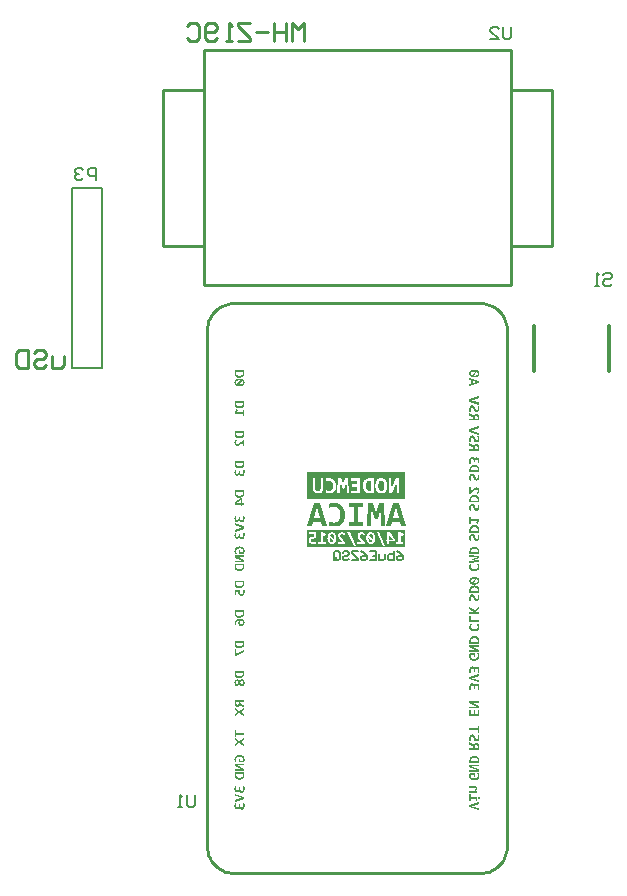
<source format=gbo>
G04 Layer_Color=32896*
%FSLAX25Y25*%
%MOIN*%
G70*
G01*
G75*
%ADD31C,0.01000*%
%ADD50C,0.00787*%
%ADD53C,0.00700*%
%ADD81C,0.01200*%
G36*
X-39741Y-4118D02*
X-40138Y-4843D01*
X-38044D01*
Y-4012D01*
X-37500D01*
Y-6188D01*
X-38044D01*
Y-5469D01*
X-40788D01*
Y-4954D01*
X-40238Y-3919D01*
X-39741Y-4118D01*
D02*
G37*
G36*
X-37500Y8275D02*
X-37506Y8117D01*
X-37517Y7977D01*
X-37535Y7848D01*
X-37558Y7743D01*
X-37582Y7655D01*
X-37588Y7620D01*
X-37600Y7585D01*
X-37605Y7562D01*
X-37611Y7544D01*
X-37617Y7538D01*
Y7532D01*
X-37664Y7421D01*
X-37716Y7322D01*
X-37775Y7234D01*
X-37828Y7164D01*
X-37874Y7105D01*
X-37915Y7058D01*
X-37939Y7035D01*
X-37951Y7023D01*
X-38038Y6953D01*
X-38126Y6894D01*
X-38219Y6842D01*
X-38301Y6801D01*
X-38372Y6772D01*
X-38430Y6748D01*
X-38454Y6742D01*
X-38471Y6737D01*
X-38477Y6731D01*
X-38483D01*
X-38600Y6696D01*
X-38723Y6672D01*
X-38840Y6655D01*
X-38945Y6643D01*
X-39039Y6637D01*
X-39074Y6631D01*
X-39173D01*
X-39319Y6637D01*
X-39454Y6649D01*
X-39577Y6661D01*
X-39682Y6678D01*
X-39764Y6701D01*
X-39799Y6707D01*
X-39828Y6713D01*
X-39852Y6719D01*
X-39869Y6725D01*
X-39875Y6731D01*
X-39881D01*
X-39992Y6772D01*
X-40086Y6813D01*
X-40174Y6859D01*
X-40244Y6906D01*
X-40302Y6947D01*
X-40343Y6982D01*
X-40372Y7006D01*
X-40378Y7012D01*
X-40448Y7088D01*
X-40507Y7164D01*
X-40554Y7240D01*
X-40595Y7316D01*
X-40624Y7380D01*
X-40647Y7433D01*
X-40659Y7468D01*
X-40665Y7474D01*
Y7480D01*
X-40700Y7591D01*
X-40723Y7702D01*
X-40741Y7807D01*
X-40753Y7912D01*
X-40758Y8000D01*
X-40764Y8041D01*
Y8070D01*
Y8100D01*
Y8117D01*
Y8129D01*
Y8135D01*
Y9100D01*
X-37500D01*
Y8275D01*
D02*
G37*
G36*
X-38957Y6362D02*
X-38810Y6356D01*
X-38682Y6339D01*
X-38570Y6321D01*
X-38477Y6310D01*
X-38442Y6298D01*
X-38413Y6292D01*
X-38389Y6286D01*
X-38372D01*
X-38360Y6280D01*
X-38354D01*
X-38243Y6239D01*
X-38138Y6198D01*
X-38050Y6157D01*
X-37974Y6117D01*
X-37915Y6081D01*
X-37868Y6052D01*
X-37845Y6029D01*
X-37833Y6023D01*
X-37763Y5959D01*
X-37699Y5888D01*
X-37652Y5824D01*
X-37605Y5765D01*
X-37576Y5713D01*
X-37553Y5666D01*
X-37541Y5643D01*
X-37535Y5631D01*
X-37506Y5543D01*
X-37483Y5455D01*
X-37465Y5374D01*
X-37453Y5292D01*
X-37447Y5227D01*
X-37442Y5175D01*
Y5139D01*
Y5134D01*
Y5128D01*
X-37447Y5017D01*
X-37459Y4911D01*
X-37477Y4818D01*
X-37500Y4736D01*
X-37517Y4671D01*
X-37535Y4619D01*
X-37547Y4590D01*
X-37553Y4578D01*
X-37600Y4490D01*
X-37652Y4408D01*
X-37711Y4338D01*
X-37763Y4280D01*
X-37810Y4227D01*
X-37851Y4192D01*
X-37874Y4168D01*
X-37886Y4163D01*
X-37974Y4104D01*
X-38062Y4051D01*
X-38155Y4005D01*
X-38237Y3970D01*
X-38313Y3940D01*
X-38372Y3923D01*
X-38395Y3917D01*
X-38413Y3911D01*
X-38418Y3905D01*
X-38424D01*
X-38547Y3876D01*
X-38670Y3853D01*
X-38793Y3841D01*
X-38904Y3829D01*
X-38998Y3823D01*
X-39039Y3818D01*
X-39144D01*
X-39302Y3823D01*
X-39448Y3829D01*
X-39583Y3847D01*
X-39694Y3864D01*
X-39781Y3882D01*
X-39817Y3888D01*
X-39846Y3893D01*
X-39875Y3899D01*
X-39893Y3905D01*
X-39898Y3911D01*
X-39904D01*
X-40021Y3946D01*
X-40121Y3993D01*
X-40209Y4034D01*
X-40285Y4075D01*
X-40343Y4110D01*
X-40390Y4139D01*
X-40413Y4163D01*
X-40425Y4168D01*
X-40495Y4233D01*
X-40560Y4297D01*
X-40612Y4361D01*
X-40653Y4426D01*
X-40682Y4479D01*
X-40706Y4519D01*
X-40718Y4549D01*
X-40723Y4560D01*
X-40758Y4648D01*
X-40782Y4736D01*
X-40799Y4818D01*
X-40811Y4894D01*
X-40817Y4958D01*
X-40823Y5011D01*
Y5046D01*
Y5052D01*
Y5058D01*
X-40817Y5169D01*
X-40805Y5274D01*
X-40788Y5368D01*
X-40764Y5450D01*
X-40741Y5520D01*
X-40723Y5572D01*
X-40712Y5602D01*
X-40706Y5613D01*
X-40659Y5701D01*
X-40606Y5783D01*
X-40548Y5853D01*
X-40495Y5912D01*
X-40442Y5964D01*
X-40402Y5999D01*
X-40378Y6023D01*
X-40367Y6029D01*
X-40279Y6087D01*
X-40191Y6134D01*
X-40103Y6181D01*
X-40021Y6216D01*
X-39945Y6245D01*
X-39887Y6263D01*
X-39863Y6269D01*
X-39846Y6274D01*
X-39840Y6280D01*
X-39834D01*
X-39711Y6310D01*
X-39588Y6333D01*
X-39466Y6345D01*
X-39355Y6356D01*
X-39261Y6362D01*
X-39220Y6368D01*
X-39115D01*
X-38957Y6362D01*
D02*
G37*
G36*
X-37500Y-1859D02*
X-37506Y-2017D01*
X-37517Y-2158D01*
X-37535Y-2286D01*
X-37558Y-2392D01*
X-37582Y-2479D01*
X-37588Y-2515D01*
X-37600Y-2550D01*
X-37605Y-2573D01*
X-37611Y-2591D01*
X-37617Y-2596D01*
Y-2602D01*
X-37664Y-2713D01*
X-37716Y-2813D01*
X-37775Y-2901D01*
X-37828Y-2971D01*
X-37874Y-3029D01*
X-37915Y-3076D01*
X-37939Y-3100D01*
X-37951Y-3111D01*
X-38038Y-3181D01*
X-38126Y-3240D01*
X-38219Y-3293D01*
X-38301Y-3334D01*
X-38372Y-3363D01*
X-38430Y-3386D01*
X-38454Y-3392D01*
X-38471Y-3398D01*
X-38477Y-3404D01*
X-38483D01*
X-38600Y-3439D01*
X-38723Y-3462D01*
X-38840Y-3480D01*
X-38945Y-3492D01*
X-39039Y-3497D01*
X-39074Y-3503D01*
X-39173D01*
X-39319Y-3497D01*
X-39454Y-3486D01*
X-39577Y-3474D01*
X-39682Y-3457D01*
X-39764Y-3433D01*
X-39799Y-3427D01*
X-39828Y-3421D01*
X-39852Y-3416D01*
X-39869Y-3410D01*
X-39875Y-3404D01*
X-39881D01*
X-39992Y-3363D01*
X-40086Y-3322D01*
X-40174Y-3275D01*
X-40244Y-3228D01*
X-40302Y-3187D01*
X-40343Y-3152D01*
X-40372Y-3129D01*
X-40378Y-3123D01*
X-40448Y-3047D01*
X-40507Y-2971D01*
X-40554Y-2895D01*
X-40595Y-2819D01*
X-40624Y-2754D01*
X-40647Y-2702D01*
X-40659Y-2667D01*
X-40665Y-2661D01*
Y-2655D01*
X-40700Y-2544D01*
X-40723Y-2433D01*
X-40741Y-2327D01*
X-40753Y-2222D01*
X-40758Y-2134D01*
X-40764Y-2093D01*
Y-2064D01*
Y-2035D01*
Y-2017D01*
Y-2006D01*
Y-2000D01*
Y-1035D01*
X-37500D01*
Y-1859D01*
D02*
G37*
G36*
X-37494Y-24053D02*
X-37488Y-24100D01*
X-37483Y-24141D01*
Y-24147D01*
Y-24153D01*
X-37477Y-24217D01*
X-37471Y-24275D01*
X-37465Y-24299D01*
Y-24316D01*
Y-24328D01*
Y-24334D01*
X-37459Y-24404D01*
Y-24463D01*
X-37453Y-24486D01*
Y-24504D01*
Y-24515D01*
Y-24521D01*
X-37447Y-24586D01*
Y-24644D01*
Y-24667D01*
Y-24685D01*
Y-24691D01*
Y-24697D01*
X-37453Y-24837D01*
X-37459Y-24966D01*
X-37471Y-25077D01*
X-37483Y-25176D01*
X-37494Y-25252D01*
X-37506Y-25317D01*
X-37512Y-25334D01*
X-37517Y-25352D01*
Y-25358D01*
Y-25364D01*
X-37547Y-25463D01*
X-37582Y-25557D01*
X-37611Y-25633D01*
X-37646Y-25703D01*
X-37675Y-25756D01*
X-37699Y-25796D01*
X-37716Y-25826D01*
X-37722Y-25831D01*
X-37775Y-25896D01*
X-37833Y-25954D01*
X-37892Y-26001D01*
X-37945Y-26042D01*
X-37986Y-26071D01*
X-38026Y-26089D01*
X-38050Y-26101D01*
X-38056Y-26107D01*
X-38132Y-26136D01*
X-38208Y-26159D01*
X-38278Y-26177D01*
X-38342Y-26188D01*
X-38401Y-26194D01*
X-38448Y-26200D01*
X-38489D01*
X-38594Y-26194D01*
X-38641Y-26182D01*
X-38682Y-26177D01*
X-38717Y-26165D01*
X-38740Y-26153D01*
X-38758Y-26147D01*
X-38764D01*
X-38851Y-26107D01*
X-38892Y-26083D01*
X-38922Y-26060D01*
X-38951Y-26042D01*
X-38968Y-26025D01*
X-38980Y-26013D01*
X-38986Y-26007D01*
X-39050Y-25937D01*
X-39103Y-25867D01*
X-39120Y-25837D01*
X-39132Y-25814D01*
X-39144Y-25796D01*
Y-25791D01*
X-39185Y-25691D01*
X-39202Y-25644D01*
X-39214Y-25598D01*
X-39220Y-25563D01*
X-39226Y-25533D01*
X-39232Y-25510D01*
Y-25504D01*
X-39273Y-25592D01*
X-39319Y-25668D01*
X-39366Y-25732D01*
X-39407Y-25785D01*
X-39448Y-25831D01*
X-39483Y-25861D01*
X-39507Y-25878D01*
X-39512Y-25884D01*
X-39588Y-25931D01*
X-39670Y-25966D01*
X-39746Y-25989D01*
X-39828Y-26007D01*
X-39893Y-26019D01*
X-39951Y-26025D01*
X-40068D01*
X-40132Y-26013D01*
X-40185Y-26001D01*
X-40238Y-25989D01*
X-40279Y-25978D01*
X-40308Y-25966D01*
X-40331Y-25960D01*
X-40337Y-25954D01*
X-40390Y-25925D01*
X-40442Y-25890D01*
X-40483Y-25855D01*
X-40525Y-25826D01*
X-40554Y-25791D01*
X-40577Y-25767D01*
X-40589Y-25750D01*
X-40595Y-25744D01*
X-40636Y-25691D01*
X-40671Y-25633D01*
X-40700Y-25574D01*
X-40723Y-25521D01*
X-40741Y-25469D01*
X-40753Y-25434D01*
X-40764Y-25410D01*
Y-25399D01*
X-40782Y-25323D01*
X-40799Y-25241D01*
X-40811Y-25165D01*
X-40817Y-25089D01*
X-40823Y-25024D01*
Y-24977D01*
Y-24942D01*
Y-24937D01*
Y-24931D01*
Y-24849D01*
X-40817Y-24779D01*
Y-24749D01*
X-40811Y-24726D01*
Y-24714D01*
Y-24708D01*
X-40805Y-24632D01*
X-40799Y-24568D01*
X-40793Y-24545D01*
Y-24521D01*
X-40788Y-24509D01*
Y-24504D01*
X-40776Y-24428D01*
X-40758Y-24363D01*
X-40753Y-24340D01*
X-40747Y-24316D01*
X-40741Y-24305D01*
Y-24299D01*
X-40723Y-24223D01*
X-40706Y-24158D01*
X-40694Y-24129D01*
X-40688Y-24106D01*
X-40682Y-24094D01*
Y-24088D01*
X-40168D01*
X-40209Y-24235D01*
X-40226Y-24299D01*
X-40238Y-24357D01*
X-40249Y-24404D01*
X-40261Y-24445D01*
X-40267Y-24468D01*
Y-24474D01*
X-40290Y-24615D01*
X-40296Y-24679D01*
X-40302Y-24738D01*
X-40308Y-24790D01*
Y-24825D01*
Y-24855D01*
Y-24860D01*
X-40302Y-24954D01*
X-40290Y-25036D01*
X-40273Y-25106D01*
X-40255Y-25159D01*
X-40238Y-25206D01*
X-40220Y-25235D01*
X-40209Y-25252D01*
X-40203Y-25258D01*
X-40162Y-25305D01*
X-40109Y-25334D01*
X-40056Y-25358D01*
X-40010Y-25375D01*
X-39963Y-25387D01*
X-39928Y-25393D01*
X-39893D01*
X-39822Y-25387D01*
X-39764Y-25375D01*
X-39741Y-25369D01*
X-39723Y-25364D01*
X-39711Y-25358D01*
X-39706D01*
X-39647Y-25328D01*
X-39594Y-25288D01*
X-39565Y-25258D01*
X-39559Y-25252D01*
X-39553Y-25247D01*
X-39512Y-25182D01*
X-39477Y-25118D01*
X-39466Y-25089D01*
X-39454Y-25065D01*
X-39448Y-25048D01*
Y-25042D01*
X-39436Y-24989D01*
X-39430Y-24937D01*
X-39419Y-24884D01*
Y-24831D01*
X-39413Y-24790D01*
Y-24755D01*
Y-24726D01*
Y-24720D01*
Y-24392D01*
X-38951D01*
Y-24755D01*
Y-24831D01*
X-38945Y-24896D01*
X-38939Y-24960D01*
X-38933Y-25012D01*
X-38927Y-25054D01*
X-38922Y-25083D01*
X-38916Y-25106D01*
Y-25112D01*
X-38904Y-25165D01*
X-38886Y-25217D01*
X-38869Y-25258D01*
X-38851Y-25293D01*
X-38840Y-25323D01*
X-38828Y-25340D01*
X-38822Y-25352D01*
X-38816Y-25358D01*
X-38770Y-25422D01*
X-38723Y-25469D01*
X-38688Y-25498D01*
X-38676Y-25504D01*
X-38670D01*
X-38606Y-25533D01*
X-38541Y-25551D01*
X-38518Y-25557D01*
X-38477D01*
X-38389Y-25551D01*
X-38319Y-25533D01*
X-38296Y-25527D01*
X-38272Y-25516D01*
X-38260Y-25510D01*
X-38255D01*
X-38190Y-25469D01*
X-38138Y-25422D01*
X-38103Y-25381D01*
X-38097Y-25369D01*
X-38091Y-25364D01*
X-38050Y-25282D01*
X-38015Y-25200D01*
X-38009Y-25165D01*
X-37997Y-25135D01*
X-37991Y-25118D01*
Y-25112D01*
X-37974Y-24995D01*
X-37968Y-24937D01*
Y-24884D01*
X-37962Y-24831D01*
Y-24796D01*
Y-24773D01*
Y-24761D01*
Y-24679D01*
X-37968Y-24603D01*
Y-24533D01*
X-37974Y-24474D01*
Y-24422D01*
X-37980Y-24381D01*
Y-24357D01*
Y-24346D01*
X-37986Y-24275D01*
X-37997Y-24211D01*
X-38003Y-24153D01*
X-38015Y-24100D01*
X-38021Y-24059D01*
X-38026Y-24030D01*
X-38032Y-24006D01*
Y-24001D01*
X-37500D01*
X-37494Y-24053D01*
D02*
G37*
G36*
X-37500Y-11883D02*
X-37506Y-12041D01*
X-37517Y-12181D01*
X-37535Y-12310D01*
X-37558Y-12415D01*
X-37582Y-12503D01*
X-37588Y-12538D01*
X-37600Y-12573D01*
X-37605Y-12596D01*
X-37611Y-12614D01*
X-37617Y-12620D01*
Y-12626D01*
X-37664Y-12737D01*
X-37716Y-12836D01*
X-37775Y-12924D01*
X-37828Y-12994D01*
X-37874Y-13053D01*
X-37915Y-13100D01*
X-37939Y-13123D01*
X-37951Y-13135D01*
X-38038Y-13205D01*
X-38126Y-13263D01*
X-38219Y-13316D01*
X-38301Y-13357D01*
X-38372Y-13386D01*
X-38430Y-13410D01*
X-38454Y-13416D01*
X-38471Y-13421D01*
X-38477Y-13427D01*
X-38483D01*
X-38600Y-13462D01*
X-38723Y-13486D01*
X-38840Y-13503D01*
X-38945Y-13515D01*
X-39039Y-13521D01*
X-39074Y-13527D01*
X-39173D01*
X-39319Y-13521D01*
X-39454Y-13509D01*
X-39577Y-13497D01*
X-39682Y-13480D01*
X-39764Y-13456D01*
X-39799Y-13451D01*
X-39828Y-13445D01*
X-39852Y-13439D01*
X-39869Y-13433D01*
X-39875Y-13427D01*
X-39881D01*
X-39992Y-13386D01*
X-40086Y-13345D01*
X-40174Y-13298D01*
X-40244Y-13252D01*
X-40302Y-13211D01*
X-40343Y-13176D01*
X-40372Y-13152D01*
X-40378Y-13146D01*
X-40448Y-13070D01*
X-40507Y-12994D01*
X-40554Y-12918D01*
X-40595Y-12842D01*
X-40624Y-12778D01*
X-40647Y-12725D01*
X-40659Y-12690D01*
X-40665Y-12684D01*
Y-12678D01*
X-40700Y-12567D01*
X-40723Y-12456D01*
X-40741Y-12351D01*
X-40753Y-12246D01*
X-40758Y-12158D01*
X-40764Y-12117D01*
Y-12088D01*
Y-12058D01*
Y-12041D01*
Y-12029D01*
Y-12023D01*
Y-11058D01*
X-37500D01*
Y-11883D01*
D02*
G37*
G36*
X-39969Y-14281D02*
X-40021Y-14334D01*
X-40062Y-14392D01*
X-40103Y-14445D01*
X-40132Y-14492D01*
X-40156Y-14533D01*
X-40174Y-14562D01*
X-40185Y-14585D01*
X-40191Y-14591D01*
X-40220Y-14656D01*
X-40244Y-14714D01*
X-40255Y-14779D01*
X-40267Y-14831D01*
X-40273Y-14878D01*
X-40279Y-14913D01*
Y-14942D01*
Y-14948D01*
X-40273Y-15030D01*
X-40261Y-15094D01*
X-40249Y-15118D01*
X-40244Y-15135D01*
X-40238Y-15147D01*
Y-15153D01*
X-40209Y-15211D01*
X-40174Y-15258D01*
X-40150Y-15282D01*
X-40144Y-15293D01*
X-40138D01*
X-40092Y-15334D01*
X-40045Y-15358D01*
X-40010Y-15375D01*
X-40004Y-15381D01*
X-39998D01*
X-39934Y-15405D01*
X-39881Y-15410D01*
X-39858Y-15416D01*
X-39822D01*
X-39741Y-15410D01*
X-39670Y-15405D01*
X-39647Y-15399D01*
X-39624D01*
X-39612Y-15393D01*
X-39606D01*
X-39524Y-15369D01*
X-39454Y-15334D01*
X-39425Y-15317D01*
X-39401Y-15305D01*
X-39384Y-15299D01*
X-39378Y-15293D01*
X-39284Y-15235D01*
X-39191Y-15170D01*
X-39156Y-15141D01*
X-39126Y-15118D01*
X-39103Y-15100D01*
X-39097Y-15094D01*
X-39039Y-15042D01*
X-38974Y-14983D01*
X-38910Y-14925D01*
X-38851Y-14872D01*
X-38799Y-14819D01*
X-38758Y-14779D01*
X-38734Y-14755D01*
X-38723Y-14743D01*
X-37945Y-13977D01*
X-37500D01*
Y-16194D01*
X-38062D01*
Y-14819D01*
X-38512Y-15293D01*
X-38576Y-15364D01*
X-38641Y-15422D01*
X-38693Y-15481D01*
X-38746Y-15527D01*
X-38787Y-15568D01*
X-38816Y-15598D01*
X-38840Y-15615D01*
X-38846Y-15621D01*
X-38963Y-15720D01*
X-39021Y-15761D01*
X-39068Y-15796D01*
X-39109Y-15826D01*
X-39138Y-15849D01*
X-39161Y-15861D01*
X-39167Y-15867D01*
X-39290Y-15937D01*
X-39343Y-15960D01*
X-39395Y-15984D01*
X-39436Y-16001D01*
X-39466Y-16013D01*
X-39489Y-16025D01*
X-39495D01*
X-39624Y-16054D01*
X-39688Y-16066D01*
X-39741Y-16071D01*
X-39793Y-16077D01*
X-39863D01*
X-39951Y-16071D01*
X-40027Y-16066D01*
X-40097Y-16054D01*
X-40162Y-16036D01*
X-40209Y-16019D01*
X-40249Y-16007D01*
X-40273Y-16001D01*
X-40279Y-15995D01*
X-40343Y-15966D01*
X-40402Y-15931D01*
X-40454Y-15896D01*
X-40495Y-15861D01*
X-40530Y-15826D01*
X-40554Y-15802D01*
X-40571Y-15785D01*
X-40577Y-15779D01*
X-40618Y-15726D01*
X-40659Y-15668D01*
X-40688Y-15615D01*
X-40712Y-15563D01*
X-40735Y-15516D01*
X-40747Y-15481D01*
X-40758Y-15457D01*
Y-15445D01*
X-40782Y-15369D01*
X-40793Y-15299D01*
X-40805Y-15223D01*
X-40817Y-15159D01*
Y-15100D01*
X-40823Y-15054D01*
Y-15024D01*
Y-15012D01*
X-40817Y-14901D01*
X-40805Y-14790D01*
X-40782Y-14691D01*
X-40764Y-14609D01*
X-40741Y-14533D01*
X-40718Y-14480D01*
X-40706Y-14445D01*
X-40700Y-14439D01*
Y-14433D01*
X-40653Y-14340D01*
X-40600Y-14246D01*
X-40548Y-14170D01*
X-40501Y-14100D01*
X-40454Y-14041D01*
X-40419Y-13995D01*
X-40396Y-13971D01*
X-40384Y-13960D01*
X-39969Y-14281D01*
D02*
G37*
G36*
X-38764Y-73761D02*
X-38641Y-73767D01*
X-38524Y-73784D01*
X-38418Y-73802D01*
X-38319Y-73825D01*
X-38225Y-73849D01*
X-38144Y-73878D01*
X-38073Y-73907D01*
X-38009Y-73931D01*
X-37951Y-73960D01*
X-37904Y-73983D01*
X-37868Y-74007D01*
X-37839Y-74024D01*
X-37816Y-74042D01*
X-37804Y-74048D01*
X-37798Y-74054D01*
X-37734Y-74112D01*
X-37681Y-74176D01*
X-37635Y-74247D01*
X-37594Y-74317D01*
X-37558Y-74393D01*
X-37529Y-74463D01*
X-37488Y-74609D01*
X-37471Y-74674D01*
X-37459Y-74732D01*
X-37453Y-74791D01*
X-37447Y-74837D01*
X-37442Y-74878D01*
Y-74908D01*
Y-74925D01*
Y-74931D01*
X-37447Y-75025D01*
X-37453Y-75118D01*
X-37465Y-75200D01*
X-37483Y-75270D01*
X-37494Y-75329D01*
X-37506Y-75376D01*
X-37512Y-75399D01*
X-37517Y-75411D01*
X-37547Y-75493D01*
X-37582Y-75563D01*
X-37617Y-75627D01*
X-37652Y-75686D01*
X-37687Y-75727D01*
X-37711Y-75762D01*
X-37728Y-75785D01*
X-37734Y-75791D01*
X-37793Y-75849D01*
X-37851Y-75902D01*
X-37909Y-75943D01*
X-37962Y-75978D01*
X-38009Y-76007D01*
X-38044Y-76025D01*
X-38073Y-76037D01*
X-38079Y-76042D01*
X-38155Y-76072D01*
X-38237Y-76095D01*
X-38313Y-76113D01*
X-38383Y-76124D01*
X-38442Y-76130D01*
X-38489Y-76136D01*
X-38617D01*
X-38693Y-76124D01*
X-38764Y-76113D01*
X-38828Y-76101D01*
X-38881Y-76089D01*
X-38916Y-76078D01*
X-38945Y-76072D01*
X-38951Y-76066D01*
X-39021Y-76037D01*
X-39079Y-76007D01*
X-39132Y-75972D01*
X-39179Y-75943D01*
X-39214Y-75914D01*
X-39243Y-75890D01*
X-39261Y-75873D01*
X-39267Y-75867D01*
X-39314Y-75814D01*
X-39355Y-75756D01*
X-39384Y-75703D01*
X-39413Y-75645D01*
X-39436Y-75598D01*
X-39454Y-75563D01*
X-39460Y-75539D01*
X-39466Y-75528D01*
X-39489Y-75452D01*
X-39507Y-75370D01*
X-39518Y-75294D01*
X-39530Y-75223D01*
Y-75159D01*
X-39536Y-75112D01*
Y-75077D01*
Y-75071D01*
Y-75065D01*
X-39530Y-74937D01*
X-39524Y-74872D01*
X-39518Y-74820D01*
X-39507Y-74779D01*
X-39501Y-74744D01*
X-39495Y-74720D01*
Y-74714D01*
X-39460Y-74598D01*
X-39448Y-74551D01*
X-39430Y-74504D01*
X-39419Y-74469D01*
X-39407Y-74440D01*
X-39395Y-74422D01*
Y-74416D01*
X-39454Y-74422D01*
X-39518Y-74428D01*
X-39583Y-74440D01*
X-39635Y-74451D01*
X-39688Y-74469D01*
X-39723Y-74480D01*
X-39758Y-74486D01*
X-39776Y-74498D01*
X-39781D01*
X-39834Y-74521D01*
X-39887Y-74551D01*
X-39928Y-74580D01*
X-39963Y-74603D01*
X-39992Y-74627D01*
X-40016Y-74650D01*
X-40027Y-74662D01*
X-40033Y-74668D01*
X-40068Y-74714D01*
X-40103Y-74761D01*
X-40150Y-74861D01*
X-40168Y-74902D01*
X-40179Y-74937D01*
X-40191Y-74960D01*
Y-74966D01*
X-40209Y-75042D01*
X-40226Y-75118D01*
X-40238Y-75194D01*
X-40244Y-75264D01*
X-40249Y-75329D01*
Y-75376D01*
Y-75411D01*
Y-75422D01*
Y-75861D01*
X-40764D01*
Y-75487D01*
Y-75358D01*
X-40753Y-75241D01*
X-40747Y-75136D01*
X-40735Y-75048D01*
X-40723Y-74972D01*
X-40712Y-74919D01*
X-40706Y-74884D01*
X-40700Y-74878D01*
Y-74872D01*
X-40677Y-74779D01*
X-40647Y-74691D01*
X-40612Y-74615D01*
X-40583Y-74551D01*
X-40560Y-74498D01*
X-40536Y-74457D01*
X-40525Y-74434D01*
X-40519Y-74422D01*
X-40472Y-74352D01*
X-40425Y-74293D01*
X-40378Y-74235D01*
X-40331Y-74188D01*
X-40290Y-74153D01*
X-40261Y-74124D01*
X-40238Y-74106D01*
X-40232Y-74100D01*
X-40103Y-74013D01*
X-40039Y-73977D01*
X-39986Y-73948D01*
X-39934Y-73925D01*
X-39893Y-73907D01*
X-39869Y-73901D01*
X-39858Y-73896D01*
X-39700Y-73849D01*
X-39624Y-73825D01*
X-39553Y-73814D01*
X-39495Y-73802D01*
X-39448Y-73790D01*
X-39419Y-73784D01*
X-39407D01*
X-39226Y-73767D01*
X-39138Y-73761D01*
X-39062D01*
X-38998Y-73755D01*
X-38898D01*
X-38764Y-73761D01*
D02*
G37*
G36*
X-37494Y-129553D02*
X-37488Y-129599D01*
X-37483Y-129640D01*
Y-129646D01*
Y-129652D01*
X-37477Y-129717D01*
X-37471Y-129775D01*
X-37465Y-129798D01*
Y-129816D01*
Y-129828D01*
Y-129833D01*
X-37459Y-129904D01*
Y-129962D01*
X-37453Y-129985D01*
Y-130003D01*
Y-130015D01*
Y-130021D01*
X-37447Y-130085D01*
Y-130143D01*
Y-130167D01*
Y-130184D01*
Y-130190D01*
Y-130196D01*
X-37453Y-130337D01*
X-37459Y-130465D01*
X-37471Y-130576D01*
X-37483Y-130676D01*
X-37494Y-130752D01*
X-37506Y-130816D01*
X-37512Y-130834D01*
X-37517Y-130851D01*
Y-130857D01*
Y-130863D01*
X-37547Y-130963D01*
X-37582Y-131056D01*
X-37611Y-131132D01*
X-37646Y-131202D01*
X-37675Y-131255D01*
X-37699Y-131296D01*
X-37716Y-131325D01*
X-37722Y-131331D01*
X-37775Y-131395D01*
X-37833Y-131454D01*
X-37892Y-131501D01*
X-37945Y-131542D01*
X-37986Y-131571D01*
X-38026Y-131588D01*
X-38050Y-131600D01*
X-38056Y-131606D01*
X-38132Y-131635D01*
X-38208Y-131659D01*
X-38278Y-131676D01*
X-38342Y-131688D01*
X-38401Y-131694D01*
X-38448Y-131700D01*
X-38489D01*
X-38594Y-131694D01*
X-38641Y-131682D01*
X-38682Y-131676D01*
X-38717Y-131665D01*
X-38740Y-131653D01*
X-38758Y-131647D01*
X-38764D01*
X-38851Y-131606D01*
X-38892Y-131583D01*
X-38922Y-131559D01*
X-38951Y-131542D01*
X-38968Y-131524D01*
X-38980Y-131512D01*
X-38986Y-131507D01*
X-39050Y-131436D01*
X-39103Y-131366D01*
X-39120Y-131337D01*
X-39132Y-131314D01*
X-39144Y-131296D01*
Y-131290D01*
X-39185Y-131191D01*
X-39202Y-131144D01*
X-39214Y-131097D01*
X-39220Y-131062D01*
X-39226Y-131033D01*
X-39232Y-131009D01*
Y-131003D01*
X-39273Y-131091D01*
X-39319Y-131167D01*
X-39366Y-131232D01*
X-39407Y-131284D01*
X-39448Y-131331D01*
X-39483Y-131360D01*
X-39507Y-131378D01*
X-39512Y-131384D01*
X-39588Y-131430D01*
X-39670Y-131466D01*
X-39746Y-131489D01*
X-39828Y-131507D01*
X-39893Y-131518D01*
X-39951Y-131524D01*
X-40068D01*
X-40132Y-131512D01*
X-40185Y-131501D01*
X-40238Y-131489D01*
X-40279Y-131477D01*
X-40308Y-131466D01*
X-40331Y-131460D01*
X-40337Y-131454D01*
X-40390Y-131425D01*
X-40442Y-131390D01*
X-40483Y-131354D01*
X-40525Y-131325D01*
X-40554Y-131290D01*
X-40577Y-131267D01*
X-40589Y-131249D01*
X-40595Y-131243D01*
X-40636Y-131191D01*
X-40671Y-131132D01*
X-40700Y-131074D01*
X-40723Y-131021D01*
X-40741Y-130968D01*
X-40753Y-130933D01*
X-40764Y-130910D01*
Y-130898D01*
X-40782Y-130822D01*
X-40799Y-130740D01*
X-40811Y-130664D01*
X-40817Y-130588D01*
X-40823Y-130524D01*
Y-130477D01*
Y-130442D01*
Y-130436D01*
Y-130430D01*
Y-130348D01*
X-40817Y-130278D01*
Y-130249D01*
X-40811Y-130225D01*
Y-130214D01*
Y-130208D01*
X-40805Y-130132D01*
X-40799Y-130068D01*
X-40793Y-130044D01*
Y-130021D01*
X-40788Y-130009D01*
Y-130003D01*
X-40776Y-129927D01*
X-40758Y-129863D01*
X-40753Y-129839D01*
X-40747Y-129816D01*
X-40741Y-129804D01*
Y-129798D01*
X-40723Y-129722D01*
X-40706Y-129658D01*
X-40694Y-129629D01*
X-40688Y-129605D01*
X-40682Y-129594D01*
Y-129588D01*
X-40168D01*
X-40209Y-129734D01*
X-40226Y-129798D01*
X-40238Y-129857D01*
X-40249Y-129904D01*
X-40261Y-129945D01*
X-40267Y-129968D01*
Y-129974D01*
X-40290Y-130114D01*
X-40296Y-130179D01*
X-40302Y-130237D01*
X-40308Y-130290D01*
Y-130325D01*
Y-130354D01*
Y-130360D01*
X-40302Y-130454D01*
X-40290Y-130535D01*
X-40273Y-130606D01*
X-40255Y-130658D01*
X-40238Y-130705D01*
X-40220Y-130734D01*
X-40209Y-130752D01*
X-40203Y-130758D01*
X-40162Y-130805D01*
X-40109Y-130834D01*
X-40056Y-130857D01*
X-40010Y-130875D01*
X-39963Y-130886D01*
X-39928Y-130892D01*
X-39893D01*
X-39822Y-130886D01*
X-39764Y-130875D01*
X-39741Y-130869D01*
X-39723Y-130863D01*
X-39711Y-130857D01*
X-39706D01*
X-39647Y-130828D01*
X-39594Y-130787D01*
X-39565Y-130758D01*
X-39559Y-130752D01*
X-39553Y-130746D01*
X-39512Y-130682D01*
X-39477Y-130617D01*
X-39466Y-130588D01*
X-39454Y-130565D01*
X-39448Y-130547D01*
Y-130541D01*
X-39436Y-130489D01*
X-39430Y-130436D01*
X-39419Y-130383D01*
Y-130331D01*
X-39413Y-130290D01*
Y-130255D01*
Y-130225D01*
Y-130220D01*
Y-129892D01*
X-38951D01*
Y-130255D01*
Y-130331D01*
X-38945Y-130395D01*
X-38939Y-130459D01*
X-38933Y-130512D01*
X-38927Y-130553D01*
X-38922Y-130582D01*
X-38916Y-130606D01*
Y-130612D01*
X-38904Y-130664D01*
X-38886Y-130717D01*
X-38869Y-130758D01*
X-38851Y-130793D01*
X-38840Y-130822D01*
X-38828Y-130840D01*
X-38822Y-130851D01*
X-38816Y-130857D01*
X-38770Y-130922D01*
X-38723Y-130968D01*
X-38688Y-130998D01*
X-38676Y-131003D01*
X-38670D01*
X-38606Y-131033D01*
X-38541Y-131050D01*
X-38518Y-131056D01*
X-38477D01*
X-38389Y-131050D01*
X-38319Y-131033D01*
X-38296Y-131027D01*
X-38272Y-131015D01*
X-38260Y-131009D01*
X-38255D01*
X-38190Y-130968D01*
X-38138Y-130922D01*
X-38103Y-130881D01*
X-38097Y-130869D01*
X-38091Y-130863D01*
X-38050Y-130781D01*
X-38015Y-130699D01*
X-38009Y-130664D01*
X-37997Y-130635D01*
X-37991Y-130617D01*
Y-130612D01*
X-37974Y-130494D01*
X-37968Y-130436D01*
Y-130383D01*
X-37962Y-130331D01*
Y-130296D01*
Y-130272D01*
Y-130261D01*
Y-130179D01*
X-37968Y-130103D01*
Y-130032D01*
X-37974Y-129974D01*
Y-129921D01*
X-37980Y-129880D01*
Y-129857D01*
Y-129845D01*
X-37986Y-129775D01*
X-37997Y-129711D01*
X-38003Y-129652D01*
X-38015Y-129599D01*
X-38021Y-129559D01*
X-38026Y-129529D01*
X-38032Y-129506D01*
Y-129500D01*
X-37500D01*
X-37494Y-129553D01*
D02*
G37*
G36*
X-37500Y-132963D02*
Y-133776D01*
X-40764Y-134777D01*
Y-134122D01*
X-38834Y-133577D01*
X-38149Y-133390D01*
X-38799Y-133215D01*
X-40764Y-132659D01*
Y-131969D01*
X-37500Y-132963D01*
D02*
G37*
G36*
Y-71737D02*
X-37506Y-71895D01*
X-37517Y-72035D01*
X-37535Y-72164D01*
X-37558Y-72269D01*
X-37582Y-72357D01*
X-37588Y-72392D01*
X-37600Y-72427D01*
X-37605Y-72451D01*
X-37611Y-72468D01*
X-37617Y-72474D01*
Y-72480D01*
X-37664Y-72591D01*
X-37716Y-72690D01*
X-37775Y-72778D01*
X-37828Y-72848D01*
X-37874Y-72907D01*
X-37915Y-72954D01*
X-37939Y-72977D01*
X-37951Y-72989D01*
X-38038Y-73059D01*
X-38126Y-73118D01*
X-38219Y-73170D01*
X-38301Y-73211D01*
X-38372Y-73240D01*
X-38430Y-73264D01*
X-38454Y-73270D01*
X-38471Y-73275D01*
X-38477Y-73281D01*
X-38483D01*
X-38600Y-73316D01*
X-38723Y-73340D01*
X-38840Y-73357D01*
X-38945Y-73369D01*
X-39039Y-73375D01*
X-39074Y-73381D01*
X-39173D01*
X-39319Y-73375D01*
X-39454Y-73363D01*
X-39577Y-73352D01*
X-39682Y-73334D01*
X-39764Y-73311D01*
X-39799Y-73305D01*
X-39828Y-73299D01*
X-39852Y-73293D01*
X-39869Y-73287D01*
X-39875Y-73281D01*
X-39881D01*
X-39992Y-73240D01*
X-40086Y-73199D01*
X-40174Y-73153D01*
X-40244Y-73106D01*
X-40302Y-73065D01*
X-40343Y-73030D01*
X-40372Y-73006D01*
X-40378Y-73001D01*
X-40448Y-72924D01*
X-40507Y-72848D01*
X-40554Y-72772D01*
X-40595Y-72696D01*
X-40624Y-72632D01*
X-40647Y-72579D01*
X-40659Y-72544D01*
X-40665Y-72538D01*
Y-72532D01*
X-40700Y-72421D01*
X-40723Y-72310D01*
X-40741Y-72205D01*
X-40753Y-72100D01*
X-40758Y-72012D01*
X-40764Y-71971D01*
Y-71942D01*
Y-71912D01*
Y-71895D01*
Y-71883D01*
Y-71877D01*
Y-70912D01*
X-37500D01*
Y-71737D01*
D02*
G37*
G36*
X39319Y-49712D02*
X39454Y-49724D01*
X39577Y-49735D01*
X39682Y-49753D01*
X39764Y-49776D01*
X39799Y-49782D01*
X39828Y-49788D01*
X39852Y-49794D01*
X39869Y-49800D01*
X39875Y-49806D01*
X39881D01*
X39992Y-49847D01*
X40086Y-49887D01*
X40173Y-49934D01*
X40244Y-49981D01*
X40302Y-50022D01*
X40343Y-50057D01*
X40372Y-50081D01*
X40378Y-50086D01*
X40448Y-50163D01*
X40507Y-50239D01*
X40554Y-50315D01*
X40595Y-50391D01*
X40624Y-50455D01*
X40647Y-50508D01*
X40659Y-50543D01*
X40665Y-50549D01*
Y-50554D01*
X40700Y-50666D01*
X40723Y-50777D01*
X40741Y-50882D01*
X40753Y-50987D01*
X40758Y-51075D01*
X40764Y-51116D01*
Y-51145D01*
Y-51174D01*
Y-51192D01*
Y-51204D01*
Y-51210D01*
Y-52175D01*
X37500D01*
Y-51350D01*
X37506Y-51192D01*
X37517Y-51052D01*
X37535Y-50923D01*
X37558Y-50818D01*
X37582Y-50730D01*
X37588Y-50695D01*
X37599Y-50660D01*
X37605Y-50636D01*
X37611Y-50619D01*
X37617Y-50613D01*
Y-50607D01*
X37664Y-50496D01*
X37716Y-50397D01*
X37775Y-50309D01*
X37828Y-50239D01*
X37874Y-50180D01*
X37915Y-50133D01*
X37939Y-50110D01*
X37950Y-50098D01*
X38038Y-50028D01*
X38126Y-49969D01*
X38219Y-49917D01*
X38301Y-49876D01*
X38372Y-49847D01*
X38430Y-49823D01*
X38454Y-49817D01*
X38471Y-49812D01*
X38477Y-49806D01*
X38483D01*
X38600Y-49771D01*
X38723Y-49747D01*
X38840Y-49730D01*
X38945Y-49718D01*
X39039Y-49712D01*
X39074Y-49706D01*
X39173D01*
X39319Y-49712D01*
D02*
G37*
G36*
X40764Y-52666D02*
Y-53374D01*
X39799Y-53678D01*
X39308Y-53819D01*
X39834Y-53959D01*
X40764Y-54246D01*
Y-54936D01*
X37500Y-55100D01*
Y-54579D01*
X39360Y-54521D01*
X40080Y-54503D01*
X39583Y-54369D01*
X38471Y-54041D01*
Y-53655D01*
X39583Y-53292D01*
X40080Y-53134D01*
X39343Y-53111D01*
X37500Y-53052D01*
Y-52508D01*
X40764Y-52666D01*
D02*
G37*
G36*
X40712Y-55585D02*
X40729Y-55650D01*
X40735Y-55679D01*
X40741Y-55697D01*
X40747Y-55708D01*
Y-55714D01*
X40764Y-55784D01*
X40776Y-55849D01*
Y-55872D01*
X40782Y-55890D01*
Y-55901D01*
Y-55907D01*
X40793Y-55977D01*
X40799Y-56036D01*
X40805Y-56065D01*
Y-56083D01*
Y-56094D01*
Y-56100D01*
X40811Y-56176D01*
Y-56241D01*
Y-56270D01*
Y-56293D01*
Y-56305D01*
Y-56311D01*
X40805Y-56440D01*
X40793Y-56556D01*
X40776Y-56668D01*
X40753Y-56755D01*
X40729Y-56837D01*
X40712Y-56896D01*
X40706Y-56913D01*
X40700Y-56931D01*
X40694Y-56937D01*
Y-56943D01*
X40647Y-57042D01*
X40595Y-57130D01*
X40536Y-57212D01*
X40483Y-57282D01*
X40431Y-57340D01*
X40390Y-57381D01*
X40367Y-57405D01*
X40355Y-57416D01*
X40267Y-57487D01*
X40173Y-57545D01*
X40086Y-57598D01*
X39998Y-57639D01*
X39922Y-57674D01*
X39863Y-57697D01*
X39840Y-57703D01*
X39822Y-57709D01*
X39817Y-57715D01*
X39811D01*
X39688Y-57750D01*
X39559Y-57773D01*
X39436Y-57791D01*
X39325Y-57803D01*
X39226Y-57808D01*
X39185D01*
X39150Y-57814D01*
X39079D01*
X38933Y-57808D01*
X38799Y-57797D01*
X38676Y-57785D01*
X38576Y-57767D01*
X38489Y-57750D01*
X38454Y-57744D01*
X38424Y-57732D01*
X38401Y-57727D01*
X38383D01*
X38377Y-57721D01*
X38372D01*
X38260Y-57680D01*
X38167Y-57639D01*
X38079Y-57592D01*
X38003Y-57545D01*
X37945Y-57504D01*
X37898Y-57469D01*
X37874Y-57446D01*
X37863Y-57440D01*
X37793Y-57364D01*
X37728Y-57288D01*
X37675Y-57212D01*
X37629Y-57142D01*
X37599Y-57077D01*
X37570Y-57030D01*
X37558Y-56995D01*
X37553Y-56984D01*
X37517Y-56878D01*
X37494Y-56767D01*
X37477Y-56662D01*
X37465Y-56568D01*
X37459Y-56480D01*
X37453Y-56416D01*
Y-56393D01*
Y-56375D01*
Y-56363D01*
Y-56358D01*
Y-56276D01*
X37459Y-56200D01*
X37465Y-56124D01*
X37477Y-56065D01*
X37482Y-56012D01*
X37488Y-55971D01*
X37494Y-55948D01*
Y-55936D01*
X37529Y-55784D01*
X37553Y-55708D01*
X37576Y-55644D01*
X37594Y-55591D01*
X37611Y-55545D01*
X37617Y-55521D01*
X37623Y-55509D01*
X38196D01*
X38167Y-55574D01*
X38144Y-55638D01*
X38132Y-55661D01*
X38126Y-55679D01*
X38120Y-55691D01*
Y-55697D01*
X38097Y-55767D01*
X38073Y-55825D01*
X38067Y-55854D01*
X38062Y-55872D01*
X38056Y-55884D01*
Y-55890D01*
X38038Y-55960D01*
X38026Y-56018D01*
X38021Y-56048D01*
Y-56065D01*
X38015Y-56077D01*
Y-56083D01*
X38009Y-56147D01*
X38003Y-56205D01*
Y-56229D01*
Y-56247D01*
Y-56252D01*
Y-56258D01*
X38009Y-56340D01*
X38015Y-56422D01*
X38026Y-56486D01*
X38044Y-56545D01*
X38056Y-56598D01*
X38067Y-56633D01*
X38073Y-56656D01*
X38079Y-56662D01*
X38108Y-56720D01*
X38144Y-56773D01*
X38179Y-56820D01*
X38214Y-56861D01*
X38249Y-56890D01*
X38272Y-56919D01*
X38290Y-56931D01*
X38296Y-56937D01*
X38354Y-56972D01*
X38413Y-57007D01*
X38471Y-57030D01*
X38530Y-57054D01*
X38576Y-57071D01*
X38617Y-57083D01*
X38641Y-57095D01*
X38652D01*
X38816Y-57124D01*
X38892Y-57130D01*
X38968Y-57136D01*
X39033Y-57142D01*
X39220D01*
X39302Y-57136D01*
X39384Y-57124D01*
X39448Y-57118D01*
X39507Y-57106D01*
X39548Y-57101D01*
X39571Y-57095D01*
X39583D01*
X39659Y-57071D01*
X39729Y-57048D01*
X39787Y-57019D01*
X39846Y-56995D01*
X39887Y-56972D01*
X39916Y-56954D01*
X39939Y-56943D01*
X39945Y-56937D01*
X39998Y-56896D01*
X40045Y-56849D01*
X40086Y-56808D01*
X40121Y-56761D01*
X40144Y-56726D01*
X40162Y-56697D01*
X40173Y-56674D01*
X40179Y-56668D01*
X40209Y-56603D01*
X40232Y-56539D01*
X40244Y-56469D01*
X40255Y-56404D01*
X40261Y-56352D01*
X40267Y-56311D01*
Y-56282D01*
Y-56270D01*
X40261Y-56147D01*
X40255Y-56089D01*
X40244Y-56036D01*
X40238Y-55989D01*
X40226Y-55954D01*
X40220Y-55925D01*
Y-55919D01*
X40179Y-55773D01*
X40156Y-55702D01*
X40132Y-55644D01*
X40115Y-55585D01*
X40097Y-55545D01*
X40086Y-55521D01*
X40080Y-55509D01*
X40688D01*
X40712Y-55585D01*
D02*
G37*
G36*
X-37500Y-21883D02*
X-37506Y-22041D01*
X-37517Y-22181D01*
X-37535Y-22310D01*
X-37558Y-22415D01*
X-37582Y-22503D01*
X-37588Y-22538D01*
X-37600Y-22573D01*
X-37605Y-22596D01*
X-37611Y-22614D01*
X-37617Y-22620D01*
Y-22626D01*
X-37664Y-22737D01*
X-37716Y-22836D01*
X-37775Y-22924D01*
X-37828Y-22994D01*
X-37874Y-23053D01*
X-37915Y-23100D01*
X-37939Y-23123D01*
X-37951Y-23135D01*
X-38038Y-23205D01*
X-38126Y-23263D01*
X-38219Y-23316D01*
X-38301Y-23357D01*
X-38372Y-23386D01*
X-38430Y-23410D01*
X-38454Y-23415D01*
X-38471Y-23421D01*
X-38477Y-23427D01*
X-38483D01*
X-38600Y-23462D01*
X-38723Y-23486D01*
X-38840Y-23503D01*
X-38945Y-23515D01*
X-39039Y-23521D01*
X-39074Y-23527D01*
X-39173D01*
X-39319Y-23521D01*
X-39454Y-23509D01*
X-39577Y-23497D01*
X-39682Y-23480D01*
X-39764Y-23457D01*
X-39799Y-23451D01*
X-39828Y-23445D01*
X-39852Y-23439D01*
X-39869Y-23433D01*
X-39875Y-23427D01*
X-39881D01*
X-39992Y-23386D01*
X-40086Y-23345D01*
X-40174Y-23299D01*
X-40244Y-23252D01*
X-40302Y-23211D01*
X-40343Y-23176D01*
X-40372Y-23152D01*
X-40378Y-23146D01*
X-40448Y-23070D01*
X-40507Y-22994D01*
X-40554Y-22918D01*
X-40595Y-22842D01*
X-40624Y-22778D01*
X-40647Y-22725D01*
X-40659Y-22690D01*
X-40665Y-22684D01*
Y-22678D01*
X-40700Y-22567D01*
X-40723Y-22456D01*
X-40741Y-22351D01*
X-40753Y-22245D01*
X-40758Y-22158D01*
X-40764Y-22117D01*
Y-22087D01*
Y-22058D01*
Y-22041D01*
Y-22029D01*
Y-22023D01*
Y-21058D01*
X-37500D01*
Y-21883D01*
D02*
G37*
G36*
Y-61825D02*
X-37506Y-61983D01*
X-37517Y-62123D01*
X-37535Y-62252D01*
X-37558Y-62357D01*
X-37582Y-62445D01*
X-37588Y-62480D01*
X-37600Y-62515D01*
X-37605Y-62538D01*
X-37611Y-62556D01*
X-37617Y-62562D01*
Y-62568D01*
X-37664Y-62679D01*
X-37716Y-62778D01*
X-37775Y-62866D01*
X-37828Y-62936D01*
X-37874Y-62995D01*
X-37915Y-63042D01*
X-37939Y-63065D01*
X-37951Y-63077D01*
X-38038Y-63147D01*
X-38126Y-63205D01*
X-38219Y-63258D01*
X-38301Y-63299D01*
X-38372Y-63328D01*
X-38430Y-63352D01*
X-38454Y-63358D01*
X-38471Y-63363D01*
X-38477Y-63369D01*
X-38483D01*
X-38600Y-63404D01*
X-38723Y-63428D01*
X-38840Y-63445D01*
X-38945Y-63457D01*
X-39039Y-63463D01*
X-39074Y-63469D01*
X-39173D01*
X-39319Y-63463D01*
X-39454Y-63451D01*
X-39577Y-63439D01*
X-39682Y-63422D01*
X-39764Y-63398D01*
X-39799Y-63393D01*
X-39828Y-63387D01*
X-39852Y-63381D01*
X-39869Y-63375D01*
X-39875Y-63369D01*
X-39881D01*
X-39992Y-63328D01*
X-40086Y-63287D01*
X-40174Y-63240D01*
X-40244Y-63194D01*
X-40302Y-63153D01*
X-40343Y-63118D01*
X-40372Y-63094D01*
X-40378Y-63089D01*
X-40448Y-63012D01*
X-40507Y-62936D01*
X-40554Y-62860D01*
X-40595Y-62784D01*
X-40624Y-62720D01*
X-40647Y-62667D01*
X-40659Y-62632D01*
X-40665Y-62626D01*
Y-62621D01*
X-40700Y-62509D01*
X-40723Y-62398D01*
X-40741Y-62293D01*
X-40753Y-62187D01*
X-40758Y-62100D01*
X-40764Y-62059D01*
Y-62030D01*
Y-62000D01*
Y-61983D01*
Y-61971D01*
Y-61965D01*
Y-61000D01*
X-37500D01*
Y-61825D01*
D02*
G37*
G36*
Y-64042D02*
X-37494Y-64095D01*
X-37488Y-64130D01*
Y-64136D01*
Y-64141D01*
X-37483Y-64206D01*
X-37477Y-64264D01*
X-37471Y-64282D01*
Y-64299D01*
Y-64311D01*
Y-64317D01*
X-37465Y-64387D01*
X-37459Y-64446D01*
X-37453Y-64463D01*
Y-64481D01*
Y-64492D01*
Y-64498D01*
X-37447Y-64563D01*
Y-64615D01*
Y-64650D01*
Y-64656D01*
Y-64662D01*
X-37453Y-64773D01*
X-37459Y-64884D01*
X-37471Y-64978D01*
X-37483Y-65066D01*
X-37494Y-65136D01*
X-37506Y-65189D01*
X-37517Y-65224D01*
Y-65235D01*
X-37547Y-65335D01*
X-37582Y-65423D01*
X-37617Y-65499D01*
X-37652Y-65569D01*
X-37681Y-65622D01*
X-37705Y-65662D01*
X-37722Y-65692D01*
X-37728Y-65698D01*
X-37781Y-65768D01*
X-37839Y-65832D01*
X-37898Y-65885D01*
X-37956Y-65926D01*
X-38003Y-65961D01*
X-38038Y-65990D01*
X-38062Y-66002D01*
X-38073Y-66008D01*
X-38155Y-66043D01*
X-38231Y-66072D01*
X-38313Y-66089D01*
X-38383Y-66107D01*
X-38448Y-66113D01*
X-38495Y-66119D01*
X-38541D01*
X-38647Y-66113D01*
X-38734Y-66101D01*
X-38816Y-66084D01*
X-38886Y-66066D01*
X-38939Y-66049D01*
X-38980Y-66031D01*
X-39009Y-66019D01*
X-39015Y-66013D01*
X-39085Y-65973D01*
X-39144Y-65926D01*
X-39197Y-65879D01*
X-39237Y-65832D01*
X-39273Y-65791D01*
X-39302Y-65762D01*
X-39314Y-65738D01*
X-39319Y-65733D01*
X-39360Y-65662D01*
X-39390Y-65598D01*
X-39419Y-65528D01*
X-39442Y-65464D01*
X-39454Y-65411D01*
X-39466Y-65370D01*
X-39477Y-65341D01*
Y-65329D01*
X-39507Y-65159D01*
X-39512Y-65077D01*
X-39518Y-65001D01*
X-39524Y-64943D01*
Y-64890D01*
Y-64861D01*
Y-64855D01*
Y-64849D01*
Y-64615D01*
X-40191D01*
Y-65937D01*
X-40764D01*
Y-64048D01*
X-39027D01*
Y-64685D01*
X-39021Y-64826D01*
X-39009Y-64949D01*
X-38986Y-65054D01*
X-38963Y-65136D01*
X-38939Y-65200D01*
X-38916Y-65241D01*
X-38904Y-65271D01*
X-38898Y-65276D01*
X-38846Y-65341D01*
X-38781Y-65387D01*
X-38717Y-65417D01*
X-38652Y-65440D01*
X-38594Y-65452D01*
X-38547Y-65464D01*
X-38500D01*
X-38413Y-65458D01*
X-38331Y-65434D01*
X-38266Y-65399D01*
X-38208Y-65364D01*
X-38161Y-65329D01*
X-38132Y-65294D01*
X-38108Y-65271D01*
X-38103Y-65265D01*
X-38056Y-65183D01*
X-38021Y-65089D01*
X-37997Y-64996D01*
X-37980Y-64902D01*
X-37968Y-64820D01*
X-37962Y-64756D01*
Y-64726D01*
Y-64709D01*
Y-64697D01*
Y-64691D01*
X-37968Y-64551D01*
Y-64487D01*
X-37974Y-64428D01*
Y-64381D01*
X-37980Y-64346D01*
Y-64317D01*
Y-64311D01*
X-37991Y-64247D01*
X-37997Y-64182D01*
X-38009Y-64130D01*
X-38021Y-64083D01*
X-38026Y-64042D01*
X-38032Y-64013D01*
X-38038Y-63995D01*
Y-63989D01*
X-37506D01*
X-37500Y-64042D01*
D02*
G37*
G36*
X-38939Y-49606D02*
X-38805Y-49617D01*
X-38682Y-49629D01*
X-38576Y-49653D01*
X-38489Y-49670D01*
X-38454Y-49676D01*
X-38424Y-49682D01*
X-38401Y-49688D01*
X-38383Y-49694D01*
X-38377Y-49700D01*
X-38372D01*
X-38260Y-49740D01*
X-38161Y-49787D01*
X-38073Y-49834D01*
X-37997Y-49881D01*
X-37933Y-49922D01*
X-37886Y-49957D01*
X-37863Y-49980D01*
X-37851Y-49986D01*
X-37781Y-50062D01*
X-37716Y-50138D01*
X-37664Y-50220D01*
X-37617Y-50290D01*
X-37588Y-50355D01*
X-37558Y-50401D01*
X-37547Y-50437D01*
X-37541Y-50448D01*
X-37506Y-50554D01*
X-37483Y-50659D01*
X-37465Y-50764D01*
X-37453Y-50858D01*
X-37447Y-50940D01*
X-37442Y-51004D01*
Y-51027D01*
Y-51045D01*
Y-51057D01*
Y-51063D01*
Y-51168D01*
X-37447Y-51267D01*
X-37459Y-51355D01*
X-37471Y-51437D01*
X-37477Y-51501D01*
X-37488Y-51554D01*
X-37494Y-51583D01*
Y-51595D01*
X-37512Y-51688D01*
X-37535Y-51770D01*
X-37564Y-51852D01*
X-37588Y-51923D01*
X-37611Y-51981D01*
X-37629Y-52028D01*
X-37640Y-52057D01*
X-37646Y-52069D01*
X-39390D01*
Y-50905D01*
X-38881D01*
Y-51460D01*
X-38044D01*
X-38038Y-51431D01*
X-38026Y-51408D01*
X-38021Y-51390D01*
Y-51384D01*
X-38009Y-51337D01*
X-38003Y-51320D01*
Y-51314D01*
X-37997Y-51285D01*
Y-51261D01*
X-37991Y-51238D01*
Y-51232D01*
Y-51197D01*
Y-51168D01*
Y-51144D01*
Y-51133D01*
X-37997Y-51045D01*
X-38003Y-50969D01*
X-38015Y-50899D01*
X-38032Y-50840D01*
X-38044Y-50788D01*
X-38056Y-50752D01*
X-38062Y-50729D01*
X-38067Y-50723D01*
X-38097Y-50665D01*
X-38132Y-50612D01*
X-38173Y-50565D01*
X-38208Y-50530D01*
X-38237Y-50495D01*
X-38266Y-50472D01*
X-38284Y-50460D01*
X-38290Y-50454D01*
X-38407Y-50384D01*
X-38465Y-50361D01*
X-38518Y-50337D01*
X-38570Y-50325D01*
X-38606Y-50314D01*
X-38629Y-50302D01*
X-38641D01*
X-38805Y-50273D01*
X-38881Y-50267D01*
X-38957Y-50261D01*
X-39021Y-50255D01*
X-39214D01*
X-39302Y-50267D01*
X-39390Y-50273D01*
X-39460Y-50284D01*
X-39518Y-50296D01*
X-39565Y-50302D01*
X-39588Y-50314D01*
X-39600D01*
X-39676Y-50337D01*
X-39746Y-50366D01*
X-39811Y-50396D01*
X-39863Y-50425D01*
X-39904Y-50448D01*
X-39939Y-50472D01*
X-39957Y-50483D01*
X-39963Y-50489D01*
X-40016Y-50536D01*
X-40062Y-50589D01*
X-40097Y-50635D01*
X-40132Y-50682D01*
X-40156Y-50723D01*
X-40174Y-50758D01*
X-40185Y-50782D01*
X-40191Y-50788D01*
X-40220Y-50858D01*
X-40238Y-50928D01*
X-40255Y-50992D01*
X-40261Y-51057D01*
X-40267Y-51115D01*
X-40273Y-51156D01*
Y-51185D01*
Y-51197D01*
X-40261Y-51361D01*
X-40255Y-51437D01*
X-40244Y-51501D01*
X-40232Y-51560D01*
X-40226Y-51607D01*
X-40214Y-51630D01*
Y-51642D01*
X-40191Y-51724D01*
X-40168Y-51805D01*
X-40144Y-51876D01*
X-40121Y-51934D01*
X-40103Y-51987D01*
X-40086Y-52022D01*
X-40080Y-52051D01*
X-40074Y-52057D01*
X-40682D01*
X-40723Y-51899D01*
X-40741Y-51823D01*
X-40753Y-51759D01*
X-40764Y-51706D01*
X-40776Y-51659D01*
X-40782Y-51636D01*
Y-51624D01*
X-40805Y-51466D01*
X-40811Y-51396D01*
X-40817Y-51332D01*
X-40823Y-51273D01*
Y-51232D01*
Y-51203D01*
Y-51191D01*
X-40817Y-51051D01*
X-40805Y-50922D01*
X-40782Y-50811D01*
X-40764Y-50712D01*
X-40741Y-50630D01*
X-40718Y-50565D01*
X-40712Y-50542D01*
X-40706Y-50524D01*
X-40700Y-50519D01*
Y-50513D01*
X-40653Y-50407D01*
X-40600Y-50308D01*
X-40542Y-50220D01*
X-40489Y-50150D01*
X-40437Y-50091D01*
X-40396Y-50045D01*
X-40372Y-50021D01*
X-40361Y-50010D01*
X-40273Y-49939D01*
X-40179Y-49881D01*
X-40092Y-49828D01*
X-40004Y-49781D01*
X-39928Y-49752D01*
X-39863Y-49723D01*
X-39840Y-49717D01*
X-39828Y-49711D01*
X-39817Y-49705D01*
X-39811D01*
X-39688Y-49670D01*
X-39559Y-49647D01*
X-39442Y-49623D01*
X-39325Y-49612D01*
X-39232Y-49606D01*
X-39191D01*
X-39156Y-49600D01*
X-39085D01*
X-38939Y-49606D01*
D02*
G37*
G36*
X40764Y5631D02*
Y4771D01*
X37500Y3800D01*
Y4408D01*
X38144Y4596D01*
Y5736D01*
X37500Y5918D01*
Y6596D01*
X40764Y5631D01*
D02*
G37*
G36*
X38623Y-2575D02*
X38682Y-2587D01*
X38728Y-2598D01*
X38770Y-2610D01*
X38805Y-2622D01*
X38822Y-2628D01*
X38828Y-2633D01*
X38927Y-2692D01*
X38974Y-2721D01*
X39009Y-2750D01*
X39039Y-2780D01*
X39062Y-2803D01*
X39074Y-2815D01*
X39079Y-2821D01*
X39156Y-2908D01*
X39214Y-2990D01*
X39237Y-3025D01*
X39255Y-3055D01*
X39261Y-3072D01*
X39267Y-3078D01*
X39319Y-3183D01*
X39343Y-3230D01*
X39360Y-3277D01*
X39378Y-3312D01*
X39390Y-3347D01*
X39401Y-3365D01*
Y-3370D01*
X39442Y-3476D01*
X39460Y-3528D01*
X39477Y-3569D01*
X39489Y-3610D01*
X39501Y-3640D01*
X39507Y-3657D01*
Y-3663D01*
X39548Y-3762D01*
X39565Y-3803D01*
X39583Y-3844D01*
X39594Y-3874D01*
X39606Y-3897D01*
X39618Y-3915D01*
Y-3920D01*
X39665Y-3997D01*
X39711Y-4055D01*
X39729Y-4073D01*
X39741Y-4090D01*
X39746Y-4096D01*
X39752Y-4102D01*
X39781Y-4125D01*
X39811Y-4137D01*
X39869Y-4160D01*
X39893D01*
X39910Y-4166D01*
X39928D01*
X39986Y-4160D01*
X40033Y-4149D01*
X40068Y-4143D01*
X40074Y-4137D01*
X40080D01*
X40127Y-4108D01*
X40168Y-4073D01*
X40191Y-4043D01*
X40197Y-4032D01*
X40226Y-3973D01*
X40249Y-3915D01*
X40255Y-3891D01*
X40261Y-3868D01*
X40267Y-3856D01*
Y-3850D01*
X40285Y-3757D01*
X40290Y-3669D01*
X40296Y-3634D01*
Y-3599D01*
Y-3581D01*
Y-3575D01*
Y-3505D01*
X40290Y-3441D01*
Y-3417D01*
X40285Y-3400D01*
Y-3388D01*
Y-3382D01*
X40273Y-3306D01*
X40261Y-3242D01*
X40255Y-3213D01*
Y-3195D01*
X40249Y-3183D01*
Y-3177D01*
X40238Y-3101D01*
X40220Y-3037D01*
X40214Y-3014D01*
Y-2996D01*
X40209Y-2984D01*
Y-2978D01*
X40191Y-2914D01*
X40174Y-2856D01*
X40168Y-2832D01*
X40162Y-2815D01*
X40156Y-2809D01*
Y-2803D01*
X40718D01*
X40729Y-2867D01*
X40741Y-2926D01*
X40747Y-2949D01*
X40753Y-2967D01*
Y-2978D01*
Y-2984D01*
X40770Y-3055D01*
X40782Y-3119D01*
Y-3142D01*
X40788Y-3166D01*
Y-3177D01*
Y-3183D01*
X40799Y-3259D01*
X40805Y-3324D01*
Y-3353D01*
X40811Y-3376D01*
Y-3388D01*
Y-3394D01*
X40817Y-3470D01*
X40823Y-3534D01*
Y-3558D01*
Y-3575D01*
Y-3587D01*
Y-3593D01*
X40817Y-3716D01*
X40811Y-3821D01*
X40799Y-3920D01*
X40782Y-4002D01*
X40764Y-4067D01*
X40753Y-4119D01*
X40747Y-4149D01*
X40741Y-4160D01*
X40712Y-4242D01*
X40677Y-4318D01*
X40641Y-4383D01*
X40612Y-4441D01*
X40583Y-4488D01*
X40560Y-4517D01*
X40542Y-4541D01*
X40536Y-4546D01*
X40483Y-4599D01*
X40437Y-4646D01*
X40384Y-4681D01*
X40337Y-4716D01*
X40296Y-4739D01*
X40261Y-4757D01*
X40238Y-4763D01*
X40232Y-4769D01*
X40168Y-4792D01*
X40103Y-4804D01*
X40045Y-4815D01*
X39986Y-4827D01*
X39939D01*
X39904Y-4833D01*
X39869D01*
X39793Y-4827D01*
X39729Y-4821D01*
X39665Y-4810D01*
X39612Y-4798D01*
X39571Y-4786D01*
X39542Y-4780D01*
X39518Y-4769D01*
X39512D01*
X39413Y-4710D01*
X39366Y-4681D01*
X39331Y-4652D01*
X39296Y-4628D01*
X39273Y-4605D01*
X39261Y-4593D01*
X39255Y-4587D01*
X39185Y-4499D01*
X39126Y-4418D01*
X39103Y-4383D01*
X39085Y-4353D01*
X39079Y-4336D01*
X39074Y-4330D01*
X39027Y-4225D01*
X39003Y-4172D01*
X38986Y-4131D01*
X38968Y-4090D01*
X38957Y-4061D01*
X38945Y-4043D01*
Y-4037D01*
X38904Y-3932D01*
X38886Y-3879D01*
X38869Y-3839D01*
X38851Y-3797D01*
X38846Y-3768D01*
X38834Y-3751D01*
Y-3745D01*
X38799Y-3646D01*
X38781Y-3599D01*
X38764Y-3564D01*
X38746Y-3528D01*
X38734Y-3505D01*
X38728Y-3493D01*
X38723Y-3488D01*
X38676Y-3411D01*
X38629Y-3353D01*
X38612Y-3335D01*
X38594Y-3318D01*
X38588Y-3312D01*
X38582Y-3306D01*
X38553Y-3283D01*
X38518Y-3265D01*
X38454Y-3242D01*
X38424D01*
X38401Y-3236D01*
X38383D01*
X38319Y-3242D01*
X38266Y-3254D01*
X38231Y-3265D01*
X38225Y-3271D01*
X38219D01*
X38173Y-3306D01*
X38132Y-3341D01*
X38108Y-3376D01*
X38097Y-3382D01*
Y-3388D01*
X38062Y-3452D01*
X38038Y-3517D01*
X38026Y-3546D01*
X38021Y-3564D01*
X38015Y-3581D01*
Y-3587D01*
X37997Y-3686D01*
X37991Y-3780D01*
X37986Y-3821D01*
Y-3856D01*
Y-3879D01*
Y-3885D01*
Y-3973D01*
X37991Y-4049D01*
Y-4084D01*
X37997Y-4108D01*
Y-4125D01*
Y-4131D01*
X38009Y-4225D01*
X38026Y-4301D01*
X38032Y-4336D01*
Y-4359D01*
X38038Y-4377D01*
Y-4383D01*
X38062Y-4476D01*
X38079Y-4552D01*
X38091Y-4587D01*
X38097Y-4611D01*
X38103Y-4628D01*
Y-4634D01*
X38132Y-4722D01*
X38155Y-4798D01*
X38167Y-4827D01*
X38173Y-4851D01*
X38179Y-4862D01*
Y-4868D01*
X37570D01*
X37523Y-4693D01*
X37506Y-4617D01*
X37494Y-4541D01*
X37483Y-4482D01*
X37477Y-4435D01*
X37471Y-4406D01*
Y-4394D01*
X37453Y-4213D01*
X37447Y-4131D01*
Y-4055D01*
X37442Y-3991D01*
Y-3938D01*
Y-3909D01*
Y-3897D01*
Y-3792D01*
X37453Y-3692D01*
X37459Y-3604D01*
X37471Y-3523D01*
X37483Y-3458D01*
X37488Y-3406D01*
X37500Y-3376D01*
Y-3365D01*
X37529Y-3277D01*
X37558Y-3195D01*
X37588Y-3125D01*
X37623Y-3060D01*
X37646Y-3014D01*
X37670Y-2973D01*
X37687Y-2949D01*
X37693Y-2943D01*
X37746Y-2879D01*
X37798Y-2821D01*
X37851Y-2774D01*
X37904Y-2733D01*
X37945Y-2704D01*
X37986Y-2680D01*
X38009Y-2668D01*
X38015Y-2663D01*
X38091Y-2628D01*
X38173Y-2604D01*
X38249Y-2587D01*
X38325Y-2575D01*
X38389Y-2569D01*
X38436Y-2563D01*
X38553D01*
X38623Y-2575D01*
D02*
G37*
G36*
X38594Y-5757D02*
X38664Y-5792D01*
X38728Y-5827D01*
X38781Y-5863D01*
X38828Y-5892D01*
X38863Y-5921D01*
X38892Y-5939D01*
X38904Y-5950D01*
X38910Y-5956D01*
X38951Y-5991D01*
X38980Y-6032D01*
X39003Y-6067D01*
X39021Y-6103D01*
X39033Y-6132D01*
X39044Y-6155D01*
X39050Y-6167D01*
Y-6173D01*
X39074Y-6061D01*
X39085Y-6015D01*
X39103Y-5974D01*
X39115Y-5939D01*
X39120Y-5915D01*
X39132Y-5898D01*
Y-5892D01*
X39185Y-5798D01*
X39214Y-5763D01*
X39237Y-5728D01*
X39261Y-5699D01*
X39278Y-5681D01*
X39290Y-5670D01*
X39296Y-5664D01*
X39378Y-5599D01*
X39460Y-5553D01*
X39489Y-5535D01*
X39518Y-5523D01*
X39536Y-5512D01*
X39542D01*
X39653Y-5482D01*
X39706Y-5471D01*
X39752Y-5465D01*
X39793Y-5459D01*
X39858D01*
X39945Y-5465D01*
X40027Y-5471D01*
X40103Y-5488D01*
X40162Y-5500D01*
X40214Y-5517D01*
X40249Y-5535D01*
X40273Y-5541D01*
X40279Y-5547D01*
X40343Y-5582D01*
X40396Y-5617D01*
X40442Y-5658D01*
X40483Y-5699D01*
X40519Y-5734D01*
X40542Y-5763D01*
X40554Y-5781D01*
X40560Y-5787D01*
X40600Y-5845D01*
X40630Y-5909D01*
X40659Y-5974D01*
X40682Y-6032D01*
X40694Y-6085D01*
X40706Y-6126D01*
X40718Y-6149D01*
Y-6161D01*
X40747Y-6331D01*
X40753Y-6413D01*
X40758Y-6488D01*
X40764Y-6553D01*
Y-6605D01*
Y-6641D01*
Y-6646D01*
Y-6652D01*
Y-7600D01*
X37500D01*
Y-6986D01*
X38851D01*
Y-6869D01*
X38846Y-6810D01*
X38840Y-6758D01*
X38828Y-6711D01*
X38810Y-6670D01*
X38793Y-6641D01*
X38781Y-6617D01*
X38775Y-6600D01*
X38770Y-6594D01*
X38740Y-6553D01*
X38705Y-6518D01*
X38629Y-6459D01*
X38600Y-6442D01*
X38570Y-6424D01*
X38553Y-6413D01*
X38547D01*
X37500Y-5950D01*
Y-5231D01*
X38594Y-5757D01*
D02*
G37*
G36*
X39302Y9287D02*
X39448Y9281D01*
X39583Y9264D01*
X39694Y9246D01*
X39781Y9229D01*
X39817Y9223D01*
X39846Y9217D01*
X39875Y9211D01*
X39893Y9205D01*
X39898Y9200D01*
X39904D01*
X40021Y9164D01*
X40121Y9118D01*
X40209Y9077D01*
X40285Y9036D01*
X40343Y9001D01*
X40390Y8971D01*
X40413Y8948D01*
X40425Y8942D01*
X40495Y8878D01*
X40560Y8813D01*
X40612Y8749D01*
X40653Y8685D01*
X40682Y8632D01*
X40706Y8591D01*
X40718Y8562D01*
X40723Y8550D01*
X40758Y8462D01*
X40782Y8375D01*
X40799Y8293D01*
X40811Y8217D01*
X40817Y8152D01*
X40823Y8100D01*
Y8065D01*
Y8059D01*
Y8053D01*
X40817Y7942D01*
X40805Y7836D01*
X40788Y7743D01*
X40764Y7661D01*
X40741Y7591D01*
X40723Y7538D01*
X40712Y7509D01*
X40706Y7497D01*
X40659Y7409D01*
X40606Y7327D01*
X40548Y7257D01*
X40495Y7199D01*
X40442Y7146D01*
X40402Y7111D01*
X40378Y7088D01*
X40367Y7082D01*
X40279Y7023D01*
X40191Y6977D01*
X40103Y6930D01*
X40021Y6895D01*
X39945Y6865D01*
X39887Y6848D01*
X39863Y6842D01*
X39846Y6836D01*
X39840Y6830D01*
X39834D01*
X39711Y6801D01*
X39588Y6778D01*
X39466Y6766D01*
X39355Y6754D01*
X39261Y6748D01*
X39220Y6742D01*
X39115D01*
X38957Y6748D01*
X38810Y6754D01*
X38682Y6772D01*
X38570Y6789D01*
X38477Y6801D01*
X38442Y6813D01*
X38413Y6819D01*
X38389Y6825D01*
X38372D01*
X38360Y6830D01*
X38354D01*
X38243Y6871D01*
X38138Y6912D01*
X38050Y6953D01*
X37974Y6994D01*
X37915Y7029D01*
X37868Y7058D01*
X37845Y7082D01*
X37833Y7088D01*
X37763Y7152D01*
X37699Y7222D01*
X37652Y7287D01*
X37605Y7345D01*
X37576Y7398D01*
X37553Y7445D01*
X37541Y7468D01*
X37535Y7480D01*
X37506Y7567D01*
X37483Y7655D01*
X37465Y7737D01*
X37453Y7819D01*
X37447Y7883D01*
X37442Y7936D01*
Y7971D01*
Y7977D01*
Y7983D01*
X37447Y8094D01*
X37459Y8199D01*
X37477Y8293D01*
X37500Y8375D01*
X37517Y8439D01*
X37535Y8492D01*
X37547Y8521D01*
X37553Y8533D01*
X37600Y8620D01*
X37652Y8702D01*
X37711Y8772D01*
X37763Y8831D01*
X37810Y8884D01*
X37851Y8919D01*
X37874Y8942D01*
X37886Y8948D01*
X37974Y9007D01*
X38062Y9059D01*
X38155Y9106D01*
X38237Y9141D01*
X38313Y9170D01*
X38372Y9188D01*
X38395Y9194D01*
X38413Y9200D01*
X38418Y9205D01*
X38424D01*
X38547Y9235D01*
X38670Y9258D01*
X38793Y9270D01*
X38904Y9281D01*
X38998Y9287D01*
X39039Y9293D01*
X39144D01*
X39302Y9287D01*
D02*
G37*
G36*
X-37494Y-45081D02*
X-37488Y-45128D01*
X-37483Y-45169D01*
Y-45175D01*
Y-45181D01*
X-37477Y-45245D01*
X-37471Y-45304D01*
X-37465Y-45327D01*
Y-45345D01*
Y-45357D01*
Y-45362D01*
X-37459Y-45432D01*
Y-45491D01*
X-37453Y-45514D01*
Y-45532D01*
Y-45544D01*
Y-45549D01*
X-37447Y-45614D01*
Y-45672D01*
Y-45696D01*
Y-45713D01*
Y-45719D01*
Y-45725D01*
X-37453Y-45865D01*
X-37459Y-45994D01*
X-37471Y-46105D01*
X-37483Y-46205D01*
X-37494Y-46281D01*
X-37506Y-46345D01*
X-37512Y-46363D01*
X-37517Y-46380D01*
Y-46386D01*
Y-46392D01*
X-37547Y-46491D01*
X-37582Y-46585D01*
X-37611Y-46661D01*
X-37646Y-46731D01*
X-37675Y-46784D01*
X-37699Y-46825D01*
X-37716Y-46854D01*
X-37722Y-46860D01*
X-37775Y-46924D01*
X-37833Y-46983D01*
X-37892Y-47030D01*
X-37945Y-47071D01*
X-37986Y-47100D01*
X-38026Y-47117D01*
X-38050Y-47129D01*
X-38056Y-47135D01*
X-38132Y-47164D01*
X-38208Y-47188D01*
X-38278Y-47205D01*
X-38342Y-47217D01*
X-38401Y-47223D01*
X-38448Y-47229D01*
X-38489D01*
X-38594Y-47223D01*
X-38641Y-47211D01*
X-38682Y-47205D01*
X-38717Y-47193D01*
X-38740Y-47182D01*
X-38758Y-47176D01*
X-38764D01*
X-38851Y-47135D01*
X-38892Y-47111D01*
X-38922Y-47088D01*
X-38951Y-47071D01*
X-38968Y-47053D01*
X-38980Y-47041D01*
X-38986Y-47035D01*
X-39050Y-46965D01*
X-39103Y-46895D01*
X-39120Y-46866D01*
X-39132Y-46842D01*
X-39144Y-46825D01*
Y-46819D01*
X-39185Y-46720D01*
X-39202Y-46673D01*
X-39214Y-46626D01*
X-39220Y-46591D01*
X-39226Y-46562D01*
X-39232Y-46538D01*
Y-46532D01*
X-39273Y-46620D01*
X-39319Y-46696D01*
X-39366Y-46760D01*
X-39407Y-46813D01*
X-39448Y-46860D01*
X-39483Y-46889D01*
X-39507Y-46907D01*
X-39512Y-46913D01*
X-39588Y-46959D01*
X-39670Y-46995D01*
X-39746Y-47018D01*
X-39828Y-47035D01*
X-39893Y-47047D01*
X-39951Y-47053D01*
X-40068D01*
X-40132Y-47041D01*
X-40185Y-47030D01*
X-40238Y-47018D01*
X-40279Y-47006D01*
X-40308Y-46995D01*
X-40331Y-46989D01*
X-40337Y-46983D01*
X-40390Y-46953D01*
X-40442Y-46918D01*
X-40483Y-46883D01*
X-40525Y-46854D01*
X-40554Y-46819D01*
X-40577Y-46796D01*
X-40589Y-46778D01*
X-40595Y-46772D01*
X-40636Y-46720D01*
X-40671Y-46661D01*
X-40700Y-46602D01*
X-40723Y-46550D01*
X-40741Y-46497D01*
X-40753Y-46462D01*
X-40764Y-46439D01*
Y-46427D01*
X-40782Y-46351D01*
X-40799Y-46269D01*
X-40811Y-46193D01*
X-40817Y-46117D01*
X-40823Y-46053D01*
Y-46006D01*
Y-45971D01*
Y-45965D01*
Y-45959D01*
Y-45877D01*
X-40817Y-45807D01*
Y-45778D01*
X-40811Y-45754D01*
Y-45743D01*
Y-45737D01*
X-40805Y-45661D01*
X-40799Y-45596D01*
X-40793Y-45573D01*
Y-45549D01*
X-40788Y-45538D01*
Y-45532D01*
X-40776Y-45456D01*
X-40758Y-45392D01*
X-40753Y-45368D01*
X-40747Y-45345D01*
X-40741Y-45333D01*
Y-45327D01*
X-40723Y-45251D01*
X-40706Y-45187D01*
X-40694Y-45158D01*
X-40688Y-45134D01*
X-40682Y-45123D01*
Y-45117D01*
X-40168D01*
X-40209Y-45263D01*
X-40226Y-45327D01*
X-40238Y-45386D01*
X-40249Y-45432D01*
X-40261Y-45474D01*
X-40267Y-45497D01*
Y-45503D01*
X-40290Y-45643D01*
X-40296Y-45707D01*
X-40302Y-45766D01*
X-40308Y-45819D01*
Y-45854D01*
Y-45883D01*
Y-45889D01*
X-40302Y-45982D01*
X-40290Y-46064D01*
X-40273Y-46134D01*
X-40255Y-46187D01*
X-40238Y-46234D01*
X-40220Y-46263D01*
X-40209Y-46281D01*
X-40203Y-46287D01*
X-40162Y-46333D01*
X-40109Y-46363D01*
X-40056Y-46386D01*
X-40010Y-46404D01*
X-39963Y-46415D01*
X-39928Y-46421D01*
X-39893D01*
X-39822Y-46415D01*
X-39764Y-46404D01*
X-39741Y-46398D01*
X-39723Y-46392D01*
X-39711Y-46386D01*
X-39706D01*
X-39647Y-46357D01*
X-39594Y-46316D01*
X-39565Y-46287D01*
X-39559Y-46281D01*
X-39553Y-46275D01*
X-39512Y-46211D01*
X-39477Y-46146D01*
X-39466Y-46117D01*
X-39454Y-46094D01*
X-39448Y-46076D01*
Y-46070D01*
X-39436Y-46018D01*
X-39430Y-45965D01*
X-39419Y-45912D01*
Y-45860D01*
X-39413Y-45819D01*
Y-45783D01*
Y-45754D01*
Y-45748D01*
Y-45421D01*
X-38951D01*
Y-45783D01*
Y-45860D01*
X-38945Y-45924D01*
X-38939Y-45988D01*
X-38933Y-46041D01*
X-38927Y-46082D01*
X-38922Y-46111D01*
X-38916Y-46134D01*
Y-46140D01*
X-38904Y-46193D01*
X-38886Y-46246D01*
X-38869Y-46287D01*
X-38851Y-46322D01*
X-38840Y-46351D01*
X-38828Y-46369D01*
X-38822Y-46380D01*
X-38816Y-46386D01*
X-38770Y-46450D01*
X-38723Y-46497D01*
X-38688Y-46527D01*
X-38676Y-46532D01*
X-38670D01*
X-38606Y-46562D01*
X-38541Y-46579D01*
X-38518Y-46585D01*
X-38477D01*
X-38389Y-46579D01*
X-38319Y-46562D01*
X-38296Y-46556D01*
X-38272Y-46544D01*
X-38260Y-46538D01*
X-38255D01*
X-38190Y-46497D01*
X-38138Y-46450D01*
X-38103Y-46409D01*
X-38097Y-46398D01*
X-38091Y-46392D01*
X-38050Y-46310D01*
X-38015Y-46228D01*
X-38009Y-46193D01*
X-37997Y-46164D01*
X-37991Y-46146D01*
Y-46140D01*
X-37974Y-46023D01*
X-37968Y-45965D01*
Y-45912D01*
X-37962Y-45860D01*
Y-45825D01*
Y-45801D01*
Y-45789D01*
Y-45707D01*
X-37968Y-45631D01*
Y-45561D01*
X-37974Y-45503D01*
Y-45450D01*
X-37980Y-45409D01*
Y-45386D01*
Y-45374D01*
X-37986Y-45304D01*
X-37997Y-45239D01*
X-38003Y-45181D01*
X-38015Y-45128D01*
X-38021Y-45087D01*
X-38026Y-45058D01*
X-38032Y-45035D01*
Y-45029D01*
X-37500D01*
X-37494Y-45081D01*
D02*
G37*
G36*
X-37500Y-31725D02*
X-37506Y-31883D01*
X-37517Y-32023D01*
X-37535Y-32152D01*
X-37558Y-32257D01*
X-37582Y-32345D01*
X-37588Y-32380D01*
X-37600Y-32415D01*
X-37605Y-32438D01*
X-37611Y-32456D01*
X-37617Y-32462D01*
Y-32468D01*
X-37664Y-32579D01*
X-37716Y-32678D01*
X-37775Y-32766D01*
X-37828Y-32836D01*
X-37874Y-32895D01*
X-37915Y-32942D01*
X-37939Y-32965D01*
X-37951Y-32977D01*
X-38038Y-33047D01*
X-38126Y-33105D01*
X-38219Y-33158D01*
X-38301Y-33199D01*
X-38372Y-33228D01*
X-38430Y-33252D01*
X-38454Y-33257D01*
X-38471Y-33263D01*
X-38477Y-33269D01*
X-38483D01*
X-38600Y-33304D01*
X-38723Y-33328D01*
X-38840Y-33345D01*
X-38945Y-33357D01*
X-39039Y-33363D01*
X-39074Y-33369D01*
X-39173D01*
X-39319Y-33363D01*
X-39454Y-33351D01*
X-39577Y-33339D01*
X-39682Y-33322D01*
X-39764Y-33299D01*
X-39799Y-33293D01*
X-39828Y-33287D01*
X-39852Y-33281D01*
X-39869Y-33275D01*
X-39875Y-33269D01*
X-39881D01*
X-39992Y-33228D01*
X-40086Y-33187D01*
X-40174Y-33141D01*
X-40244Y-33094D01*
X-40302Y-33053D01*
X-40343Y-33018D01*
X-40372Y-32994D01*
X-40378Y-32989D01*
X-40448Y-32912D01*
X-40507Y-32836D01*
X-40554Y-32760D01*
X-40595Y-32684D01*
X-40624Y-32620D01*
X-40647Y-32567D01*
X-40659Y-32532D01*
X-40665Y-32526D01*
Y-32520D01*
X-40700Y-32409D01*
X-40723Y-32298D01*
X-40741Y-32193D01*
X-40753Y-32087D01*
X-40758Y-32000D01*
X-40764Y-31959D01*
Y-31930D01*
Y-31900D01*
Y-31883D01*
Y-31871D01*
Y-31865D01*
Y-30900D01*
X-37500D01*
Y-31725D01*
D02*
G37*
G36*
X-38167Y-35112D02*
X-37500D01*
Y-35709D01*
X-38167D01*
Y-36206D01*
X-38705D01*
Y-35709D01*
X-40764D01*
Y-34866D01*
X-38688Y-33597D01*
X-38167D01*
Y-35112D01*
D02*
G37*
G36*
X-37500Y-42864D02*
Y-43677D01*
X-40764Y-44678D01*
Y-44023D01*
X-38834Y-43479D01*
X-38149Y-43291D01*
X-38799Y-43116D01*
X-40764Y-42560D01*
Y-41870D01*
X-37500Y-42864D01*
D02*
G37*
G36*
Y-53092D02*
X-39863D01*
X-39448Y-53268D01*
X-37500Y-54140D01*
Y-54894D01*
X-40764D01*
Y-54333D01*
X-38418D01*
X-38799Y-54175D01*
X-40764Y-53285D01*
Y-52531D01*
X-37500D01*
Y-53092D01*
D02*
G37*
G36*
Y-56152D02*
X-37506Y-56310D01*
X-37517Y-56450D01*
X-37535Y-56579D01*
X-37558Y-56684D01*
X-37582Y-56772D01*
X-37588Y-56807D01*
X-37600Y-56842D01*
X-37605Y-56866D01*
X-37611Y-56883D01*
X-37617Y-56889D01*
Y-56895D01*
X-37664Y-57006D01*
X-37716Y-57106D01*
X-37775Y-57193D01*
X-37828Y-57263D01*
X-37874Y-57322D01*
X-37915Y-57369D01*
X-37939Y-57392D01*
X-37951Y-57404D01*
X-38038Y-57474D01*
X-38126Y-57533D01*
X-38219Y-57585D01*
X-38301Y-57626D01*
X-38372Y-57655D01*
X-38430Y-57679D01*
X-38454Y-57685D01*
X-38471Y-57691D01*
X-38477Y-57696D01*
X-38483D01*
X-38600Y-57731D01*
X-38723Y-57755D01*
X-38840Y-57772D01*
X-38945Y-57784D01*
X-39039Y-57790D01*
X-39074Y-57796D01*
X-39173D01*
X-39319Y-57790D01*
X-39454Y-57778D01*
X-39577Y-57767D01*
X-39682Y-57749D01*
X-39764Y-57726D01*
X-39799Y-57720D01*
X-39828Y-57714D01*
X-39852Y-57708D01*
X-39869Y-57702D01*
X-39875Y-57696D01*
X-39881D01*
X-39992Y-57655D01*
X-40086Y-57614D01*
X-40174Y-57568D01*
X-40244Y-57521D01*
X-40302Y-57480D01*
X-40343Y-57445D01*
X-40372Y-57421D01*
X-40378Y-57416D01*
X-40448Y-57340D01*
X-40507Y-57263D01*
X-40554Y-57187D01*
X-40595Y-57111D01*
X-40624Y-57047D01*
X-40647Y-56994D01*
X-40659Y-56959D01*
X-40665Y-56953D01*
Y-56948D01*
X-40700Y-56836D01*
X-40723Y-56725D01*
X-40741Y-56620D01*
X-40753Y-56515D01*
X-40758Y-56427D01*
X-40764Y-56386D01*
Y-56357D01*
Y-56327D01*
Y-56310D01*
Y-56298D01*
Y-56292D01*
Y-55327D01*
X-37500D01*
Y-56152D01*
D02*
G37*
G36*
X-37494Y-39454D02*
X-37488Y-39501D01*
X-37483Y-39542D01*
Y-39547D01*
Y-39553D01*
X-37477Y-39618D01*
X-37471Y-39676D01*
X-37465Y-39700D01*
Y-39717D01*
Y-39729D01*
Y-39735D01*
X-37459Y-39805D01*
Y-39863D01*
X-37453Y-39887D01*
Y-39904D01*
Y-39916D01*
Y-39922D01*
X-37447Y-39986D01*
Y-40045D01*
Y-40068D01*
Y-40086D01*
Y-40091D01*
Y-40097D01*
X-37453Y-40238D01*
X-37459Y-40366D01*
X-37471Y-40478D01*
X-37483Y-40577D01*
X-37494Y-40653D01*
X-37506Y-40717D01*
X-37512Y-40735D01*
X-37517Y-40753D01*
Y-40758D01*
Y-40764D01*
X-37547Y-40864D01*
X-37582Y-40957D01*
X-37611Y-41033D01*
X-37646Y-41104D01*
X-37675Y-41156D01*
X-37699Y-41197D01*
X-37716Y-41226D01*
X-37722Y-41232D01*
X-37775Y-41297D01*
X-37833Y-41355D01*
X-37892Y-41402D01*
X-37945Y-41443D01*
X-37986Y-41472D01*
X-38026Y-41490D01*
X-38050Y-41501D01*
X-38056Y-41507D01*
X-38132Y-41536D01*
X-38208Y-41560D01*
X-38278Y-41577D01*
X-38342Y-41589D01*
X-38401Y-41595D01*
X-38448Y-41601D01*
X-38489D01*
X-38594Y-41595D01*
X-38641Y-41583D01*
X-38682Y-41577D01*
X-38717Y-41566D01*
X-38740Y-41554D01*
X-38758Y-41548D01*
X-38764D01*
X-38851Y-41507D01*
X-38892Y-41484D01*
X-38922Y-41460D01*
X-38951Y-41443D01*
X-38968Y-41425D01*
X-38980Y-41414D01*
X-38986Y-41408D01*
X-39050Y-41337D01*
X-39103Y-41267D01*
X-39120Y-41238D01*
X-39132Y-41215D01*
X-39144Y-41197D01*
Y-41191D01*
X-39185Y-41092D01*
X-39202Y-41045D01*
X-39214Y-40998D01*
X-39220Y-40963D01*
X-39226Y-40934D01*
X-39232Y-40911D01*
Y-40905D01*
X-39273Y-40992D01*
X-39319Y-41068D01*
X-39366Y-41133D01*
X-39407Y-41185D01*
X-39448Y-41232D01*
X-39483Y-41262D01*
X-39507Y-41279D01*
X-39512Y-41285D01*
X-39588Y-41332D01*
X-39670Y-41367D01*
X-39746Y-41390D01*
X-39828Y-41408D01*
X-39893Y-41419D01*
X-39951Y-41425D01*
X-40068D01*
X-40132Y-41414D01*
X-40185Y-41402D01*
X-40238Y-41390D01*
X-40279Y-41379D01*
X-40308Y-41367D01*
X-40331Y-41361D01*
X-40337Y-41355D01*
X-40390Y-41326D01*
X-40442Y-41291D01*
X-40483Y-41256D01*
X-40525Y-41226D01*
X-40554Y-41191D01*
X-40577Y-41168D01*
X-40589Y-41150D01*
X-40595Y-41144D01*
X-40636Y-41092D01*
X-40671Y-41033D01*
X-40700Y-40975D01*
X-40723Y-40922D01*
X-40741Y-40870D01*
X-40753Y-40834D01*
X-40764Y-40811D01*
Y-40799D01*
X-40782Y-40723D01*
X-40799Y-40641D01*
X-40811Y-40565D01*
X-40817Y-40489D01*
X-40823Y-40425D01*
Y-40378D01*
Y-40343D01*
Y-40337D01*
Y-40331D01*
Y-40249D01*
X-40817Y-40179D01*
Y-40150D01*
X-40811Y-40127D01*
Y-40115D01*
Y-40109D01*
X-40805Y-40033D01*
X-40799Y-39969D01*
X-40793Y-39945D01*
Y-39922D01*
X-40788Y-39910D01*
Y-39904D01*
X-40776Y-39828D01*
X-40758Y-39764D01*
X-40753Y-39740D01*
X-40747Y-39717D01*
X-40741Y-39705D01*
Y-39700D01*
X-40723Y-39623D01*
X-40706Y-39559D01*
X-40694Y-39530D01*
X-40688Y-39507D01*
X-40682Y-39495D01*
Y-39489D01*
X-40168D01*
X-40209Y-39635D01*
X-40226Y-39700D01*
X-40238Y-39758D01*
X-40249Y-39805D01*
X-40261Y-39846D01*
X-40267Y-39869D01*
Y-39875D01*
X-40290Y-40015D01*
X-40296Y-40080D01*
X-40302Y-40138D01*
X-40308Y-40191D01*
Y-40226D01*
Y-40255D01*
Y-40261D01*
X-40302Y-40355D01*
X-40290Y-40437D01*
X-40273Y-40507D01*
X-40255Y-40560D01*
X-40238Y-40606D01*
X-40220Y-40635D01*
X-40209Y-40653D01*
X-40203Y-40659D01*
X-40162Y-40706D01*
X-40109Y-40735D01*
X-40056Y-40758D01*
X-40010Y-40776D01*
X-39963Y-40788D01*
X-39928Y-40793D01*
X-39893D01*
X-39822Y-40788D01*
X-39764Y-40776D01*
X-39741Y-40770D01*
X-39723Y-40764D01*
X-39711Y-40758D01*
X-39706D01*
X-39647Y-40729D01*
X-39594Y-40688D01*
X-39565Y-40659D01*
X-39559Y-40653D01*
X-39553Y-40647D01*
X-39512Y-40583D01*
X-39477Y-40519D01*
X-39466Y-40489D01*
X-39454Y-40466D01*
X-39448Y-40448D01*
Y-40442D01*
X-39436Y-40390D01*
X-39430Y-40337D01*
X-39419Y-40284D01*
Y-40232D01*
X-39413Y-40191D01*
Y-40156D01*
Y-40127D01*
Y-40121D01*
Y-39793D01*
X-38951D01*
Y-40156D01*
Y-40232D01*
X-38945Y-40296D01*
X-38939Y-40361D01*
X-38933Y-40413D01*
X-38927Y-40454D01*
X-38922Y-40483D01*
X-38916Y-40507D01*
Y-40513D01*
X-38904Y-40565D01*
X-38886Y-40618D01*
X-38869Y-40659D01*
X-38851Y-40694D01*
X-38840Y-40723D01*
X-38828Y-40741D01*
X-38822Y-40753D01*
X-38816Y-40758D01*
X-38770Y-40823D01*
X-38723Y-40870D01*
X-38688Y-40899D01*
X-38676Y-40905D01*
X-38670D01*
X-38606Y-40934D01*
X-38541Y-40951D01*
X-38518Y-40957D01*
X-38477D01*
X-38389Y-40951D01*
X-38319Y-40934D01*
X-38296Y-40928D01*
X-38272Y-40916D01*
X-38260Y-40911D01*
X-38255D01*
X-38190Y-40870D01*
X-38138Y-40823D01*
X-38103Y-40782D01*
X-38097Y-40770D01*
X-38091Y-40764D01*
X-38050Y-40682D01*
X-38015Y-40600D01*
X-38009Y-40565D01*
X-37997Y-40536D01*
X-37991Y-40519D01*
Y-40513D01*
X-37974Y-40396D01*
X-37968Y-40337D01*
Y-40284D01*
X-37962Y-40232D01*
Y-40197D01*
Y-40173D01*
Y-40162D01*
Y-40080D01*
X-37968Y-40004D01*
Y-39933D01*
X-37974Y-39875D01*
Y-39822D01*
X-37980Y-39781D01*
Y-39758D01*
Y-39746D01*
X-37986Y-39676D01*
X-37997Y-39612D01*
X-38003Y-39553D01*
X-38015Y-39501D01*
X-38021Y-39460D01*
X-38026Y-39430D01*
X-38032Y-39407D01*
Y-39401D01*
X-37500D01*
X-37494Y-39454D01*
D02*
G37*
G36*
Y-135180D02*
X-37488Y-135227D01*
X-37483Y-135268D01*
Y-135274D01*
Y-135280D01*
X-37477Y-135344D01*
X-37471Y-135403D01*
X-37465Y-135426D01*
Y-135444D01*
Y-135455D01*
Y-135461D01*
X-37459Y-135531D01*
Y-135590D01*
X-37453Y-135613D01*
Y-135631D01*
Y-135643D01*
Y-135648D01*
X-37447Y-135713D01*
Y-135771D01*
Y-135795D01*
Y-135812D01*
Y-135818D01*
Y-135824D01*
X-37453Y-135964D01*
X-37459Y-136093D01*
X-37471Y-136204D01*
X-37483Y-136303D01*
X-37494Y-136380D01*
X-37506Y-136444D01*
X-37512Y-136461D01*
X-37517Y-136479D01*
Y-136485D01*
Y-136491D01*
X-37547Y-136590D01*
X-37582Y-136684D01*
X-37611Y-136760D01*
X-37646Y-136830D01*
X-37675Y-136883D01*
X-37699Y-136924D01*
X-37716Y-136953D01*
X-37722Y-136959D01*
X-37775Y-137023D01*
X-37833Y-137082D01*
X-37892Y-137128D01*
X-37945Y-137169D01*
X-37986Y-137199D01*
X-38026Y-137216D01*
X-38050Y-137228D01*
X-38056Y-137234D01*
X-38132Y-137263D01*
X-38208Y-137286D01*
X-38278Y-137304D01*
X-38342Y-137316D01*
X-38401Y-137321D01*
X-38448Y-137327D01*
X-38489D01*
X-38594Y-137321D01*
X-38641Y-137310D01*
X-38682Y-137304D01*
X-38717Y-137292D01*
X-38740Y-137280D01*
X-38758Y-137275D01*
X-38764D01*
X-38851Y-137234D01*
X-38892Y-137210D01*
X-38922Y-137187D01*
X-38951Y-137169D01*
X-38968Y-137152D01*
X-38980Y-137140D01*
X-38986Y-137134D01*
X-39050Y-137064D01*
X-39103Y-136994D01*
X-39120Y-136965D01*
X-39132Y-136941D01*
X-39144Y-136924D01*
Y-136918D01*
X-39185Y-136818D01*
X-39202Y-136772D01*
X-39214Y-136725D01*
X-39220Y-136690D01*
X-39226Y-136660D01*
X-39232Y-136637D01*
Y-136631D01*
X-39273Y-136719D01*
X-39319Y-136795D01*
X-39366Y-136859D01*
X-39407Y-136912D01*
X-39448Y-136959D01*
X-39483Y-136988D01*
X-39507Y-137005D01*
X-39512Y-137011D01*
X-39588Y-137058D01*
X-39670Y-137093D01*
X-39746Y-137117D01*
X-39828Y-137134D01*
X-39893Y-137146D01*
X-39951Y-137152D01*
X-40068D01*
X-40132Y-137140D01*
X-40185Y-137128D01*
X-40238Y-137117D01*
X-40279Y-137105D01*
X-40308Y-137093D01*
X-40331Y-137087D01*
X-40337Y-137082D01*
X-40390Y-137052D01*
X-40442Y-137017D01*
X-40483Y-136982D01*
X-40525Y-136953D01*
X-40554Y-136918D01*
X-40577Y-136894D01*
X-40589Y-136877D01*
X-40595Y-136871D01*
X-40636Y-136818D01*
X-40671Y-136760D01*
X-40700Y-136701D01*
X-40723Y-136649D01*
X-40741Y-136596D01*
X-40753Y-136561D01*
X-40764Y-136538D01*
Y-136526D01*
X-40782Y-136450D01*
X-40799Y-136368D01*
X-40811Y-136292D01*
X-40817Y-136216D01*
X-40823Y-136151D01*
Y-136105D01*
Y-136070D01*
Y-136064D01*
Y-136058D01*
Y-135976D01*
X-40817Y-135906D01*
Y-135877D01*
X-40811Y-135853D01*
Y-135841D01*
Y-135836D01*
X-40805Y-135759D01*
X-40799Y-135695D01*
X-40793Y-135672D01*
Y-135648D01*
X-40788Y-135637D01*
Y-135631D01*
X-40776Y-135555D01*
X-40758Y-135490D01*
X-40753Y-135467D01*
X-40747Y-135444D01*
X-40741Y-135432D01*
Y-135426D01*
X-40723Y-135350D01*
X-40706Y-135286D01*
X-40694Y-135256D01*
X-40688Y-135233D01*
X-40682Y-135221D01*
Y-135215D01*
X-40168D01*
X-40209Y-135362D01*
X-40226Y-135426D01*
X-40238Y-135485D01*
X-40249Y-135531D01*
X-40261Y-135572D01*
X-40267Y-135596D01*
Y-135601D01*
X-40290Y-135742D01*
X-40296Y-135806D01*
X-40302Y-135865D01*
X-40308Y-135917D01*
Y-135952D01*
Y-135982D01*
Y-135988D01*
X-40302Y-136081D01*
X-40290Y-136163D01*
X-40273Y-136233D01*
X-40255Y-136286D01*
X-40238Y-136333D01*
X-40220Y-136362D01*
X-40209Y-136380D01*
X-40203Y-136385D01*
X-40162Y-136432D01*
X-40109Y-136461D01*
X-40056Y-136485D01*
X-40010Y-136502D01*
X-39963Y-136514D01*
X-39928Y-136520D01*
X-39893D01*
X-39822Y-136514D01*
X-39764Y-136502D01*
X-39741Y-136497D01*
X-39723Y-136491D01*
X-39711Y-136485D01*
X-39706D01*
X-39647Y-136456D01*
X-39594Y-136415D01*
X-39565Y-136385D01*
X-39559Y-136380D01*
X-39553Y-136374D01*
X-39512Y-136309D01*
X-39477Y-136245D01*
X-39466Y-136216D01*
X-39454Y-136192D01*
X-39448Y-136175D01*
Y-136169D01*
X-39436Y-136116D01*
X-39430Y-136064D01*
X-39419Y-136011D01*
Y-135958D01*
X-39413Y-135917D01*
Y-135882D01*
Y-135853D01*
Y-135847D01*
Y-135520D01*
X-38951D01*
Y-135882D01*
Y-135958D01*
X-38945Y-136023D01*
X-38939Y-136087D01*
X-38933Y-136140D01*
X-38927Y-136181D01*
X-38922Y-136210D01*
X-38916Y-136233D01*
Y-136239D01*
X-38904Y-136292D01*
X-38886Y-136345D01*
X-38869Y-136385D01*
X-38851Y-136421D01*
X-38840Y-136450D01*
X-38828Y-136467D01*
X-38822Y-136479D01*
X-38816Y-136485D01*
X-38770Y-136549D01*
X-38723Y-136596D01*
X-38688Y-136625D01*
X-38676Y-136631D01*
X-38670D01*
X-38606Y-136660D01*
X-38541Y-136678D01*
X-38518Y-136684D01*
X-38477D01*
X-38389Y-136678D01*
X-38319Y-136660D01*
X-38296Y-136654D01*
X-38272Y-136643D01*
X-38260Y-136637D01*
X-38255D01*
X-38190Y-136596D01*
X-38138Y-136549D01*
X-38103Y-136508D01*
X-38097Y-136497D01*
X-38091Y-136491D01*
X-38050Y-136409D01*
X-38015Y-136327D01*
X-38009Y-136292D01*
X-37997Y-136263D01*
X-37991Y-136245D01*
Y-136239D01*
X-37974Y-136122D01*
X-37968Y-136064D01*
Y-136011D01*
X-37962Y-135958D01*
Y-135923D01*
Y-135900D01*
Y-135888D01*
Y-135806D01*
X-37968Y-135730D01*
Y-135660D01*
X-37974Y-135601D01*
Y-135549D01*
X-37980Y-135508D01*
Y-135485D01*
Y-135473D01*
X-37986Y-135403D01*
X-37997Y-135338D01*
X-38003Y-135280D01*
X-38015Y-135227D01*
X-38021Y-135186D01*
X-38026Y-135157D01*
X-38032Y-135134D01*
Y-135128D01*
X-37500D01*
X-37494Y-135180D01*
D02*
G37*
G36*
X38623Y-112275D02*
X38682Y-112287D01*
X38728Y-112298D01*
X38770Y-112310D01*
X38805Y-112322D01*
X38822Y-112328D01*
X38828Y-112333D01*
X38927Y-112392D01*
X38974Y-112421D01*
X39009Y-112450D01*
X39039Y-112480D01*
X39062Y-112503D01*
X39074Y-112515D01*
X39079Y-112521D01*
X39156Y-112608D01*
X39214Y-112690D01*
X39237Y-112725D01*
X39255Y-112754D01*
X39261Y-112772D01*
X39267Y-112778D01*
X39319Y-112883D01*
X39343Y-112930D01*
X39360Y-112977D01*
X39378Y-113012D01*
X39390Y-113047D01*
X39401Y-113065D01*
Y-113070D01*
X39442Y-113176D01*
X39460Y-113228D01*
X39477Y-113269D01*
X39489Y-113310D01*
X39501Y-113340D01*
X39507Y-113357D01*
Y-113363D01*
X39548Y-113462D01*
X39565Y-113503D01*
X39583Y-113544D01*
X39594Y-113574D01*
X39606Y-113597D01*
X39618Y-113614D01*
Y-113620D01*
X39665Y-113696D01*
X39711Y-113755D01*
X39729Y-113772D01*
X39741Y-113790D01*
X39746Y-113796D01*
X39752Y-113802D01*
X39781Y-113825D01*
X39811Y-113837D01*
X39869Y-113860D01*
X39893D01*
X39910Y-113866D01*
X39928D01*
X39986Y-113860D01*
X40033Y-113848D01*
X40068Y-113843D01*
X40074Y-113837D01*
X40080D01*
X40127Y-113807D01*
X40168Y-113772D01*
X40191Y-113743D01*
X40197Y-113732D01*
X40226Y-113673D01*
X40249Y-113614D01*
X40255Y-113591D01*
X40261Y-113568D01*
X40267Y-113556D01*
Y-113550D01*
X40285Y-113456D01*
X40290Y-113369D01*
X40296Y-113334D01*
Y-113299D01*
Y-113281D01*
Y-113275D01*
Y-113205D01*
X40290Y-113141D01*
Y-113117D01*
X40285Y-113100D01*
Y-113088D01*
Y-113082D01*
X40273Y-113006D01*
X40261Y-112942D01*
X40255Y-112912D01*
Y-112895D01*
X40249Y-112883D01*
Y-112877D01*
X40238Y-112801D01*
X40220Y-112737D01*
X40214Y-112714D01*
Y-112696D01*
X40209Y-112684D01*
Y-112679D01*
X40191Y-112614D01*
X40174Y-112556D01*
X40168Y-112532D01*
X40162Y-112515D01*
X40156Y-112509D01*
Y-112503D01*
X40718D01*
X40729Y-112567D01*
X40741Y-112626D01*
X40747Y-112649D01*
X40753Y-112667D01*
Y-112679D01*
Y-112684D01*
X40770Y-112754D01*
X40782Y-112819D01*
Y-112842D01*
X40788Y-112866D01*
Y-112877D01*
Y-112883D01*
X40799Y-112959D01*
X40805Y-113024D01*
Y-113053D01*
X40811Y-113076D01*
Y-113088D01*
Y-113094D01*
X40817Y-113170D01*
X40823Y-113234D01*
Y-113258D01*
Y-113275D01*
Y-113287D01*
Y-113293D01*
X40817Y-113416D01*
X40811Y-113521D01*
X40799Y-113620D01*
X40782Y-113702D01*
X40764Y-113767D01*
X40753Y-113819D01*
X40747Y-113848D01*
X40741Y-113860D01*
X40712Y-113942D01*
X40677Y-114018D01*
X40641Y-114083D01*
X40612Y-114141D01*
X40583Y-114188D01*
X40560Y-114217D01*
X40542Y-114241D01*
X40536Y-114246D01*
X40483Y-114299D01*
X40437Y-114346D01*
X40384Y-114381D01*
X40337Y-114416D01*
X40296Y-114439D01*
X40261Y-114457D01*
X40238Y-114463D01*
X40232Y-114469D01*
X40168Y-114492D01*
X40103Y-114504D01*
X40045Y-114515D01*
X39986Y-114527D01*
X39939D01*
X39904Y-114533D01*
X39869D01*
X39793Y-114527D01*
X39729Y-114521D01*
X39665Y-114509D01*
X39612Y-114498D01*
X39571Y-114486D01*
X39542Y-114480D01*
X39518Y-114469D01*
X39512D01*
X39413Y-114410D01*
X39366Y-114381D01*
X39331Y-114352D01*
X39296Y-114328D01*
X39273Y-114305D01*
X39261Y-114293D01*
X39255Y-114287D01*
X39185Y-114199D01*
X39126Y-114118D01*
X39103Y-114083D01*
X39085Y-114053D01*
X39079Y-114036D01*
X39074Y-114030D01*
X39027Y-113925D01*
X39003Y-113872D01*
X38986Y-113831D01*
X38968Y-113790D01*
X38957Y-113761D01*
X38945Y-113743D01*
Y-113737D01*
X38904Y-113632D01*
X38886Y-113579D01*
X38869Y-113538D01*
X38851Y-113497D01*
X38846Y-113468D01*
X38834Y-113451D01*
Y-113445D01*
X38799Y-113345D01*
X38781Y-113299D01*
X38764Y-113263D01*
X38746Y-113228D01*
X38734Y-113205D01*
X38728Y-113193D01*
X38723Y-113187D01*
X38676Y-113111D01*
X38629Y-113053D01*
X38612Y-113035D01*
X38594Y-113018D01*
X38588Y-113012D01*
X38582Y-113006D01*
X38553Y-112983D01*
X38518Y-112965D01*
X38454Y-112942D01*
X38424D01*
X38401Y-112936D01*
X38383D01*
X38319Y-112942D01*
X38266Y-112953D01*
X38231Y-112965D01*
X38225Y-112971D01*
X38219D01*
X38173Y-113006D01*
X38132Y-113041D01*
X38108Y-113076D01*
X38097Y-113082D01*
Y-113088D01*
X38062Y-113152D01*
X38038Y-113217D01*
X38026Y-113246D01*
X38021Y-113263D01*
X38015Y-113281D01*
Y-113287D01*
X37997Y-113386D01*
X37991Y-113480D01*
X37986Y-113521D01*
Y-113556D01*
Y-113579D01*
Y-113585D01*
Y-113673D01*
X37991Y-113749D01*
Y-113784D01*
X37997Y-113807D01*
Y-113825D01*
Y-113831D01*
X38009Y-113925D01*
X38026Y-114001D01*
X38032Y-114036D01*
Y-114059D01*
X38038Y-114077D01*
Y-114083D01*
X38062Y-114176D01*
X38079Y-114252D01*
X38091Y-114287D01*
X38097Y-114311D01*
X38103Y-114328D01*
Y-114334D01*
X38132Y-114422D01*
X38155Y-114498D01*
X38167Y-114527D01*
X38173Y-114550D01*
X38179Y-114562D01*
Y-114568D01*
X37570D01*
X37523Y-114393D01*
X37506Y-114316D01*
X37494Y-114241D01*
X37483Y-114182D01*
X37477Y-114135D01*
X37471Y-114106D01*
Y-114094D01*
X37453Y-113913D01*
X37447Y-113831D01*
Y-113755D01*
X37442Y-113691D01*
Y-113638D01*
Y-113609D01*
Y-113597D01*
Y-113492D01*
X37453Y-113392D01*
X37459Y-113304D01*
X37471Y-113223D01*
X37483Y-113158D01*
X37488Y-113105D01*
X37500Y-113076D01*
Y-113065D01*
X37529Y-112977D01*
X37558Y-112895D01*
X37588Y-112825D01*
X37623Y-112760D01*
X37646Y-112714D01*
X37670Y-112673D01*
X37687Y-112649D01*
X37693Y-112643D01*
X37746Y-112579D01*
X37798Y-112521D01*
X37851Y-112474D01*
X37904Y-112433D01*
X37945Y-112404D01*
X37986Y-112380D01*
X38009Y-112369D01*
X38015Y-112363D01*
X38091Y-112328D01*
X38173Y-112304D01*
X38249Y-112287D01*
X38325Y-112275D01*
X38389Y-112269D01*
X38436Y-112263D01*
X38553D01*
X38623Y-112275D01*
D02*
G37*
G36*
X38594Y-115457D02*
X38664Y-115492D01*
X38728Y-115527D01*
X38781Y-115563D01*
X38828Y-115592D01*
X38863Y-115621D01*
X38892Y-115639D01*
X38904Y-115650D01*
X38910Y-115656D01*
X38951Y-115691D01*
X38980Y-115732D01*
X39003Y-115767D01*
X39021Y-115802D01*
X39033Y-115832D01*
X39044Y-115855D01*
X39050Y-115867D01*
Y-115873D01*
X39074Y-115761D01*
X39085Y-115715D01*
X39103Y-115674D01*
X39115Y-115639D01*
X39120Y-115615D01*
X39132Y-115598D01*
Y-115592D01*
X39185Y-115498D01*
X39214Y-115463D01*
X39237Y-115428D01*
X39261Y-115399D01*
X39278Y-115381D01*
X39290Y-115369D01*
X39296Y-115364D01*
X39378Y-115299D01*
X39460Y-115252D01*
X39489Y-115235D01*
X39518Y-115223D01*
X39536Y-115212D01*
X39542D01*
X39653Y-115182D01*
X39706Y-115171D01*
X39752Y-115165D01*
X39793Y-115159D01*
X39858D01*
X39945Y-115165D01*
X40027Y-115171D01*
X40103Y-115188D01*
X40162Y-115200D01*
X40214Y-115217D01*
X40249Y-115235D01*
X40273Y-115241D01*
X40279Y-115247D01*
X40343Y-115282D01*
X40396Y-115317D01*
X40442Y-115358D01*
X40483Y-115399D01*
X40519Y-115434D01*
X40542Y-115463D01*
X40554Y-115481D01*
X40560Y-115487D01*
X40600Y-115545D01*
X40630Y-115609D01*
X40659Y-115674D01*
X40682Y-115732D01*
X40694Y-115785D01*
X40706Y-115826D01*
X40718Y-115849D01*
Y-115861D01*
X40747Y-116031D01*
X40753Y-116112D01*
X40758Y-116189D01*
X40764Y-116253D01*
Y-116305D01*
Y-116341D01*
Y-116347D01*
Y-116352D01*
Y-117300D01*
X37500D01*
Y-116686D01*
X38851D01*
Y-116569D01*
X38846Y-116510D01*
X38840Y-116458D01*
X38828Y-116411D01*
X38810Y-116370D01*
X38793Y-116341D01*
X38781Y-116317D01*
X38775Y-116300D01*
X38770Y-116294D01*
X38740Y-116253D01*
X38705Y-116218D01*
X38629Y-116159D01*
X38600Y-116142D01*
X38570Y-116124D01*
X38553Y-116112D01*
X38547D01*
X37500Y-115650D01*
Y-114931D01*
X38594Y-115457D01*
D02*
G37*
G36*
X40764Y-101713D02*
X38418D01*
X38799Y-101871D01*
X40764Y-102760D01*
Y-103514D01*
X37500D01*
Y-102953D01*
X39863D01*
X39448Y-102777D01*
X37500Y-101906D01*
Y-101151D01*
X40764D01*
Y-101713D01*
D02*
G37*
G36*
Y-111795D02*
X40249D01*
Y-110900D01*
X37500D01*
Y-110268D01*
X40249D01*
Y-109373D01*
X40764D01*
Y-111795D01*
D02*
G37*
G36*
X39319Y-119410D02*
X39454Y-119422D01*
X39577Y-119433D01*
X39682Y-119451D01*
X39764Y-119474D01*
X39799Y-119480D01*
X39828Y-119486D01*
X39852Y-119492D01*
X39869Y-119498D01*
X39875Y-119504D01*
X39881D01*
X39992Y-119545D01*
X40086Y-119586D01*
X40174Y-119632D01*
X40244Y-119679D01*
X40302Y-119720D01*
X40343Y-119755D01*
X40372Y-119779D01*
X40378Y-119784D01*
X40448Y-119860D01*
X40507Y-119937D01*
X40554Y-120013D01*
X40595Y-120089D01*
X40624Y-120153D01*
X40647Y-120206D01*
X40659Y-120241D01*
X40665Y-120247D01*
Y-120252D01*
X40700Y-120364D01*
X40723Y-120475D01*
X40741Y-120580D01*
X40753Y-120685D01*
X40758Y-120773D01*
X40764Y-120814D01*
Y-120843D01*
Y-120872D01*
Y-120890D01*
Y-120902D01*
Y-120908D01*
Y-121873D01*
X37500D01*
Y-121048D01*
X37506Y-120890D01*
X37517Y-120750D01*
X37535Y-120621D01*
X37558Y-120516D01*
X37582Y-120428D01*
X37588Y-120393D01*
X37600Y-120358D01*
X37605Y-120334D01*
X37611Y-120317D01*
X37617Y-120311D01*
Y-120305D01*
X37664Y-120194D01*
X37716Y-120095D01*
X37775Y-120007D01*
X37828Y-119937D01*
X37874Y-119878D01*
X37915Y-119831D01*
X37939Y-119808D01*
X37951Y-119796D01*
X38038Y-119726D01*
X38126Y-119667D01*
X38219Y-119615D01*
X38301Y-119574D01*
X38372Y-119545D01*
X38430Y-119521D01*
X38454Y-119515D01*
X38471Y-119509D01*
X38477Y-119504D01*
X38483D01*
X38600Y-119468D01*
X38723Y-119445D01*
X38840Y-119428D01*
X38945Y-119416D01*
X39039Y-119410D01*
X39074Y-119404D01*
X39173D01*
X39319Y-119410D01*
D02*
G37*
G36*
X40764Y-122867D02*
X38418D01*
X38799Y-123025D01*
X40764Y-123915D01*
Y-124669D01*
X37500D01*
Y-124108D01*
X39863D01*
X39448Y-123932D01*
X37500Y-123060D01*
Y-122306D01*
X40764D01*
Y-122867D01*
D02*
G37*
G36*
X39390Y-126295D02*
X38881D01*
Y-125740D01*
X38044D01*
X38038Y-125769D01*
X38026Y-125792D01*
X38021Y-125810D01*
Y-125816D01*
X38009Y-125863D01*
X38003Y-125880D01*
Y-125886D01*
X37997Y-125915D01*
Y-125939D01*
X37991Y-125962D01*
Y-125968D01*
Y-126003D01*
Y-126032D01*
Y-126056D01*
Y-126067D01*
X37997Y-126155D01*
X38003Y-126231D01*
X38015Y-126301D01*
X38032Y-126360D01*
X38044Y-126412D01*
X38056Y-126448D01*
X38062Y-126471D01*
X38067Y-126477D01*
X38097Y-126535D01*
X38132Y-126588D01*
X38173Y-126635D01*
X38208Y-126670D01*
X38237Y-126705D01*
X38266Y-126728D01*
X38284Y-126740D01*
X38290Y-126746D01*
X38407Y-126816D01*
X38465Y-126839D01*
X38518Y-126863D01*
X38570Y-126875D01*
X38606Y-126886D01*
X38629Y-126898D01*
X38641D01*
X38805Y-126927D01*
X38881Y-126933D01*
X38957Y-126939D01*
X39021Y-126945D01*
X39214D01*
X39302Y-126933D01*
X39390Y-126927D01*
X39460Y-126916D01*
X39518Y-126904D01*
X39565Y-126898D01*
X39588Y-126886D01*
X39600D01*
X39676Y-126863D01*
X39746Y-126834D01*
X39811Y-126804D01*
X39863Y-126775D01*
X39904Y-126752D01*
X39939Y-126728D01*
X39957Y-126717D01*
X39963Y-126711D01*
X40016Y-126664D01*
X40062Y-126611D01*
X40097Y-126565D01*
X40132Y-126518D01*
X40156Y-126477D01*
X40174Y-126442D01*
X40185Y-126418D01*
X40191Y-126412D01*
X40220Y-126342D01*
X40238Y-126272D01*
X40255Y-126208D01*
X40261Y-126143D01*
X40267Y-126085D01*
X40273Y-126044D01*
Y-126015D01*
Y-126003D01*
X40261Y-125839D01*
X40255Y-125763D01*
X40244Y-125699D01*
X40232Y-125640D01*
X40226Y-125593D01*
X40214Y-125570D01*
Y-125558D01*
X40191Y-125476D01*
X40168Y-125395D01*
X40144Y-125324D01*
X40121Y-125266D01*
X40103Y-125213D01*
X40086Y-125178D01*
X40080Y-125149D01*
X40074Y-125143D01*
X40682D01*
X40723Y-125301D01*
X40741Y-125377D01*
X40753Y-125441D01*
X40764Y-125494D01*
X40776Y-125541D01*
X40782Y-125564D01*
Y-125576D01*
X40805Y-125734D01*
X40811Y-125804D01*
X40817Y-125868D01*
X40823Y-125927D01*
Y-125968D01*
Y-125997D01*
Y-126009D01*
X40817Y-126149D01*
X40805Y-126278D01*
X40782Y-126389D01*
X40764Y-126488D01*
X40741Y-126570D01*
X40718Y-126635D01*
X40712Y-126658D01*
X40706Y-126676D01*
X40700Y-126681D01*
Y-126687D01*
X40653Y-126793D01*
X40600Y-126892D01*
X40542Y-126980D01*
X40489Y-127050D01*
X40437Y-127109D01*
X40396Y-127155D01*
X40372Y-127179D01*
X40361Y-127190D01*
X40273Y-127261D01*
X40179Y-127319D01*
X40092Y-127372D01*
X40004Y-127419D01*
X39928Y-127448D01*
X39863Y-127477D01*
X39840Y-127483D01*
X39828Y-127489D01*
X39817Y-127495D01*
X39811D01*
X39688Y-127530D01*
X39559Y-127553D01*
X39442Y-127577D01*
X39325Y-127588D01*
X39232Y-127594D01*
X39191D01*
X39156Y-127600D01*
X39085D01*
X38939Y-127594D01*
X38805Y-127582D01*
X38682Y-127571D01*
X38576Y-127547D01*
X38489Y-127530D01*
X38454Y-127524D01*
X38424Y-127518D01*
X38401Y-127512D01*
X38383Y-127506D01*
X38377Y-127500D01*
X38372D01*
X38260Y-127460D01*
X38161Y-127413D01*
X38073Y-127366D01*
X37997Y-127319D01*
X37933Y-127278D01*
X37886Y-127243D01*
X37863Y-127220D01*
X37851Y-127214D01*
X37781Y-127138D01*
X37716Y-127062D01*
X37664Y-126980D01*
X37617Y-126910D01*
X37588Y-126845D01*
X37558Y-126799D01*
X37547Y-126763D01*
X37541Y-126752D01*
X37506Y-126646D01*
X37483Y-126541D01*
X37465Y-126436D01*
X37453Y-126342D01*
X37447Y-126260D01*
X37442Y-126196D01*
Y-126173D01*
Y-126155D01*
Y-126143D01*
Y-126137D01*
Y-126032D01*
X37447Y-125933D01*
X37459Y-125845D01*
X37471Y-125763D01*
X37477Y-125699D01*
X37488Y-125646D01*
X37494Y-125617D01*
Y-125605D01*
X37512Y-125512D01*
X37535Y-125430D01*
X37564Y-125348D01*
X37588Y-125277D01*
X37611Y-125219D01*
X37629Y-125172D01*
X37640Y-125143D01*
X37646Y-125131D01*
X39390D01*
Y-126295D01*
D02*
G37*
G36*
X39319Y-79510D02*
X39454Y-79522D01*
X39577Y-79533D01*
X39682Y-79551D01*
X39764Y-79574D01*
X39799Y-79580D01*
X39828Y-79586D01*
X39852Y-79592D01*
X39869Y-79598D01*
X39875Y-79604D01*
X39881D01*
X39992Y-79645D01*
X40086Y-79685D01*
X40174Y-79732D01*
X40244Y-79779D01*
X40302Y-79820D01*
X40343Y-79855D01*
X40372Y-79878D01*
X40378Y-79884D01*
X40448Y-79961D01*
X40507Y-80036D01*
X40554Y-80112D01*
X40595Y-80189D01*
X40624Y-80253D01*
X40647Y-80306D01*
X40659Y-80341D01*
X40665Y-80347D01*
Y-80352D01*
X40700Y-80463D01*
X40723Y-80575D01*
X40741Y-80680D01*
X40753Y-80785D01*
X40758Y-80873D01*
X40764Y-80914D01*
Y-80943D01*
Y-80972D01*
Y-80990D01*
Y-81002D01*
Y-81008D01*
Y-81973D01*
X37500D01*
Y-81148D01*
X37506Y-80990D01*
X37517Y-80850D01*
X37535Y-80721D01*
X37558Y-80616D01*
X37582Y-80528D01*
X37588Y-80493D01*
X37600Y-80458D01*
X37605Y-80434D01*
X37611Y-80417D01*
X37617Y-80411D01*
Y-80405D01*
X37664Y-80294D01*
X37716Y-80194D01*
X37775Y-80107D01*
X37828Y-80036D01*
X37874Y-79978D01*
X37915Y-79931D01*
X37939Y-79908D01*
X37951Y-79896D01*
X38038Y-79826D01*
X38126Y-79767D01*
X38219Y-79715D01*
X38301Y-79674D01*
X38372Y-79645D01*
X38430Y-79621D01*
X38454Y-79615D01*
X38471Y-79610D01*
X38477Y-79604D01*
X38483D01*
X38600Y-79568D01*
X38723Y-79545D01*
X38840Y-79527D01*
X38945Y-79516D01*
X39039Y-79510D01*
X39074Y-79504D01*
X39173D01*
X39319Y-79510D01*
D02*
G37*
G36*
X40764Y-82967D02*
X38418D01*
X38799Y-83125D01*
X40764Y-84014D01*
Y-84769D01*
X37500D01*
Y-84208D01*
X39863D01*
X39448Y-84032D01*
X37500Y-83160D01*
Y-82406D01*
X40764D01*
Y-82967D01*
D02*
G37*
G36*
X39390Y-86396D02*
X38881D01*
Y-85840D01*
X38044D01*
X38038Y-85869D01*
X38026Y-85892D01*
X38021Y-85910D01*
Y-85916D01*
X38009Y-85962D01*
X38003Y-85980D01*
Y-85986D01*
X37997Y-86015D01*
Y-86039D01*
X37991Y-86062D01*
Y-86068D01*
Y-86103D01*
Y-86132D01*
Y-86156D01*
Y-86167D01*
X37997Y-86255D01*
X38003Y-86331D01*
X38015Y-86401D01*
X38032Y-86460D01*
X38044Y-86513D01*
X38056Y-86548D01*
X38062Y-86571D01*
X38067Y-86577D01*
X38097Y-86635D01*
X38132Y-86688D01*
X38173Y-86735D01*
X38208Y-86770D01*
X38237Y-86805D01*
X38266Y-86828D01*
X38284Y-86840D01*
X38290Y-86846D01*
X38407Y-86916D01*
X38465Y-86940D01*
X38518Y-86963D01*
X38570Y-86975D01*
X38606Y-86986D01*
X38629Y-86998D01*
X38641D01*
X38805Y-87027D01*
X38881Y-87033D01*
X38957Y-87039D01*
X39021Y-87045D01*
X39214D01*
X39302Y-87033D01*
X39390Y-87027D01*
X39460Y-87015D01*
X39518Y-87004D01*
X39565Y-86998D01*
X39588Y-86986D01*
X39600D01*
X39676Y-86963D01*
X39746Y-86934D01*
X39811Y-86904D01*
X39863Y-86875D01*
X39904Y-86852D01*
X39939Y-86828D01*
X39957Y-86817D01*
X39963Y-86811D01*
X40016Y-86764D01*
X40062Y-86711D01*
X40097Y-86664D01*
X40132Y-86618D01*
X40156Y-86577D01*
X40174Y-86542D01*
X40185Y-86518D01*
X40191Y-86513D01*
X40220Y-86442D01*
X40238Y-86372D01*
X40255Y-86308D01*
X40261Y-86243D01*
X40267Y-86185D01*
X40273Y-86144D01*
Y-86115D01*
Y-86103D01*
X40261Y-85939D01*
X40255Y-85863D01*
X40244Y-85799D01*
X40232Y-85740D01*
X40226Y-85693D01*
X40214Y-85670D01*
Y-85658D01*
X40191Y-85576D01*
X40168Y-85495D01*
X40144Y-85424D01*
X40121Y-85366D01*
X40103Y-85313D01*
X40086Y-85278D01*
X40080Y-85249D01*
X40074Y-85243D01*
X40682D01*
X40723Y-85401D01*
X40741Y-85477D01*
X40753Y-85541D01*
X40764Y-85594D01*
X40776Y-85641D01*
X40782Y-85664D01*
Y-85676D01*
X40805Y-85834D01*
X40811Y-85904D01*
X40817Y-85968D01*
X40823Y-86027D01*
Y-86068D01*
Y-86097D01*
Y-86109D01*
X40817Y-86249D01*
X40805Y-86378D01*
X40782Y-86489D01*
X40764Y-86589D01*
X40741Y-86670D01*
X40718Y-86735D01*
X40712Y-86758D01*
X40706Y-86776D01*
X40700Y-86782D01*
Y-86787D01*
X40653Y-86893D01*
X40600Y-86992D01*
X40542Y-87080D01*
X40489Y-87150D01*
X40437Y-87209D01*
X40396Y-87255D01*
X40372Y-87279D01*
X40361Y-87291D01*
X40273Y-87361D01*
X40179Y-87419D01*
X40092Y-87472D01*
X40004Y-87519D01*
X39928Y-87548D01*
X39863Y-87577D01*
X39840Y-87583D01*
X39828Y-87589D01*
X39817Y-87595D01*
X39811D01*
X39688Y-87630D01*
X39559Y-87653D01*
X39442Y-87677D01*
X39325Y-87688D01*
X39232Y-87694D01*
X39191D01*
X39156Y-87700D01*
X39085D01*
X38939Y-87694D01*
X38805Y-87682D01*
X38682Y-87671D01*
X38576Y-87647D01*
X38489Y-87630D01*
X38454Y-87624D01*
X38424Y-87618D01*
X38401Y-87612D01*
X38383Y-87606D01*
X38377Y-87600D01*
X38372D01*
X38260Y-87560D01*
X38161Y-87513D01*
X38073Y-87466D01*
X37997Y-87419D01*
X37933Y-87378D01*
X37886Y-87343D01*
X37863Y-87320D01*
X37851Y-87314D01*
X37781Y-87238D01*
X37716Y-87162D01*
X37664Y-87080D01*
X37617Y-87010D01*
X37588Y-86945D01*
X37558Y-86899D01*
X37547Y-86863D01*
X37541Y-86852D01*
X37506Y-86747D01*
X37483Y-86641D01*
X37465Y-86536D01*
X37453Y-86442D01*
X37447Y-86360D01*
X37442Y-86296D01*
Y-86273D01*
Y-86255D01*
Y-86243D01*
Y-86238D01*
Y-86132D01*
X37447Y-86033D01*
X37459Y-85945D01*
X37471Y-85863D01*
X37477Y-85799D01*
X37488Y-85746D01*
X37494Y-85717D01*
Y-85705D01*
X37512Y-85611D01*
X37535Y-85530D01*
X37564Y-85448D01*
X37588Y-85378D01*
X37611Y-85319D01*
X37629Y-85272D01*
X37640Y-85243D01*
X37646Y-85231D01*
X39390D01*
Y-86396D01*
D02*
G37*
G36*
X38594Y-95206D02*
X38641Y-95218D01*
X38682Y-95224D01*
X38717Y-95236D01*
X38740Y-95247D01*
X38758Y-95253D01*
X38764D01*
X38851Y-95294D01*
X38892Y-95317D01*
X38922Y-95341D01*
X38951Y-95358D01*
X38968Y-95376D01*
X38980Y-95388D01*
X38986Y-95393D01*
X39050Y-95464D01*
X39103Y-95534D01*
X39120Y-95563D01*
X39132Y-95587D01*
X39144Y-95604D01*
Y-95610D01*
X39185Y-95709D01*
X39202Y-95756D01*
X39214Y-95803D01*
X39220Y-95838D01*
X39226Y-95867D01*
X39232Y-95891D01*
Y-95897D01*
X39273Y-95809D01*
X39319Y-95733D01*
X39366Y-95668D01*
X39407Y-95616D01*
X39448Y-95569D01*
X39483Y-95540D01*
X39507Y-95522D01*
X39512Y-95516D01*
X39588Y-95469D01*
X39670Y-95434D01*
X39746Y-95411D01*
X39828Y-95393D01*
X39893Y-95382D01*
X39951Y-95376D01*
X40068D01*
X40132Y-95388D01*
X40185Y-95399D01*
X40238Y-95411D01*
X40279Y-95423D01*
X40308Y-95434D01*
X40331Y-95440D01*
X40337Y-95446D01*
X40390Y-95475D01*
X40442Y-95511D01*
X40483Y-95546D01*
X40525Y-95575D01*
X40554Y-95610D01*
X40577Y-95633D01*
X40589Y-95651D01*
X40595Y-95657D01*
X40636Y-95709D01*
X40671Y-95768D01*
X40700Y-95826D01*
X40723Y-95879D01*
X40741Y-95932D01*
X40753Y-95967D01*
X40764Y-95990D01*
Y-96002D01*
X40782Y-96078D01*
X40799Y-96160D01*
X40811Y-96236D01*
X40817Y-96312D01*
X40823Y-96376D01*
Y-96423D01*
Y-96458D01*
Y-96464D01*
Y-96470D01*
Y-96552D01*
X40817Y-96622D01*
Y-96651D01*
X40811Y-96675D01*
Y-96686D01*
Y-96692D01*
X40805Y-96768D01*
X40799Y-96833D01*
X40793Y-96856D01*
Y-96879D01*
X40788Y-96891D01*
Y-96897D01*
X40776Y-96973D01*
X40758Y-97037D01*
X40753Y-97061D01*
X40747Y-97084D01*
X40741Y-97096D01*
Y-97102D01*
X40723Y-97178D01*
X40706Y-97242D01*
X40694Y-97271D01*
X40688Y-97295D01*
X40682Y-97306D01*
Y-97312D01*
X40168D01*
X40209Y-97166D01*
X40226Y-97102D01*
X40238Y-97043D01*
X40249Y-96996D01*
X40261Y-96955D01*
X40267Y-96932D01*
Y-96926D01*
X40290Y-96786D01*
X40296Y-96721D01*
X40302Y-96663D01*
X40308Y-96610D01*
Y-96575D01*
Y-96546D01*
Y-96540D01*
X40302Y-96447D01*
X40290Y-96364D01*
X40273Y-96294D01*
X40255Y-96242D01*
X40238Y-96195D01*
X40220Y-96166D01*
X40209Y-96148D01*
X40203Y-96142D01*
X40162Y-96096D01*
X40109Y-96066D01*
X40056Y-96043D01*
X40010Y-96025D01*
X39963Y-96013D01*
X39928Y-96008D01*
X39893D01*
X39822Y-96013D01*
X39764Y-96025D01*
X39741Y-96031D01*
X39723Y-96037D01*
X39711Y-96043D01*
X39706D01*
X39647Y-96072D01*
X39594Y-96113D01*
X39565Y-96142D01*
X39559Y-96148D01*
X39553Y-96154D01*
X39512Y-96218D01*
X39477Y-96283D01*
X39466Y-96312D01*
X39454Y-96335D01*
X39448Y-96353D01*
Y-96359D01*
X39436Y-96411D01*
X39430Y-96464D01*
X39419Y-96517D01*
Y-96569D01*
X39413Y-96610D01*
Y-96645D01*
Y-96675D01*
Y-96680D01*
Y-97008D01*
X38951D01*
Y-96645D01*
Y-96569D01*
X38945Y-96505D01*
X38939Y-96441D01*
X38933Y-96388D01*
X38927Y-96347D01*
X38922Y-96318D01*
X38916Y-96294D01*
Y-96289D01*
X38904Y-96236D01*
X38886Y-96183D01*
X38869Y-96142D01*
X38851Y-96107D01*
X38840Y-96078D01*
X38828Y-96060D01*
X38822Y-96049D01*
X38816Y-96043D01*
X38770Y-95978D01*
X38723Y-95932D01*
X38688Y-95902D01*
X38676Y-95897D01*
X38670D01*
X38606Y-95867D01*
X38541Y-95850D01*
X38518Y-95844D01*
X38477D01*
X38389Y-95850D01*
X38319Y-95867D01*
X38296Y-95873D01*
X38272Y-95885D01*
X38260Y-95891D01*
X38255D01*
X38190Y-95932D01*
X38138Y-95978D01*
X38103Y-96019D01*
X38097Y-96031D01*
X38091Y-96037D01*
X38050Y-96119D01*
X38015Y-96201D01*
X38009Y-96236D01*
X37997Y-96265D01*
X37991Y-96283D01*
Y-96289D01*
X37974Y-96406D01*
X37968Y-96464D01*
Y-96517D01*
X37962Y-96569D01*
Y-96604D01*
Y-96628D01*
Y-96640D01*
Y-96721D01*
X37968Y-96798D01*
Y-96868D01*
X37974Y-96926D01*
Y-96979D01*
X37980Y-97020D01*
Y-97043D01*
Y-97055D01*
X37986Y-97125D01*
X37997Y-97189D01*
X38003Y-97248D01*
X38015Y-97300D01*
X38021Y-97342D01*
X38026Y-97371D01*
X38032Y-97394D01*
Y-97400D01*
X37500D01*
X37494Y-97347D01*
X37488Y-97300D01*
X37483Y-97260D01*
Y-97254D01*
Y-97248D01*
X37477Y-97184D01*
X37471Y-97125D01*
X37465Y-97102D01*
Y-97084D01*
Y-97072D01*
Y-97066D01*
X37459Y-96996D01*
Y-96938D01*
X37453Y-96914D01*
Y-96897D01*
Y-96885D01*
Y-96879D01*
X37447Y-96815D01*
Y-96757D01*
Y-96733D01*
Y-96715D01*
Y-96710D01*
Y-96704D01*
X37453Y-96564D01*
X37459Y-96435D01*
X37471Y-96324D01*
X37483Y-96224D01*
X37494Y-96148D01*
X37506Y-96084D01*
X37512Y-96066D01*
X37517Y-96049D01*
Y-96043D01*
Y-96037D01*
X37547Y-95938D01*
X37582Y-95844D01*
X37611Y-95768D01*
X37646Y-95698D01*
X37675Y-95645D01*
X37699Y-95604D01*
X37716Y-95575D01*
X37722Y-95569D01*
X37775Y-95505D01*
X37833Y-95446D01*
X37892Y-95399D01*
X37945Y-95358D01*
X37986Y-95329D01*
X38026Y-95311D01*
X38050Y-95300D01*
X38056Y-95294D01*
X38132Y-95265D01*
X38208Y-95241D01*
X38278Y-95224D01*
X38342Y-95212D01*
X38401Y-95206D01*
X38448Y-95200D01*
X38489D01*
X38594Y-95206D01*
D02*
G37*
G36*
X40764Y-106100D02*
X37500D01*
Y-104134D01*
X38021D01*
Y-105474D01*
X38927D01*
Y-104199D01*
X39436D01*
Y-105474D01*
X40244D01*
Y-104134D01*
X40764D01*
Y-106100D01*
D02*
G37*
G36*
X38594Y-89578D02*
X38641Y-89590D01*
X38682Y-89596D01*
X38717Y-89608D01*
X38740Y-89619D01*
X38758Y-89625D01*
X38764D01*
X38851Y-89666D01*
X38892Y-89690D01*
X38922Y-89713D01*
X38951Y-89731D01*
X38968Y-89748D01*
X38980Y-89760D01*
X38986Y-89766D01*
X39050Y-89836D01*
X39103Y-89906D01*
X39120Y-89935D01*
X39132Y-89959D01*
X39144Y-89976D01*
Y-89982D01*
X39185Y-90082D01*
X39202Y-90128D01*
X39214Y-90175D01*
X39220Y-90210D01*
X39226Y-90240D01*
X39232Y-90263D01*
Y-90269D01*
X39273Y-90181D01*
X39319Y-90105D01*
X39366Y-90041D01*
X39407Y-89988D01*
X39448Y-89941D01*
X39483Y-89912D01*
X39507Y-89894D01*
X39512Y-89889D01*
X39588Y-89842D01*
X39670Y-89807D01*
X39746Y-89783D01*
X39828Y-89766D01*
X39893Y-89754D01*
X39951Y-89748D01*
X40068D01*
X40132Y-89760D01*
X40185Y-89772D01*
X40238Y-89783D01*
X40279Y-89795D01*
X40308Y-89807D01*
X40331Y-89812D01*
X40337Y-89818D01*
X40390Y-89848D01*
X40442Y-89883D01*
X40483Y-89918D01*
X40525Y-89947D01*
X40554Y-89982D01*
X40577Y-90006D01*
X40589Y-90023D01*
X40595Y-90029D01*
X40636Y-90082D01*
X40671Y-90140D01*
X40700Y-90199D01*
X40723Y-90251D01*
X40741Y-90304D01*
X40753Y-90339D01*
X40764Y-90363D01*
Y-90374D01*
X40782Y-90450D01*
X40799Y-90532D01*
X40811Y-90608D01*
X40817Y-90684D01*
X40823Y-90749D01*
Y-90795D01*
Y-90830D01*
Y-90836D01*
Y-90842D01*
Y-90924D01*
X40817Y-90994D01*
Y-91023D01*
X40811Y-91047D01*
Y-91059D01*
Y-91064D01*
X40805Y-91141D01*
X40799Y-91205D01*
X40793Y-91228D01*
Y-91252D01*
X40788Y-91263D01*
Y-91269D01*
X40776Y-91345D01*
X40758Y-91410D01*
X40753Y-91433D01*
X40747Y-91456D01*
X40741Y-91468D01*
Y-91474D01*
X40723Y-91550D01*
X40706Y-91614D01*
X40694Y-91644D01*
X40688Y-91667D01*
X40682Y-91679D01*
Y-91685D01*
X40168D01*
X40209Y-91538D01*
X40226Y-91474D01*
X40238Y-91415D01*
X40249Y-91369D01*
X40261Y-91328D01*
X40267Y-91304D01*
Y-91299D01*
X40290Y-91158D01*
X40296Y-91094D01*
X40302Y-91035D01*
X40308Y-90983D01*
Y-90948D01*
Y-90918D01*
Y-90912D01*
X40302Y-90819D01*
X40290Y-90737D01*
X40273Y-90667D01*
X40255Y-90614D01*
X40238Y-90567D01*
X40220Y-90538D01*
X40209Y-90520D01*
X40203Y-90514D01*
X40162Y-90468D01*
X40109Y-90438D01*
X40056Y-90415D01*
X40010Y-90398D01*
X39963Y-90386D01*
X39928Y-90380D01*
X39893D01*
X39822Y-90386D01*
X39764Y-90398D01*
X39741Y-90403D01*
X39723Y-90409D01*
X39711Y-90415D01*
X39706D01*
X39647Y-90444D01*
X39594Y-90485D01*
X39565Y-90514D01*
X39559Y-90520D01*
X39553Y-90526D01*
X39512Y-90591D01*
X39477Y-90655D01*
X39466Y-90684D01*
X39454Y-90708D01*
X39448Y-90725D01*
Y-90731D01*
X39436Y-90784D01*
X39430Y-90836D01*
X39419Y-90889D01*
Y-90942D01*
X39413Y-90983D01*
Y-91018D01*
Y-91047D01*
Y-91053D01*
Y-91380D01*
X38951D01*
Y-91018D01*
Y-90942D01*
X38945Y-90877D01*
X38939Y-90813D01*
X38933Y-90760D01*
X38927Y-90719D01*
X38922Y-90690D01*
X38916Y-90667D01*
Y-90661D01*
X38904Y-90608D01*
X38886Y-90556D01*
X38869Y-90514D01*
X38851Y-90479D01*
X38840Y-90450D01*
X38828Y-90433D01*
X38822Y-90421D01*
X38816Y-90415D01*
X38770Y-90351D01*
X38723Y-90304D01*
X38688Y-90275D01*
X38676Y-90269D01*
X38670D01*
X38606Y-90240D01*
X38541Y-90222D01*
X38518Y-90216D01*
X38477D01*
X38389Y-90222D01*
X38319Y-90240D01*
X38296Y-90245D01*
X38272Y-90257D01*
X38260Y-90263D01*
X38255D01*
X38190Y-90304D01*
X38138Y-90351D01*
X38103Y-90392D01*
X38097Y-90403D01*
X38091Y-90409D01*
X38050Y-90491D01*
X38015Y-90573D01*
X38009Y-90608D01*
X37997Y-90637D01*
X37991Y-90655D01*
Y-90661D01*
X37974Y-90778D01*
X37968Y-90836D01*
Y-90889D01*
X37962Y-90942D01*
Y-90977D01*
Y-91000D01*
Y-91012D01*
Y-91094D01*
X37968Y-91170D01*
Y-91240D01*
X37974Y-91299D01*
Y-91351D01*
X37980Y-91392D01*
Y-91415D01*
Y-91427D01*
X37986Y-91497D01*
X37997Y-91562D01*
X38003Y-91620D01*
X38015Y-91673D01*
X38021Y-91714D01*
X38026Y-91743D01*
X38032Y-91766D01*
Y-91772D01*
X37500D01*
X37494Y-91720D01*
X37488Y-91673D01*
X37483Y-91632D01*
Y-91626D01*
Y-91620D01*
X37477Y-91556D01*
X37471Y-91497D01*
X37465Y-91474D01*
Y-91456D01*
Y-91445D01*
Y-91439D01*
X37459Y-91369D01*
Y-91310D01*
X37453Y-91287D01*
Y-91269D01*
Y-91258D01*
Y-91252D01*
X37447Y-91187D01*
Y-91129D01*
Y-91105D01*
Y-91088D01*
Y-91082D01*
Y-91076D01*
X37453Y-90936D01*
X37459Y-90807D01*
X37471Y-90696D01*
X37483Y-90596D01*
X37494Y-90520D01*
X37506Y-90456D01*
X37512Y-90438D01*
X37517Y-90421D01*
Y-90415D01*
Y-90409D01*
X37547Y-90310D01*
X37582Y-90216D01*
X37611Y-90140D01*
X37646Y-90070D01*
X37675Y-90017D01*
X37699Y-89976D01*
X37716Y-89947D01*
X37722Y-89941D01*
X37775Y-89877D01*
X37833Y-89818D01*
X37892Y-89772D01*
X37945Y-89731D01*
X37986Y-89701D01*
X38026Y-89684D01*
X38050Y-89672D01*
X38056Y-89666D01*
X38132Y-89637D01*
X38208Y-89614D01*
X38278Y-89596D01*
X38342Y-89584D01*
X38401Y-89578D01*
X38448Y-89573D01*
X38489D01*
X38594Y-89578D01*
D02*
G37*
G36*
X40764Y-92778D02*
X38834Y-93323D01*
X38149Y-93510D01*
X38799Y-93685D01*
X40764Y-94241D01*
Y-94931D01*
X37500Y-93937D01*
Y-93124D01*
X40764Y-92123D01*
Y-92778D01*
D02*
G37*
G36*
Y-135441D02*
X38834Y-135985D01*
X38149Y-136173D01*
X38799Y-136348D01*
X40764Y-136904D01*
Y-137594D01*
X37500Y-136600D01*
Y-135786D01*
X40764Y-134786D01*
Y-135441D01*
D02*
G37*
G36*
X-37500Y-114175D02*
X-38699Y-114796D01*
X-37500Y-115421D01*
Y-116205D01*
X-39191Y-115176D01*
X-40764Y-116106D01*
Y-115381D01*
X-39635Y-114813D01*
X-40764Y-114216D01*
Y-113497D01*
X-39173Y-114433D01*
X-37500Y-113433D01*
Y-114175D01*
D02*
G37*
G36*
Y-101520D02*
X-38851D01*
Y-101637D01*
X-38846Y-101695D01*
X-38840Y-101748D01*
X-38828Y-101795D01*
X-38810Y-101836D01*
X-38793Y-101865D01*
X-38781Y-101888D01*
X-38775Y-101906D01*
X-38770Y-101912D01*
X-38740Y-101953D01*
X-38705Y-101988D01*
X-38629Y-102046D01*
X-38600Y-102064D01*
X-38570Y-102081D01*
X-38553Y-102093D01*
X-38547D01*
X-37500Y-102555D01*
Y-103275D01*
X-38594Y-102748D01*
X-38664Y-102713D01*
X-38728Y-102678D01*
X-38781Y-102643D01*
X-38828Y-102614D01*
X-38863Y-102585D01*
X-38892Y-102567D01*
X-38904Y-102555D01*
X-38910Y-102549D01*
X-38951Y-102514D01*
X-38980Y-102473D01*
X-39003Y-102438D01*
X-39021Y-102403D01*
X-39033Y-102374D01*
X-39044Y-102350D01*
X-39050Y-102339D01*
Y-102333D01*
X-39074Y-102444D01*
X-39085Y-102491D01*
X-39103Y-102532D01*
X-39115Y-102567D01*
X-39120Y-102590D01*
X-39132Y-102608D01*
Y-102614D01*
X-39185Y-102707D01*
X-39214Y-102742D01*
X-39237Y-102778D01*
X-39261Y-102807D01*
X-39278Y-102824D01*
X-39290Y-102836D01*
X-39296Y-102842D01*
X-39378Y-102906D01*
X-39460Y-102953D01*
X-39489Y-102971D01*
X-39518Y-102982D01*
X-39536Y-102994D01*
X-39542D01*
X-39653Y-103023D01*
X-39706Y-103035D01*
X-39752Y-103041D01*
X-39793Y-103047D01*
X-39858D01*
X-39945Y-103041D01*
X-40027Y-103035D01*
X-40103Y-103017D01*
X-40162Y-103006D01*
X-40214Y-102988D01*
X-40249Y-102971D01*
X-40273Y-102965D01*
X-40279Y-102959D01*
X-40343Y-102924D01*
X-40396Y-102889D01*
X-40442Y-102848D01*
X-40483Y-102807D01*
X-40519Y-102772D01*
X-40542Y-102742D01*
X-40554Y-102725D01*
X-40560Y-102719D01*
X-40600Y-102661D01*
X-40630Y-102596D01*
X-40659Y-102532D01*
X-40682Y-102473D01*
X-40694Y-102421D01*
X-40706Y-102380D01*
X-40718Y-102356D01*
Y-102345D01*
X-40747Y-102175D01*
X-40753Y-102093D01*
X-40758Y-102017D01*
X-40764Y-101953D01*
Y-101900D01*
Y-101865D01*
Y-101859D01*
Y-101853D01*
Y-100906D01*
X-37500D01*
Y-101520D01*
D02*
G37*
G36*
Y-104158D02*
X-38699Y-104778D01*
X-37500Y-105404D01*
Y-106188D01*
X-39191Y-105158D01*
X-40764Y-106089D01*
Y-105363D01*
X-39635Y-104796D01*
X-40764Y-104199D01*
Y-103480D01*
X-39173Y-104416D01*
X-37500Y-103415D01*
Y-104158D01*
D02*
G37*
G36*
X-40249Y-111695D02*
X-37500D01*
Y-112327D01*
X-40249D01*
Y-113222D01*
X-40764D01*
Y-110800D01*
X-40249D01*
Y-111695D01*
D02*
G37*
G36*
X-38939Y-119126D02*
X-38805Y-119138D01*
X-38682Y-119150D01*
X-38576Y-119173D01*
X-38489Y-119191D01*
X-38454Y-119196D01*
X-38424Y-119202D01*
X-38401Y-119208D01*
X-38383Y-119214D01*
X-38377Y-119220D01*
X-38372D01*
X-38260Y-119261D01*
X-38161Y-119308D01*
X-38073Y-119354D01*
X-37997Y-119401D01*
X-37933Y-119442D01*
X-37886Y-119477D01*
X-37863Y-119501D01*
X-37851Y-119507D01*
X-37781Y-119583D01*
X-37716Y-119659D01*
X-37664Y-119741D01*
X-37617Y-119811D01*
X-37588Y-119875D01*
X-37558Y-119922D01*
X-37547Y-119957D01*
X-37541Y-119969D01*
X-37506Y-120074D01*
X-37483Y-120179D01*
X-37465Y-120285D01*
X-37453Y-120378D01*
X-37447Y-120460D01*
X-37442Y-120525D01*
Y-120548D01*
Y-120565D01*
Y-120577D01*
Y-120583D01*
Y-120688D01*
X-37447Y-120788D01*
X-37459Y-120876D01*
X-37471Y-120957D01*
X-37477Y-121022D01*
X-37488Y-121074D01*
X-37494Y-121104D01*
Y-121115D01*
X-37512Y-121209D01*
X-37535Y-121291D01*
X-37564Y-121373D01*
X-37588Y-121443D01*
X-37611Y-121501D01*
X-37629Y-121548D01*
X-37640Y-121578D01*
X-37646Y-121589D01*
X-39390D01*
Y-120425D01*
X-38881D01*
Y-120981D01*
X-38044D01*
X-38038Y-120951D01*
X-38026Y-120928D01*
X-38021Y-120911D01*
Y-120905D01*
X-38009Y-120858D01*
X-38003Y-120840D01*
Y-120835D01*
X-37997Y-120805D01*
Y-120782D01*
X-37991Y-120758D01*
Y-120753D01*
Y-120718D01*
Y-120688D01*
Y-120665D01*
Y-120653D01*
X-37997Y-120565D01*
X-38003Y-120489D01*
X-38015Y-120419D01*
X-38032Y-120361D01*
X-38044Y-120308D01*
X-38056Y-120273D01*
X-38062Y-120249D01*
X-38067Y-120244D01*
X-38097Y-120185D01*
X-38132Y-120133D01*
X-38173Y-120086D01*
X-38208Y-120051D01*
X-38237Y-120016D01*
X-38266Y-119992D01*
X-38284Y-119980D01*
X-38290Y-119975D01*
X-38407Y-119904D01*
X-38465Y-119881D01*
X-38518Y-119858D01*
X-38570Y-119846D01*
X-38606Y-119834D01*
X-38629Y-119823D01*
X-38641D01*
X-38805Y-119793D01*
X-38881Y-119787D01*
X-38957Y-119781D01*
X-39021Y-119776D01*
X-39214D01*
X-39302Y-119787D01*
X-39390Y-119793D01*
X-39460Y-119805D01*
X-39518Y-119817D01*
X-39565Y-119823D01*
X-39588Y-119834D01*
X-39600D01*
X-39676Y-119858D01*
X-39746Y-119887D01*
X-39811Y-119916D01*
X-39863Y-119945D01*
X-39904Y-119969D01*
X-39939Y-119992D01*
X-39957Y-120004D01*
X-39963Y-120010D01*
X-40016Y-120056D01*
X-40062Y-120109D01*
X-40097Y-120156D01*
X-40132Y-120203D01*
X-40156Y-120244D01*
X-40174Y-120279D01*
X-40185Y-120302D01*
X-40191Y-120308D01*
X-40220Y-120378D01*
X-40238Y-120448D01*
X-40255Y-120513D01*
X-40261Y-120577D01*
X-40267Y-120636D01*
X-40273Y-120677D01*
Y-120706D01*
Y-120718D01*
X-40261Y-120881D01*
X-40255Y-120957D01*
X-40244Y-121022D01*
X-40232Y-121080D01*
X-40226Y-121127D01*
X-40214Y-121150D01*
Y-121162D01*
X-40191Y-121244D01*
X-40168Y-121326D01*
X-40144Y-121396D01*
X-40121Y-121455D01*
X-40103Y-121507D01*
X-40086Y-121542D01*
X-40080Y-121572D01*
X-40074Y-121578D01*
X-40682D01*
X-40723Y-121420D01*
X-40741Y-121344D01*
X-40753Y-121279D01*
X-40764Y-121227D01*
X-40776Y-121180D01*
X-40782Y-121156D01*
Y-121145D01*
X-40805Y-120987D01*
X-40811Y-120916D01*
X-40817Y-120852D01*
X-40823Y-120794D01*
Y-120753D01*
Y-120723D01*
Y-120712D01*
X-40817Y-120571D01*
X-40805Y-120443D01*
X-40782Y-120331D01*
X-40764Y-120232D01*
X-40741Y-120150D01*
X-40718Y-120086D01*
X-40712Y-120062D01*
X-40706Y-120045D01*
X-40700Y-120039D01*
Y-120033D01*
X-40653Y-119928D01*
X-40600Y-119828D01*
X-40542Y-119741D01*
X-40489Y-119670D01*
X-40437Y-119612D01*
X-40396Y-119565D01*
X-40372Y-119542D01*
X-40361Y-119530D01*
X-40273Y-119460D01*
X-40179Y-119401D01*
X-40092Y-119349D01*
X-40004Y-119302D01*
X-39928Y-119273D01*
X-39863Y-119243D01*
X-39840Y-119237D01*
X-39828Y-119232D01*
X-39817Y-119226D01*
X-39811D01*
X-39688Y-119191D01*
X-39559Y-119167D01*
X-39442Y-119144D01*
X-39325Y-119132D01*
X-39232Y-119126D01*
X-39191D01*
X-39156Y-119121D01*
X-39085D01*
X-38939Y-119126D01*
D02*
G37*
G36*
X-37500Y-122613D02*
X-39863D01*
X-39448Y-122788D01*
X-37500Y-123660D01*
Y-124415D01*
X-40764D01*
Y-123853D01*
X-38418D01*
X-38799Y-123695D01*
X-40764Y-122806D01*
Y-122051D01*
X-37500D01*
Y-122613D01*
D02*
G37*
G36*
Y-125672D02*
X-37506Y-125830D01*
X-37517Y-125971D01*
X-37535Y-126100D01*
X-37558Y-126205D01*
X-37582Y-126293D01*
X-37588Y-126328D01*
X-37600Y-126363D01*
X-37605Y-126386D01*
X-37611Y-126404D01*
X-37617Y-126410D01*
Y-126415D01*
X-37664Y-126527D01*
X-37716Y-126626D01*
X-37775Y-126714D01*
X-37828Y-126784D01*
X-37874Y-126842D01*
X-37915Y-126889D01*
X-37939Y-126913D01*
X-37951Y-126924D01*
X-38038Y-126995D01*
X-38126Y-127053D01*
X-38219Y-127106D01*
X-38301Y-127147D01*
X-38372Y-127176D01*
X-38430Y-127199D01*
X-38454Y-127205D01*
X-38471Y-127211D01*
X-38477Y-127217D01*
X-38483D01*
X-38600Y-127252D01*
X-38723Y-127275D01*
X-38840Y-127293D01*
X-38945Y-127305D01*
X-39039Y-127311D01*
X-39074Y-127316D01*
X-39173D01*
X-39319Y-127311D01*
X-39454Y-127299D01*
X-39577Y-127287D01*
X-39682Y-127269D01*
X-39764Y-127246D01*
X-39799Y-127240D01*
X-39828Y-127234D01*
X-39852Y-127229D01*
X-39869Y-127223D01*
X-39875Y-127217D01*
X-39881D01*
X-39992Y-127176D01*
X-40086Y-127135D01*
X-40174Y-127088D01*
X-40244Y-127041D01*
X-40302Y-127000D01*
X-40343Y-126965D01*
X-40372Y-126942D01*
X-40378Y-126936D01*
X-40448Y-126860D01*
X-40507Y-126784D01*
X-40554Y-126708D01*
X-40595Y-126632D01*
X-40624Y-126567D01*
X-40647Y-126515D01*
X-40659Y-126480D01*
X-40665Y-126474D01*
Y-126468D01*
X-40700Y-126357D01*
X-40723Y-126246D01*
X-40741Y-126140D01*
X-40753Y-126035D01*
X-40758Y-125947D01*
X-40764Y-125907D01*
Y-125877D01*
Y-125848D01*
Y-125830D01*
Y-125819D01*
Y-125813D01*
Y-124848D01*
X-37500D01*
Y-125672D01*
D02*
G37*
G36*
X39343Y-129504D02*
X39407Y-129515D01*
X39460Y-129521D01*
X39501Y-129533D01*
X39536Y-129545D01*
X39559Y-129550D01*
X39565D01*
X39624Y-129568D01*
X39676Y-129591D01*
X39729Y-129615D01*
X39770Y-129638D01*
X39799Y-129662D01*
X39822Y-129679D01*
X39840Y-129691D01*
X39846Y-129697D01*
X39922Y-129773D01*
X39980Y-129849D01*
X39998Y-129884D01*
X40016Y-129913D01*
X40027Y-129931D01*
Y-129937D01*
X40051Y-129995D01*
X40062Y-130053D01*
X40074Y-130106D01*
X40086Y-130159D01*
Y-130206D01*
X40092Y-130241D01*
Y-130270D01*
Y-130276D01*
X40086Y-130375D01*
X40080Y-130416D01*
X40074Y-130457D01*
X40068Y-130486D01*
X40062Y-130510D01*
X40056Y-130527D01*
Y-130533D01*
X40033Y-130615D01*
X40004Y-130679D01*
X39986Y-130709D01*
X39980Y-130726D01*
X39969Y-130738D01*
Y-130744D01*
X39928Y-130814D01*
X39881Y-130867D01*
X39863Y-130890D01*
X39846Y-130908D01*
X39840Y-130919D01*
X39834Y-130925D01*
X39776Y-130984D01*
X39717Y-131036D01*
X39694Y-131054D01*
X39676Y-131071D01*
X39665Y-131077D01*
X39659Y-131083D01*
X40039Y-131101D01*
Y-131621D01*
X37500D01*
Y-131013D01*
X39103D01*
X39179Y-130954D01*
X39249Y-130902D01*
X39308Y-130855D01*
X39355Y-130808D01*
X39390Y-130773D01*
X39419Y-130744D01*
X39436Y-130726D01*
X39442Y-130720D01*
X39483Y-130668D01*
X39518Y-130609D01*
X39542Y-130562D01*
X39553Y-130516D01*
X39565Y-130481D01*
X39571Y-130446D01*
Y-130428D01*
Y-130422D01*
X39565Y-130364D01*
X39553Y-130317D01*
X39530Y-130276D01*
X39507Y-130241D01*
X39436Y-130182D01*
X39360Y-130147D01*
X39284Y-130124D01*
X39214Y-130112D01*
X39191Y-130106D01*
X37500D01*
Y-129498D01*
X39273D01*
X39343Y-129504D01*
D02*
G37*
G36*
X40788Y-132943D02*
X40835Y-132955D01*
X40870Y-132967D01*
X40876Y-132973D01*
X40881D01*
X40934Y-132996D01*
X40975Y-133025D01*
X40998Y-133043D01*
X41010Y-133054D01*
X41051Y-133096D01*
X41074Y-133136D01*
X41092Y-133172D01*
X41098Y-133177D01*
Y-133183D01*
X41121Y-133236D01*
X41127Y-133283D01*
X41133Y-133324D01*
Y-133329D01*
Y-133335D01*
X41127Y-133400D01*
X41115Y-133452D01*
X41104Y-133487D01*
X41098Y-133493D01*
Y-133499D01*
X41074Y-133546D01*
X41045Y-133587D01*
X41022Y-133610D01*
X41010Y-133622D01*
X40969Y-133657D01*
X40928Y-133680D01*
X40893Y-133698D01*
X40887Y-133704D01*
X40881D01*
X40829Y-133721D01*
X40782Y-133727D01*
X40741Y-133733D01*
X40729D01*
X40671Y-133727D01*
X40618Y-133716D01*
X40583Y-133710D01*
X40577Y-133704D01*
X40571D01*
X40525Y-133680D01*
X40483Y-133651D01*
X40460Y-133628D01*
X40448Y-133622D01*
X40413Y-133581D01*
X40390Y-133540D01*
X40372Y-133511D01*
X40367Y-133505D01*
Y-133499D01*
X40349Y-133441D01*
X40343Y-133388D01*
X40337Y-133365D01*
Y-133353D01*
Y-133341D01*
Y-133335D01*
X40343Y-133277D01*
X40355Y-133230D01*
X40361Y-133195D01*
X40367Y-133189D01*
Y-133183D01*
X40390Y-133131D01*
X40419Y-133090D01*
X40442Y-133066D01*
X40448Y-133054D01*
X40489Y-133019D01*
X40530Y-132996D01*
X40560Y-132978D01*
X40565Y-132973D01*
X40571D01*
X40630Y-132949D01*
X40677Y-132943D01*
X40718Y-132938D01*
X40729D01*
X40788Y-132943D01*
D02*
G37*
G36*
X37974Y-132990D02*
X40039D01*
Y-134330D01*
X39565D01*
Y-133616D01*
X37974D01*
Y-134418D01*
X37500D01*
Y-132259D01*
X37974D01*
Y-132990D01*
D02*
G37*
G36*
X-40174Y-85446D02*
X-37500Y-84153D01*
Y-84843D01*
X-40226Y-86153D01*
X-40764D01*
Y-83884D01*
X-40174D01*
Y-85446D01*
D02*
G37*
G36*
X-37500Y-91836D02*
X-37506Y-91994D01*
X-37517Y-92134D01*
X-37535Y-92263D01*
X-37558Y-92368D01*
X-37582Y-92456D01*
X-37588Y-92491D01*
X-37600Y-92526D01*
X-37605Y-92550D01*
X-37611Y-92567D01*
X-37617Y-92573D01*
Y-92579D01*
X-37664Y-92690D01*
X-37716Y-92789D01*
X-37775Y-92877D01*
X-37828Y-92947D01*
X-37874Y-93006D01*
X-37915Y-93053D01*
X-37939Y-93076D01*
X-37951Y-93088D01*
X-38038Y-93158D01*
X-38126Y-93217D01*
X-38219Y-93269D01*
X-38301Y-93310D01*
X-38372Y-93339D01*
X-38430Y-93363D01*
X-38454Y-93369D01*
X-38471Y-93374D01*
X-38477Y-93380D01*
X-38483D01*
X-38600Y-93415D01*
X-38723Y-93439D01*
X-38840Y-93456D01*
X-38945Y-93468D01*
X-39039Y-93474D01*
X-39074Y-93480D01*
X-39173D01*
X-39319Y-93474D01*
X-39454Y-93462D01*
X-39577Y-93450D01*
X-39682Y-93433D01*
X-39764Y-93410D01*
X-39799Y-93404D01*
X-39828Y-93398D01*
X-39852Y-93392D01*
X-39869Y-93386D01*
X-39875Y-93380D01*
X-39881D01*
X-39992Y-93339D01*
X-40086Y-93298D01*
X-40174Y-93252D01*
X-40244Y-93205D01*
X-40302Y-93164D01*
X-40343Y-93129D01*
X-40372Y-93105D01*
X-40378Y-93099D01*
X-40448Y-93023D01*
X-40507Y-92947D01*
X-40554Y-92871D01*
X-40595Y-92795D01*
X-40624Y-92731D01*
X-40647Y-92678D01*
X-40659Y-92643D01*
X-40665Y-92637D01*
Y-92632D01*
X-40700Y-92520D01*
X-40723Y-92409D01*
X-40741Y-92304D01*
X-40753Y-92199D01*
X-40758Y-92111D01*
X-40764Y-92070D01*
Y-92041D01*
Y-92011D01*
Y-91994D01*
Y-91982D01*
Y-91976D01*
Y-91011D01*
X-37500D01*
Y-91836D01*
D02*
G37*
G36*
X-38196Y-93872D02*
X-38132Y-93878D01*
X-38073Y-93889D01*
X-38026Y-93901D01*
X-37980Y-93913D01*
X-37951Y-93924D01*
X-37927Y-93936D01*
X-37921D01*
X-37868Y-93965D01*
X-37816Y-94000D01*
X-37775Y-94036D01*
X-37734Y-94071D01*
X-37705Y-94106D01*
X-37681Y-94129D01*
X-37670Y-94147D01*
X-37664Y-94152D01*
X-37629Y-94211D01*
X-37594Y-94270D01*
X-37564Y-94328D01*
X-37541Y-94387D01*
X-37523Y-94433D01*
X-37512Y-94474D01*
X-37500Y-94498D01*
Y-94509D01*
X-37483Y-94591D01*
X-37465Y-94673D01*
X-37453Y-94755D01*
X-37447Y-94831D01*
Y-94895D01*
X-37442Y-94948D01*
Y-94983D01*
Y-94989D01*
Y-94995D01*
Y-95083D01*
X-37453Y-95170D01*
X-37459Y-95246D01*
X-37471Y-95317D01*
X-37483Y-95369D01*
X-37488Y-95416D01*
X-37500Y-95439D01*
Y-95451D01*
X-37523Y-95527D01*
X-37547Y-95603D01*
X-37576Y-95668D01*
X-37605Y-95720D01*
X-37629Y-95767D01*
X-37652Y-95796D01*
X-37664Y-95820D01*
X-37670Y-95826D01*
X-37716Y-95884D01*
X-37763Y-95937D01*
X-37810Y-95978D01*
X-37857Y-96013D01*
X-37898Y-96042D01*
X-37927Y-96060D01*
X-37951Y-96071D01*
X-37956Y-96077D01*
X-38021Y-96106D01*
X-38091Y-96130D01*
X-38155Y-96147D01*
X-38214Y-96159D01*
X-38266Y-96165D01*
X-38313Y-96171D01*
X-38348D01*
X-38465Y-96165D01*
X-38518Y-96153D01*
X-38565Y-96147D01*
X-38600Y-96136D01*
X-38629Y-96124D01*
X-38647Y-96118D01*
X-38652D01*
X-38746Y-96077D01*
X-38787Y-96054D01*
X-38822Y-96036D01*
X-38851Y-96013D01*
X-38875Y-96001D01*
X-38886Y-95989D01*
X-38892Y-95983D01*
X-38968Y-95919D01*
X-39027Y-95855D01*
X-39050Y-95831D01*
X-39068Y-95808D01*
X-39074Y-95796D01*
X-39079Y-95790D01*
X-39138Y-95709D01*
X-39185Y-95632D01*
X-39202Y-95603D01*
X-39214Y-95580D01*
X-39226Y-95562D01*
Y-95556D01*
X-39278Y-95638D01*
X-39331Y-95703D01*
X-39349Y-95732D01*
X-39366Y-95749D01*
X-39372Y-95761D01*
X-39378Y-95767D01*
X-39442Y-95837D01*
X-39501Y-95890D01*
X-39524Y-95907D01*
X-39542Y-95925D01*
X-39553Y-95931D01*
X-39559Y-95937D01*
X-39641Y-95989D01*
X-39711Y-96025D01*
X-39741Y-96036D01*
X-39764Y-96048D01*
X-39781Y-96054D01*
X-39787D01*
X-39881Y-96083D01*
X-39974Y-96095D01*
X-40010Y-96100D01*
X-40068D01*
X-40127Y-96095D01*
X-40185Y-96089D01*
X-40238Y-96077D01*
X-40285Y-96065D01*
X-40320Y-96048D01*
X-40349Y-96036D01*
X-40367Y-96030D01*
X-40372Y-96025D01*
X-40425Y-95995D01*
X-40472Y-95966D01*
X-40513Y-95931D01*
X-40548Y-95896D01*
X-40571Y-95867D01*
X-40595Y-95843D01*
X-40606Y-95826D01*
X-40612Y-95820D01*
X-40647Y-95767D01*
X-40677Y-95709D01*
X-40706Y-95656D01*
X-40723Y-95603D01*
X-40741Y-95556D01*
X-40753Y-95521D01*
X-40764Y-95498D01*
Y-95486D01*
X-40799Y-95334D01*
X-40811Y-95252D01*
X-40817Y-95182D01*
X-40823Y-95124D01*
Y-95071D01*
Y-95042D01*
Y-95036D01*
Y-95030D01*
Y-94930D01*
X-40811Y-94837D01*
X-40799Y-94755D01*
X-40788Y-94685D01*
X-40776Y-94626D01*
X-40764Y-94579D01*
X-40758Y-94556D01*
X-40753Y-94544D01*
X-40723Y-94468D01*
X-40694Y-94404D01*
X-40665Y-94345D01*
X-40636Y-94299D01*
X-40606Y-94258D01*
X-40583Y-94229D01*
X-40571Y-94211D01*
X-40565Y-94205D01*
X-40519Y-94158D01*
X-40472Y-94117D01*
X-40425Y-94082D01*
X-40384Y-94053D01*
X-40349Y-94030D01*
X-40320Y-94012D01*
X-40296Y-94006D01*
X-40290Y-94000D01*
X-40232Y-93977D01*
X-40174Y-93965D01*
X-40121Y-93954D01*
X-40068Y-93942D01*
X-40021D01*
X-39986Y-93936D01*
X-39957D01*
X-39852Y-93942D01*
X-39805Y-93948D01*
X-39764Y-93959D01*
X-39729Y-93965D01*
X-39706Y-93971D01*
X-39688Y-93977D01*
X-39682D01*
X-39600Y-94012D01*
X-39530Y-94053D01*
X-39501Y-94071D01*
X-39483Y-94082D01*
X-39471Y-94088D01*
X-39466Y-94094D01*
X-39401Y-94152D01*
X-39343Y-94211D01*
X-39319Y-94234D01*
X-39302Y-94252D01*
X-39296Y-94264D01*
X-39290Y-94270D01*
X-39237Y-94345D01*
X-39191Y-94410D01*
X-39173Y-94439D01*
X-39161Y-94463D01*
X-39156Y-94474D01*
X-39150Y-94480D01*
X-39097Y-94387D01*
X-39068Y-94345D01*
X-39044Y-94310D01*
X-39021Y-94281D01*
X-39009Y-94258D01*
X-38998Y-94246D01*
X-38992Y-94240D01*
X-38927Y-94164D01*
X-38863Y-94100D01*
X-38840Y-94076D01*
X-38816Y-94059D01*
X-38805Y-94047D01*
X-38799Y-94041D01*
X-38717Y-93989D01*
X-38641Y-93948D01*
X-38606Y-93930D01*
X-38582Y-93924D01*
X-38565Y-93913D01*
X-38559D01*
X-38459Y-93883D01*
X-38413Y-93878D01*
X-38366Y-93872D01*
X-38325Y-93866D01*
X-38266D01*
X-38196Y-93872D01*
D02*
G37*
G36*
X-37500Y-81848D02*
X-37506Y-82006D01*
X-37517Y-82146D01*
X-37535Y-82275D01*
X-37558Y-82380D01*
X-37582Y-82468D01*
X-37588Y-82503D01*
X-37600Y-82538D01*
X-37605Y-82561D01*
X-37611Y-82579D01*
X-37617Y-82585D01*
Y-82591D01*
X-37664Y-82702D01*
X-37716Y-82801D01*
X-37775Y-82889D01*
X-37828Y-82959D01*
X-37874Y-83018D01*
X-37915Y-83065D01*
X-37939Y-83088D01*
X-37951Y-83100D01*
X-38038Y-83170D01*
X-38126Y-83228D01*
X-38219Y-83281D01*
X-38301Y-83322D01*
X-38372Y-83351D01*
X-38430Y-83375D01*
X-38454Y-83381D01*
X-38471Y-83386D01*
X-38477Y-83392D01*
X-38483D01*
X-38600Y-83427D01*
X-38723Y-83451D01*
X-38840Y-83468D01*
X-38945Y-83480D01*
X-39039Y-83486D01*
X-39074Y-83492D01*
X-39173D01*
X-39319Y-83486D01*
X-39454Y-83474D01*
X-39577Y-83462D01*
X-39682Y-83445D01*
X-39764Y-83421D01*
X-39799Y-83416D01*
X-39828Y-83410D01*
X-39852Y-83404D01*
X-39869Y-83398D01*
X-39875Y-83392D01*
X-39881D01*
X-39992Y-83351D01*
X-40086Y-83310D01*
X-40174Y-83263D01*
X-40244Y-83217D01*
X-40302Y-83176D01*
X-40343Y-83141D01*
X-40372Y-83117D01*
X-40378Y-83111D01*
X-40448Y-83035D01*
X-40507Y-82959D01*
X-40554Y-82883D01*
X-40595Y-82807D01*
X-40624Y-82743D01*
X-40647Y-82690D01*
X-40659Y-82655D01*
X-40665Y-82649D01*
Y-82643D01*
X-40700Y-82532D01*
X-40723Y-82421D01*
X-40741Y-82316D01*
X-40753Y-82210D01*
X-40758Y-82123D01*
X-40764Y-82082D01*
Y-82053D01*
Y-82023D01*
Y-82006D01*
Y-81994D01*
Y-81988D01*
Y-81023D01*
X-37500D01*
Y-81848D01*
D02*
G37*
G36*
X40712Y-75671D02*
X40729Y-75735D01*
X40735Y-75765D01*
X40741Y-75782D01*
X40747Y-75794D01*
Y-75800D01*
X40764Y-75870D01*
X40776Y-75934D01*
Y-75958D01*
X40782Y-75975D01*
Y-75987D01*
Y-75993D01*
X40793Y-76063D01*
X40799Y-76122D01*
X40805Y-76151D01*
Y-76168D01*
Y-76180D01*
Y-76186D01*
X40811Y-76262D01*
Y-76326D01*
Y-76356D01*
Y-76379D01*
Y-76391D01*
Y-76397D01*
X40805Y-76525D01*
X40793Y-76642D01*
X40776Y-76753D01*
X40753Y-76841D01*
X40729Y-76923D01*
X40712Y-76982D01*
X40706Y-76999D01*
X40700Y-77017D01*
X40694Y-77022D01*
Y-77028D01*
X40647Y-77128D01*
X40595Y-77215D01*
X40536Y-77298D01*
X40483Y-77368D01*
X40431Y-77426D01*
X40390Y-77467D01*
X40367Y-77491D01*
X40355Y-77502D01*
X40267Y-77572D01*
X40174Y-77631D01*
X40086Y-77684D01*
X39998Y-77724D01*
X39922Y-77760D01*
X39863Y-77783D01*
X39840Y-77789D01*
X39822Y-77795D01*
X39817Y-77801D01*
X39811D01*
X39688Y-77836D01*
X39559Y-77859D01*
X39436Y-77877D01*
X39325Y-77888D01*
X39226Y-77894D01*
X39185D01*
X39150Y-77900D01*
X39079D01*
X38933Y-77894D01*
X38799Y-77882D01*
X38676Y-77871D01*
X38576Y-77853D01*
X38489Y-77836D01*
X38454Y-77830D01*
X38424Y-77818D01*
X38401Y-77812D01*
X38383D01*
X38377Y-77806D01*
X38372D01*
X38260Y-77765D01*
X38167Y-77724D01*
X38079Y-77678D01*
X38003Y-77631D01*
X37945Y-77590D01*
X37898Y-77555D01*
X37874Y-77531D01*
X37863Y-77526D01*
X37793Y-77450D01*
X37728Y-77373D01*
X37675Y-77298D01*
X37629Y-77227D01*
X37600Y-77163D01*
X37570Y-77116D01*
X37558Y-77081D01*
X37553Y-77069D01*
X37517Y-76964D01*
X37494Y-76853D01*
X37477Y-76748D01*
X37465Y-76654D01*
X37459Y-76566D01*
X37453Y-76502D01*
Y-76478D01*
Y-76461D01*
Y-76449D01*
Y-76443D01*
Y-76362D01*
X37459Y-76285D01*
X37465Y-76209D01*
X37477Y-76151D01*
X37483Y-76098D01*
X37488Y-76057D01*
X37494Y-76034D01*
Y-76022D01*
X37529Y-75870D01*
X37553Y-75794D01*
X37576Y-75730D01*
X37594Y-75677D01*
X37611Y-75630D01*
X37617Y-75607D01*
X37623Y-75595D01*
X38196D01*
X38167Y-75660D01*
X38144Y-75724D01*
X38132Y-75747D01*
X38126Y-75765D01*
X38120Y-75776D01*
Y-75782D01*
X38097Y-75853D01*
X38073Y-75911D01*
X38067Y-75940D01*
X38062Y-75958D01*
X38056Y-75969D01*
Y-75975D01*
X38038Y-76046D01*
X38026Y-76104D01*
X38021Y-76133D01*
Y-76151D01*
X38015Y-76162D01*
Y-76168D01*
X38009Y-76233D01*
X38003Y-76291D01*
Y-76315D01*
Y-76332D01*
Y-76338D01*
Y-76344D01*
X38009Y-76426D01*
X38015Y-76508D01*
X38026Y-76572D01*
X38044Y-76631D01*
X38056Y-76683D01*
X38067Y-76718D01*
X38073Y-76742D01*
X38079Y-76748D01*
X38108Y-76806D01*
X38144Y-76859D01*
X38179Y-76906D01*
X38214Y-76947D01*
X38249Y-76976D01*
X38272Y-77005D01*
X38290Y-77017D01*
X38296Y-77022D01*
X38354Y-77058D01*
X38413Y-77093D01*
X38471Y-77116D01*
X38530Y-77140D01*
X38576Y-77157D01*
X38617Y-77169D01*
X38641Y-77180D01*
X38652D01*
X38816Y-77210D01*
X38892Y-77215D01*
X38968Y-77221D01*
X39033Y-77227D01*
X39220D01*
X39302Y-77221D01*
X39384Y-77210D01*
X39448Y-77204D01*
X39507Y-77192D01*
X39548Y-77186D01*
X39571Y-77180D01*
X39583D01*
X39659Y-77157D01*
X39729Y-77134D01*
X39787Y-77104D01*
X39846Y-77081D01*
X39887Y-77058D01*
X39916Y-77040D01*
X39939Y-77028D01*
X39945Y-77022D01*
X39998Y-76982D01*
X40045Y-76935D01*
X40086Y-76894D01*
X40121Y-76847D01*
X40144Y-76812D01*
X40162Y-76783D01*
X40174Y-76759D01*
X40179Y-76753D01*
X40209Y-76689D01*
X40232Y-76625D01*
X40244Y-76555D01*
X40255Y-76490D01*
X40261Y-76437D01*
X40267Y-76397D01*
Y-76367D01*
Y-76356D01*
X40261Y-76233D01*
X40255Y-76174D01*
X40244Y-76122D01*
X40238Y-76075D01*
X40226Y-76040D01*
X40220Y-76011D01*
Y-76005D01*
X40179Y-75858D01*
X40156Y-75788D01*
X40132Y-75730D01*
X40115Y-75671D01*
X40097Y-75630D01*
X40086Y-75607D01*
X40080Y-75595D01*
X40688D01*
X40712Y-75671D01*
D02*
G37*
G36*
X38623Y-45478D02*
X38682Y-45490D01*
X38728Y-45502D01*
X38770Y-45513D01*
X38805Y-45525D01*
X38822Y-45531D01*
X38828Y-45537D01*
X38927Y-45595D01*
X38974Y-45625D01*
X39009Y-45654D01*
X39039Y-45683D01*
X39062Y-45706D01*
X39074Y-45718D01*
X39079Y-45724D01*
X39156Y-45812D01*
X39214Y-45894D01*
X39237Y-45929D01*
X39255Y-45958D01*
X39261Y-45976D01*
X39267Y-45981D01*
X39319Y-46087D01*
X39343Y-46134D01*
X39360Y-46180D01*
X39378Y-46215D01*
X39390Y-46251D01*
X39401Y-46268D01*
Y-46274D01*
X39442Y-46379D01*
X39460Y-46432D01*
X39477Y-46473D01*
X39489Y-46514D01*
X39501Y-46543D01*
X39507Y-46560D01*
Y-46566D01*
X39548Y-46666D01*
X39565Y-46707D01*
X39583Y-46748D01*
X39594Y-46777D01*
X39606Y-46800D01*
X39618Y-46818D01*
Y-46824D01*
X39665Y-46900D01*
X39711Y-46958D01*
X39729Y-46976D01*
X39741Y-46993D01*
X39746Y-46999D01*
X39752Y-47005D01*
X39781Y-47028D01*
X39811Y-47040D01*
X39869Y-47064D01*
X39893D01*
X39910Y-47069D01*
X39928D01*
X39986Y-47064D01*
X40033Y-47052D01*
X40068Y-47046D01*
X40074Y-47040D01*
X40080D01*
X40127Y-47011D01*
X40168Y-46976D01*
X40191Y-46947D01*
X40197Y-46935D01*
X40226Y-46876D01*
X40249Y-46818D01*
X40255Y-46795D01*
X40261Y-46771D01*
X40267Y-46759D01*
Y-46754D01*
X40285Y-46660D01*
X40290Y-46572D01*
X40296Y-46537D01*
Y-46502D01*
Y-46485D01*
Y-46479D01*
Y-46408D01*
X40290Y-46344D01*
Y-46321D01*
X40285Y-46303D01*
Y-46291D01*
Y-46286D01*
X40273Y-46209D01*
X40261Y-46145D01*
X40255Y-46116D01*
Y-46098D01*
X40249Y-46087D01*
Y-46081D01*
X40238Y-46005D01*
X40220Y-45940D01*
X40214Y-45917D01*
Y-45900D01*
X40209Y-45888D01*
Y-45882D01*
X40191Y-45818D01*
X40174Y-45759D01*
X40168Y-45736D01*
X40162Y-45718D01*
X40156Y-45712D01*
Y-45706D01*
X40718D01*
X40729Y-45771D01*
X40741Y-45829D01*
X40747Y-45853D01*
X40753Y-45870D01*
Y-45882D01*
Y-45888D01*
X40770Y-45958D01*
X40782Y-46022D01*
Y-46046D01*
X40788Y-46069D01*
Y-46081D01*
Y-46087D01*
X40799Y-46163D01*
X40805Y-46227D01*
Y-46256D01*
X40811Y-46280D01*
Y-46291D01*
Y-46297D01*
X40817Y-46373D01*
X40823Y-46438D01*
Y-46461D01*
Y-46479D01*
Y-46490D01*
Y-46496D01*
X40817Y-46619D01*
X40811Y-46724D01*
X40799Y-46824D01*
X40782Y-46906D01*
X40764Y-46970D01*
X40753Y-47023D01*
X40747Y-47052D01*
X40741Y-47064D01*
X40712Y-47146D01*
X40677Y-47222D01*
X40641Y-47286D01*
X40612Y-47344D01*
X40583Y-47391D01*
X40560Y-47420D01*
X40542Y-47444D01*
X40536Y-47450D01*
X40483Y-47502D01*
X40437Y-47549D01*
X40384Y-47584D01*
X40337Y-47619D01*
X40296Y-47643D01*
X40261Y-47660D01*
X40238Y-47666D01*
X40232Y-47672D01*
X40168Y-47695D01*
X40103Y-47707D01*
X40045Y-47719D01*
X39986Y-47730D01*
X39939D01*
X39904Y-47736D01*
X39869D01*
X39793Y-47730D01*
X39729Y-47725D01*
X39665Y-47713D01*
X39612Y-47701D01*
X39571Y-47690D01*
X39542Y-47684D01*
X39518Y-47672D01*
X39512D01*
X39413Y-47613D01*
X39366Y-47584D01*
X39331Y-47555D01*
X39296Y-47532D01*
X39273Y-47508D01*
X39261Y-47497D01*
X39255Y-47491D01*
X39185Y-47403D01*
X39126Y-47321D01*
X39103Y-47286D01*
X39085Y-47257D01*
X39079Y-47239D01*
X39074Y-47233D01*
X39027Y-47128D01*
X39003Y-47075D01*
X38986Y-47034D01*
X38968Y-46993D01*
X38957Y-46964D01*
X38945Y-46947D01*
Y-46941D01*
X38904Y-46836D01*
X38886Y-46783D01*
X38869Y-46742D01*
X38851Y-46701D01*
X38846Y-46672D01*
X38834Y-46654D01*
Y-46648D01*
X38799Y-46549D01*
X38781Y-46502D01*
X38764Y-46467D01*
X38746Y-46432D01*
X38734Y-46408D01*
X38728Y-46397D01*
X38723Y-46391D01*
X38676Y-46315D01*
X38629Y-46256D01*
X38612Y-46239D01*
X38594Y-46221D01*
X38588Y-46215D01*
X38582Y-46209D01*
X38553Y-46186D01*
X38518Y-46169D01*
X38454Y-46145D01*
X38424D01*
X38401Y-46139D01*
X38383D01*
X38319Y-46145D01*
X38266Y-46157D01*
X38231Y-46169D01*
X38225Y-46174D01*
X38219D01*
X38173Y-46209D01*
X38132Y-46245D01*
X38108Y-46280D01*
X38097Y-46286D01*
Y-46291D01*
X38062Y-46356D01*
X38038Y-46420D01*
X38026Y-46449D01*
X38021Y-46467D01*
X38015Y-46485D01*
Y-46490D01*
X37997Y-46590D01*
X37991Y-46683D01*
X37986Y-46724D01*
Y-46759D01*
Y-46783D01*
Y-46789D01*
Y-46876D01*
X37991Y-46953D01*
Y-46988D01*
X37997Y-47011D01*
Y-47028D01*
Y-47034D01*
X38009Y-47128D01*
X38026Y-47204D01*
X38032Y-47239D01*
Y-47262D01*
X38038Y-47280D01*
Y-47286D01*
X38062Y-47379D01*
X38079Y-47456D01*
X38091Y-47491D01*
X38097Y-47514D01*
X38103Y-47532D01*
Y-47537D01*
X38132Y-47625D01*
X38155Y-47701D01*
X38167Y-47730D01*
X38173Y-47754D01*
X38179Y-47766D01*
Y-47771D01*
X37570D01*
X37523Y-47596D01*
X37506Y-47520D01*
X37494Y-47444D01*
X37483Y-47385D01*
X37477Y-47339D01*
X37471Y-47309D01*
Y-47298D01*
X37453Y-47116D01*
X37447Y-47034D01*
Y-46958D01*
X37442Y-46894D01*
Y-46841D01*
Y-46812D01*
Y-46800D01*
Y-46695D01*
X37453Y-46596D01*
X37459Y-46508D01*
X37471Y-46426D01*
X37483Y-46362D01*
X37488Y-46309D01*
X37500Y-46280D01*
Y-46268D01*
X37529Y-46180D01*
X37558Y-46098D01*
X37588Y-46028D01*
X37623Y-45964D01*
X37646Y-45917D01*
X37670Y-45876D01*
X37687Y-45853D01*
X37693Y-45847D01*
X37746Y-45783D01*
X37798Y-45724D01*
X37851Y-45677D01*
X37904Y-45636D01*
X37945Y-45607D01*
X37986Y-45584D01*
X38009Y-45572D01*
X38015Y-45566D01*
X38091Y-45531D01*
X38173Y-45507D01*
X38249Y-45490D01*
X38325Y-45478D01*
X38389Y-45472D01*
X38436Y-45467D01*
X38553D01*
X38623Y-45478D01*
D02*
G37*
G36*
X16200Y-42800D02*
X14778D01*
X14341Y-41296D01*
X11675D01*
X11252Y-42800D01*
X9666D01*
X11921Y-35172D01*
X13931D01*
X16200Y-42800D01*
D02*
G37*
G36*
X38062Y-31177D02*
X38512Y-30703D01*
X38576Y-30632D01*
X38641Y-30574D01*
X38693Y-30516D01*
X38746Y-30469D01*
X38787Y-30428D01*
X38816Y-30399D01*
X38840Y-30381D01*
X38846Y-30375D01*
X38963Y-30276D01*
X39021Y-30235D01*
X39068Y-30200D01*
X39109Y-30170D01*
X39138Y-30147D01*
X39161Y-30135D01*
X39167Y-30130D01*
X39290Y-30059D01*
X39343Y-30036D01*
X39395Y-30013D01*
X39436Y-29995D01*
X39466Y-29983D01*
X39489Y-29972D01*
X39495D01*
X39624Y-29942D01*
X39688Y-29930D01*
X39741Y-29925D01*
X39793Y-29919D01*
X39863D01*
X39951Y-29925D01*
X40027Y-29930D01*
X40097Y-29942D01*
X40162Y-29960D01*
X40209Y-29977D01*
X40249Y-29989D01*
X40273Y-29995D01*
X40279Y-30001D01*
X40343Y-30030D01*
X40402Y-30065D01*
X40454Y-30100D01*
X40495Y-30135D01*
X40530Y-30170D01*
X40554Y-30194D01*
X40571Y-30211D01*
X40577Y-30217D01*
X40618Y-30270D01*
X40659Y-30328D01*
X40688Y-30381D01*
X40712Y-30434D01*
X40735Y-30481D01*
X40747Y-30516D01*
X40758Y-30539D01*
Y-30551D01*
X40782Y-30627D01*
X40793Y-30697D01*
X40805Y-30773D01*
X40817Y-30837D01*
Y-30896D01*
X40823Y-30943D01*
Y-30972D01*
Y-30984D01*
X40817Y-31095D01*
X40805Y-31206D01*
X40782Y-31305D01*
X40764Y-31387D01*
X40741Y-31463D01*
X40718Y-31516D01*
X40706Y-31551D01*
X40700Y-31557D01*
Y-31563D01*
X40653Y-31656D01*
X40600Y-31750D01*
X40548Y-31826D01*
X40501Y-31896D01*
X40454Y-31955D01*
X40419Y-32001D01*
X40396Y-32025D01*
X40384Y-32037D01*
X39969Y-31715D01*
X40021Y-31662D01*
X40062Y-31604D01*
X40103Y-31551D01*
X40132Y-31504D01*
X40156Y-31463D01*
X40174Y-31434D01*
X40185Y-31411D01*
X40191Y-31405D01*
X40220Y-31340D01*
X40244Y-31282D01*
X40255Y-31218D01*
X40267Y-31165D01*
X40273Y-31118D01*
X40279Y-31083D01*
Y-31054D01*
Y-31048D01*
X40273Y-30966D01*
X40261Y-30902D01*
X40249Y-30878D01*
X40244Y-30861D01*
X40238Y-30849D01*
Y-30843D01*
X40209Y-30785D01*
X40174Y-30738D01*
X40150Y-30714D01*
X40144Y-30703D01*
X40138D01*
X40092Y-30662D01*
X40045Y-30638D01*
X40010Y-30621D01*
X40004Y-30615D01*
X39998D01*
X39934Y-30592D01*
X39881Y-30586D01*
X39858Y-30580D01*
X39822D01*
X39741Y-30586D01*
X39670Y-30592D01*
X39647Y-30597D01*
X39624D01*
X39612Y-30603D01*
X39606D01*
X39524Y-30627D01*
X39454Y-30662D01*
X39425Y-30679D01*
X39401Y-30691D01*
X39384Y-30697D01*
X39378Y-30703D01*
X39284Y-30761D01*
X39191Y-30826D01*
X39156Y-30855D01*
X39126Y-30878D01*
X39103Y-30896D01*
X39097Y-30902D01*
X39039Y-30954D01*
X38974Y-31013D01*
X38910Y-31071D01*
X38851Y-31124D01*
X38799Y-31177D01*
X38758Y-31218D01*
X38734Y-31241D01*
X38723Y-31253D01*
X37945Y-32019D01*
X37500D01*
Y-29802D01*
X38062D01*
Y-31177D01*
D02*
G37*
G36*
X39319Y-32475D02*
X39454Y-32487D01*
X39577Y-32499D01*
X39682Y-32516D01*
X39764Y-32540D01*
X39799Y-32546D01*
X39828Y-32551D01*
X39852Y-32557D01*
X39869Y-32563D01*
X39875Y-32569D01*
X39881D01*
X39992Y-32610D01*
X40086Y-32651D01*
X40174Y-32698D01*
X40244Y-32744D01*
X40302Y-32785D01*
X40343Y-32820D01*
X40372Y-32844D01*
X40378Y-32850D01*
X40448Y-32926D01*
X40507Y-33002D01*
X40554Y-33078D01*
X40595Y-33154D01*
X40624Y-33218D01*
X40647Y-33271D01*
X40659Y-33306D01*
X40665Y-33312D01*
Y-33318D01*
X40700Y-33429D01*
X40723Y-33540D01*
X40741Y-33645D01*
X40753Y-33751D01*
X40758Y-33838D01*
X40764Y-33879D01*
Y-33909D01*
Y-33938D01*
Y-33955D01*
Y-33967D01*
Y-33973D01*
Y-34938D01*
X37500D01*
Y-34113D01*
X37506Y-33955D01*
X37517Y-33815D01*
X37535Y-33686D01*
X37558Y-33581D01*
X37582Y-33493D01*
X37588Y-33458D01*
X37600Y-33423D01*
X37605Y-33400D01*
X37611Y-33382D01*
X37617Y-33376D01*
Y-33370D01*
X37664Y-33259D01*
X37716Y-33160D01*
X37775Y-33072D01*
X37828Y-33002D01*
X37874Y-32943D01*
X37915Y-32897D01*
X37939Y-32873D01*
X37951Y-32861D01*
X38038Y-32791D01*
X38126Y-32733D01*
X38219Y-32680D01*
X38301Y-32639D01*
X38372Y-32610D01*
X38430Y-32587D01*
X38454Y-32581D01*
X38471Y-32575D01*
X38477Y-32569D01*
X38483D01*
X38600Y-32534D01*
X38723Y-32510D01*
X38840Y-32493D01*
X38945Y-32481D01*
X39039Y-32475D01*
X39074Y-32469D01*
X39173D01*
X39319Y-32475D01*
D02*
G37*
G36*
X2188Y-36348D02*
X507D01*
Y-41611D01*
X2188D01*
Y-42800D01*
X-2637D01*
Y-41611D01*
X-956D01*
Y-36348D01*
X-2637D01*
Y-35172D01*
X2188D01*
Y-36348D01*
D02*
G37*
G36*
X38026Y-74174D02*
X40764D01*
Y-74800D01*
X37500D01*
Y-72793D01*
X38026D01*
Y-74174D01*
D02*
G37*
G36*
X39319Y-42518D02*
X39454Y-42530D01*
X39577Y-42542D01*
X39682Y-42559D01*
X39764Y-42582D01*
X39799Y-42588D01*
X39828Y-42594D01*
X39852Y-42600D01*
X39869Y-42606D01*
X39875Y-42612D01*
X39881D01*
X39992Y-42653D01*
X40086Y-42694D01*
X40174Y-42740D01*
X40244Y-42787D01*
X40302Y-42828D01*
X40343Y-42863D01*
X40372Y-42887D01*
X40378Y-42893D01*
X40448Y-42969D01*
X40507Y-43045D01*
X40554Y-43121D01*
X40595Y-43197D01*
X40624Y-43261D01*
X40647Y-43314D01*
X40659Y-43349D01*
X40665Y-43355D01*
Y-43361D01*
X40700Y-43472D01*
X40723Y-43583D01*
X40741Y-43688D01*
X40753Y-43793D01*
X40758Y-43881D01*
X40764Y-43922D01*
Y-43951D01*
Y-43981D01*
Y-43998D01*
Y-44010D01*
Y-44016D01*
Y-44981D01*
X37500D01*
Y-44156D01*
X37506Y-43998D01*
X37517Y-43858D01*
X37535Y-43729D01*
X37558Y-43624D01*
X37582Y-43536D01*
X37588Y-43501D01*
X37600Y-43466D01*
X37605Y-43442D01*
X37611Y-43425D01*
X37617Y-43419D01*
Y-43413D01*
X37664Y-43302D01*
X37716Y-43203D01*
X37775Y-43115D01*
X37828Y-43045D01*
X37874Y-42986D01*
X37915Y-42939D01*
X37939Y-42916D01*
X37951Y-42904D01*
X38038Y-42834D01*
X38126Y-42776D01*
X38219Y-42723D01*
X38301Y-42682D01*
X38372Y-42653D01*
X38430Y-42629D01*
X38454Y-42623D01*
X38471Y-42618D01*
X38477Y-42612D01*
X38483D01*
X38600Y-42577D01*
X38723Y-42553D01*
X38840Y-42536D01*
X38945Y-42524D01*
X39039Y-42518D01*
X39074Y-42512D01*
X39173D01*
X39319Y-42518D01*
D02*
G37*
G36*
Y-62604D02*
X39454Y-62616D01*
X39577Y-62627D01*
X39682Y-62645D01*
X39764Y-62668D01*
X39799Y-62674D01*
X39828Y-62680D01*
X39852Y-62686D01*
X39869Y-62692D01*
X39875Y-62697D01*
X39881D01*
X39992Y-62738D01*
X40086Y-62779D01*
X40174Y-62826D01*
X40244Y-62873D01*
X40302Y-62914D01*
X40343Y-62949D01*
X40372Y-62972D01*
X40378Y-62978D01*
X40448Y-63054D01*
X40507Y-63130D01*
X40554Y-63206D01*
X40595Y-63282D01*
X40624Y-63347D01*
X40647Y-63399D01*
X40659Y-63435D01*
X40665Y-63440D01*
Y-63446D01*
X40700Y-63557D01*
X40723Y-63669D01*
X40741Y-63774D01*
X40753Y-63879D01*
X40758Y-63967D01*
X40764Y-64008D01*
Y-64037D01*
Y-64066D01*
Y-64084D01*
Y-64096D01*
Y-64101D01*
Y-65067D01*
X37500D01*
Y-64242D01*
X37506Y-64084D01*
X37517Y-63943D01*
X37535Y-63815D01*
X37558Y-63709D01*
X37582Y-63622D01*
X37588Y-63587D01*
X37600Y-63551D01*
X37605Y-63528D01*
X37611Y-63511D01*
X37617Y-63505D01*
Y-63499D01*
X37664Y-63388D01*
X37716Y-63288D01*
X37775Y-63200D01*
X37828Y-63130D01*
X37874Y-63072D01*
X37915Y-63025D01*
X37939Y-63002D01*
X37951Y-62990D01*
X38038Y-62920D01*
X38126Y-62861D01*
X38219Y-62809D01*
X38301Y-62768D01*
X38372Y-62738D01*
X38430Y-62715D01*
X38454Y-62709D01*
X38471Y-62703D01*
X38477Y-62697D01*
X38483D01*
X38600Y-62662D01*
X38723Y-62639D01*
X38840Y-62621D01*
X38945Y-62610D01*
X39039Y-62604D01*
X39074Y-62598D01*
X39173D01*
X39319Y-62604D01*
D02*
G37*
G36*
X39302Y-59790D02*
X39448Y-59796D01*
X39583Y-59813D01*
X39694Y-59831D01*
X39781Y-59848D01*
X39817Y-59854D01*
X39846Y-59860D01*
X39875Y-59866D01*
X39893Y-59872D01*
X39898Y-59878D01*
X39904D01*
X40021Y-59913D01*
X40121Y-59960D01*
X40209Y-60001D01*
X40285Y-60041D01*
X40343Y-60077D01*
X40390Y-60106D01*
X40413Y-60129D01*
X40425Y-60135D01*
X40495Y-60199D01*
X40560Y-60264D01*
X40612Y-60328D01*
X40653Y-60393D01*
X40682Y-60445D01*
X40706Y-60486D01*
X40718Y-60515D01*
X40723Y-60527D01*
X40758Y-60615D01*
X40782Y-60703D01*
X40799Y-60785D01*
X40811Y-60861D01*
X40817Y-60925D01*
X40823Y-60978D01*
Y-61013D01*
Y-61019D01*
Y-61024D01*
X40817Y-61136D01*
X40805Y-61241D01*
X40788Y-61334D01*
X40764Y-61416D01*
X40741Y-61487D01*
X40723Y-61539D01*
X40712Y-61568D01*
X40706Y-61580D01*
X40659Y-61668D01*
X40606Y-61750D01*
X40548Y-61820D01*
X40495Y-61878D01*
X40442Y-61931D01*
X40402Y-61966D01*
X40378Y-61990D01*
X40367Y-61996D01*
X40279Y-62054D01*
X40191Y-62101D01*
X40103Y-62148D01*
X40021Y-62183D01*
X39945Y-62212D01*
X39887Y-62229D01*
X39863Y-62235D01*
X39846Y-62241D01*
X39840Y-62247D01*
X39834D01*
X39711Y-62276D01*
X39588Y-62300D01*
X39466Y-62311D01*
X39355Y-62323D01*
X39261Y-62329D01*
X39220Y-62335D01*
X39115D01*
X38957Y-62329D01*
X38810Y-62323D01*
X38682Y-62305D01*
X38570Y-62288D01*
X38477Y-62276D01*
X38442Y-62265D01*
X38413Y-62259D01*
X38389Y-62253D01*
X38372D01*
X38360Y-62247D01*
X38354D01*
X38243Y-62206D01*
X38138Y-62165D01*
X38050Y-62124D01*
X37974Y-62083D01*
X37915Y-62048D01*
X37868Y-62019D01*
X37845Y-61996D01*
X37833Y-61990D01*
X37763Y-61925D01*
X37699Y-61855D01*
X37652Y-61791D01*
X37605Y-61732D01*
X37576Y-61680D01*
X37553Y-61633D01*
X37541Y-61609D01*
X37535Y-61598D01*
X37506Y-61510D01*
X37483Y-61422D01*
X37465Y-61340D01*
X37453Y-61258D01*
X37447Y-61194D01*
X37442Y-61141D01*
Y-61106D01*
Y-61100D01*
Y-61095D01*
X37447Y-60983D01*
X37459Y-60878D01*
X37477Y-60785D01*
X37500Y-60703D01*
X37517Y-60638D01*
X37535Y-60586D01*
X37547Y-60556D01*
X37553Y-60545D01*
X37600Y-60457D01*
X37652Y-60375D01*
X37711Y-60305D01*
X37763Y-60246D01*
X37810Y-60194D01*
X37851Y-60159D01*
X37874Y-60135D01*
X37886Y-60129D01*
X37974Y-60071D01*
X38062Y-60018D01*
X38155Y-59971D01*
X38237Y-59936D01*
X38313Y-59907D01*
X38372Y-59889D01*
X38395Y-59884D01*
X38413Y-59878D01*
X38418Y-59872D01*
X38424D01*
X38547Y-59843D01*
X38670Y-59819D01*
X38793Y-59808D01*
X38904Y-59796D01*
X38998Y-59790D01*
X39039Y-59784D01*
X39144D01*
X39302Y-59790D01*
D02*
G37*
G36*
X-7203Y-35076D02*
X-6930Y-35104D01*
X-6670Y-35145D01*
X-6465Y-35199D01*
X-6273Y-35254D01*
X-6137Y-35295D01*
X-6096Y-35309D01*
X-6055Y-35322D01*
X-6041Y-35336D01*
X-6027D01*
X-5795Y-35445D01*
X-5590Y-35569D01*
X-5399Y-35705D01*
X-5235Y-35828D01*
X-5098Y-35951D01*
X-5002Y-36047D01*
X-4947Y-36102D01*
X-4920Y-36129D01*
X-4756Y-36334D01*
X-4619Y-36553D01*
X-4496Y-36758D01*
X-4401Y-36963D01*
X-4319Y-37141D01*
X-4264Y-37277D01*
X-4250Y-37332D01*
X-4237Y-37373D01*
X-4223Y-37387D01*
Y-37400D01*
X-4141Y-37687D01*
X-4086Y-37988D01*
X-4045Y-38275D01*
X-4018Y-38535D01*
X-4004Y-38767D01*
Y-38863D01*
X-3991Y-38945D01*
Y-39013D01*
Y-39068D01*
Y-39095D01*
Y-39109D01*
X-4004Y-39451D01*
X-4032Y-39765D01*
X-4059Y-40052D01*
X-4100Y-40285D01*
X-4141Y-40490D01*
X-4155Y-40572D01*
X-4182Y-40640D01*
X-4196Y-40695D01*
Y-40736D01*
X-4209Y-40749D01*
Y-40763D01*
X-4305Y-41023D01*
X-4401Y-41242D01*
X-4510Y-41447D01*
X-4619Y-41624D01*
X-4715Y-41761D01*
X-4797Y-41870D01*
X-4852Y-41925D01*
X-4865Y-41952D01*
X-5043Y-42116D01*
X-5221Y-42267D01*
X-5399Y-42390D01*
X-5563Y-42499D01*
X-5713Y-42568D01*
X-5822Y-42636D01*
X-5904Y-42663D01*
X-5932Y-42677D01*
X-6178Y-42759D01*
X-6437Y-42814D01*
X-6684Y-42855D01*
X-6902Y-42882D01*
X-7107Y-42896D01*
X-7258Y-42909D01*
X-7586D01*
X-7763Y-42896D01*
X-7941Y-42882D01*
X-8078Y-42855D01*
X-8201Y-42841D01*
X-8297Y-42827D01*
X-8351Y-42814D01*
X-8379D01*
X-8734Y-42732D01*
X-8912Y-42677D01*
X-9062Y-42622D01*
X-9185Y-42581D01*
X-9295Y-42540D01*
X-9349Y-42527D01*
X-9377Y-42513D01*
Y-41173D01*
X-9226Y-41242D01*
X-9076Y-41296D01*
X-9021Y-41324D01*
X-8980Y-41337D01*
X-8953Y-41351D01*
X-8939D01*
X-8775Y-41406D01*
X-8638Y-41460D01*
X-8570Y-41474D01*
X-8529Y-41488D01*
X-8502Y-41501D01*
X-8488D01*
X-8324Y-41542D01*
X-8187Y-41570D01*
X-8119Y-41583D01*
X-8078D01*
X-8051Y-41597D01*
X-8037D01*
X-7886Y-41611D01*
X-7750Y-41624D01*
X-7627D01*
X-7435Y-41611D01*
X-7244Y-41597D01*
X-7094Y-41570D01*
X-6957Y-41529D01*
X-6834Y-41501D01*
X-6752Y-41474D01*
X-6697Y-41460D01*
X-6684Y-41447D01*
X-6547Y-41378D01*
X-6424Y-41296D01*
X-6314Y-41214D01*
X-6219Y-41132D01*
X-6151Y-41050D01*
X-6082Y-40996D01*
X-6055Y-40955D01*
X-6041Y-40941D01*
X-5959Y-40804D01*
X-5877Y-40668D01*
X-5822Y-40531D01*
X-5768Y-40394D01*
X-5727Y-40285D01*
X-5699Y-40189D01*
X-5672Y-40134D01*
Y-40107D01*
X-5604Y-39724D01*
X-5590Y-39546D01*
X-5576Y-39369D01*
X-5563Y-39219D01*
Y-39109D01*
Y-39027D01*
Y-39000D01*
Y-38781D01*
X-5576Y-38590D01*
X-5604Y-38398D01*
X-5617Y-38248D01*
X-5645Y-38111D01*
X-5658Y-38015D01*
X-5672Y-37961D01*
Y-37933D01*
X-5727Y-37756D01*
X-5781Y-37592D01*
X-5850Y-37455D01*
X-5904Y-37318D01*
X-5959Y-37223D01*
X-6000Y-37154D01*
X-6027Y-37100D01*
X-6041Y-37086D01*
X-6137Y-36963D01*
X-6246Y-36854D01*
X-6342Y-36758D01*
X-6451Y-36676D01*
X-6533Y-36621D01*
X-6602Y-36580D01*
X-6656Y-36553D01*
X-6670Y-36539D01*
X-6820Y-36471D01*
X-6971Y-36416D01*
X-7135Y-36389D01*
X-7285Y-36361D01*
X-7408Y-36348D01*
X-7504Y-36334D01*
X-7599D01*
X-7886Y-36348D01*
X-8023Y-36361D01*
X-8146Y-36389D01*
X-8256Y-36402D01*
X-8338Y-36430D01*
X-8406Y-36443D01*
X-8420D01*
X-8761Y-36539D01*
X-8925Y-36594D01*
X-9062Y-36648D01*
X-9199Y-36689D01*
X-9295Y-36731D01*
X-9349Y-36758D01*
X-9377Y-36772D01*
Y-35350D01*
X-9199Y-35295D01*
X-9048Y-35254D01*
X-8980Y-35241D01*
X-8939Y-35227D01*
X-8912Y-35213D01*
X-8898D01*
X-8734Y-35172D01*
X-8584Y-35145D01*
X-8529D01*
X-8488Y-35131D01*
X-8447D01*
X-8283Y-35104D01*
X-8146Y-35090D01*
X-8078Y-35076D01*
X-7996D01*
X-7818Y-35063D01*
X-7504D01*
X-7203Y-35076D01*
D02*
G37*
G36*
X9392Y-42800D02*
X8176D01*
X8039Y-38453D01*
X7998Y-36772D01*
X7684Y-37933D01*
X6918Y-40531D01*
X6016D01*
X5168Y-37933D01*
X4799Y-36772D01*
X4744Y-38494D01*
X4608Y-42800D01*
X3337D01*
X3706Y-35172D01*
X5360D01*
X6070Y-37428D01*
X6399Y-38576D01*
X6727Y-37346D01*
X7396Y-35172D01*
X9010D01*
X9392Y-42800D01*
D02*
G37*
G36*
X16100Y-49819D02*
X-16605D01*
Y-44135D01*
X16100D01*
Y-49819D01*
D02*
G37*
G36*
X38044Y-40547D02*
X40788D01*
Y-41061D01*
X40238Y-42097D01*
X39741Y-41898D01*
X40138Y-41173D01*
X38044D01*
Y-42003D01*
X37500D01*
Y-39827D01*
X38044D01*
Y-40547D01*
D02*
G37*
G36*
X38623Y-65564D02*
X38682Y-65576D01*
X38728Y-65587D01*
X38770Y-65599D01*
X38805Y-65611D01*
X38822Y-65617D01*
X38828Y-65623D01*
X38927Y-65681D01*
X38974Y-65710D01*
X39009Y-65739D01*
X39039Y-65769D01*
X39062Y-65792D01*
X39074Y-65804D01*
X39079Y-65810D01*
X39156Y-65897D01*
X39214Y-65979D01*
X39237Y-66014D01*
X39255Y-66044D01*
X39261Y-66061D01*
X39267Y-66067D01*
X39319Y-66172D01*
X39343Y-66219D01*
X39360Y-66266D01*
X39378Y-66301D01*
X39390Y-66336D01*
X39401Y-66354D01*
Y-66360D01*
X39442Y-66465D01*
X39460Y-66518D01*
X39477Y-66558D01*
X39489Y-66599D01*
X39501Y-66629D01*
X39507Y-66646D01*
Y-66652D01*
X39548Y-66751D01*
X39565Y-66792D01*
X39583Y-66833D01*
X39594Y-66863D01*
X39606Y-66886D01*
X39618Y-66904D01*
Y-66909D01*
X39665Y-66985D01*
X39711Y-67044D01*
X39729Y-67062D01*
X39741Y-67079D01*
X39746Y-67085D01*
X39752Y-67091D01*
X39781Y-67114D01*
X39811Y-67126D01*
X39869Y-67149D01*
X39893D01*
X39910Y-67155D01*
X39928D01*
X39986Y-67149D01*
X40033Y-67138D01*
X40068Y-67132D01*
X40074Y-67126D01*
X40080D01*
X40127Y-67097D01*
X40168Y-67062D01*
X40191Y-67032D01*
X40197Y-67021D01*
X40226Y-66962D01*
X40249Y-66904D01*
X40255Y-66880D01*
X40261Y-66857D01*
X40267Y-66845D01*
Y-66839D01*
X40285Y-66746D01*
X40290Y-66658D01*
X40296Y-66623D01*
Y-66588D01*
Y-66570D01*
Y-66564D01*
Y-66494D01*
X40290Y-66430D01*
Y-66406D01*
X40285Y-66389D01*
Y-66377D01*
Y-66371D01*
X40273Y-66295D01*
X40261Y-66231D01*
X40255Y-66202D01*
Y-66184D01*
X40249Y-66172D01*
Y-66167D01*
X40238Y-66090D01*
X40220Y-66026D01*
X40214Y-66003D01*
Y-65985D01*
X40209Y-65974D01*
Y-65968D01*
X40191Y-65903D01*
X40174Y-65845D01*
X40168Y-65821D01*
X40162Y-65804D01*
X40156Y-65798D01*
Y-65792D01*
X40718D01*
X40729Y-65856D01*
X40741Y-65915D01*
X40747Y-65938D01*
X40753Y-65956D01*
Y-65968D01*
Y-65974D01*
X40770Y-66044D01*
X40782Y-66108D01*
Y-66131D01*
X40788Y-66155D01*
Y-66167D01*
Y-66172D01*
X40799Y-66248D01*
X40805Y-66313D01*
Y-66342D01*
X40811Y-66365D01*
Y-66377D01*
Y-66383D01*
X40817Y-66459D01*
X40823Y-66523D01*
Y-66547D01*
Y-66564D01*
Y-66576D01*
Y-66582D01*
X40817Y-66705D01*
X40811Y-66810D01*
X40799Y-66909D01*
X40782Y-66991D01*
X40764Y-67056D01*
X40753Y-67108D01*
X40747Y-67138D01*
X40741Y-67149D01*
X40712Y-67231D01*
X40677Y-67307D01*
X40641Y-67372D01*
X40612Y-67430D01*
X40583Y-67477D01*
X40560Y-67506D01*
X40542Y-67529D01*
X40536Y-67535D01*
X40483Y-67588D01*
X40437Y-67635D01*
X40384Y-67670D01*
X40337Y-67705D01*
X40296Y-67728D01*
X40261Y-67746D01*
X40238Y-67752D01*
X40232Y-67758D01*
X40168Y-67781D01*
X40103Y-67793D01*
X40045Y-67804D01*
X39986Y-67816D01*
X39939D01*
X39904Y-67822D01*
X39869D01*
X39793Y-67816D01*
X39729Y-67810D01*
X39665Y-67799D01*
X39612Y-67787D01*
X39571Y-67775D01*
X39542Y-67769D01*
X39518Y-67758D01*
X39512D01*
X39413Y-67699D01*
X39366Y-67670D01*
X39331Y-67641D01*
X39296Y-67617D01*
X39273Y-67594D01*
X39261Y-67582D01*
X39255Y-67576D01*
X39185Y-67489D01*
X39126Y-67407D01*
X39103Y-67372D01*
X39085Y-67342D01*
X39079Y-67325D01*
X39074Y-67319D01*
X39027Y-67214D01*
X39003Y-67161D01*
X38986Y-67120D01*
X38968Y-67079D01*
X38957Y-67050D01*
X38945Y-67032D01*
Y-67026D01*
X38904Y-66921D01*
X38886Y-66869D01*
X38869Y-66827D01*
X38851Y-66787D01*
X38846Y-66757D01*
X38834Y-66740D01*
Y-66734D01*
X38799Y-66635D01*
X38781Y-66588D01*
X38764Y-66553D01*
X38746Y-66518D01*
X38734Y-66494D01*
X38728Y-66482D01*
X38723Y-66477D01*
X38676Y-66400D01*
X38629Y-66342D01*
X38612Y-66325D01*
X38594Y-66307D01*
X38588Y-66301D01*
X38582Y-66295D01*
X38553Y-66272D01*
X38518Y-66254D01*
X38454Y-66231D01*
X38424D01*
X38401Y-66225D01*
X38383D01*
X38319Y-66231D01*
X38266Y-66243D01*
X38231Y-66254D01*
X38225Y-66260D01*
X38219D01*
X38173Y-66295D01*
X38132Y-66330D01*
X38108Y-66365D01*
X38097Y-66371D01*
Y-66377D01*
X38062Y-66441D01*
X38038Y-66506D01*
X38026Y-66535D01*
X38021Y-66553D01*
X38015Y-66570D01*
Y-66576D01*
X37997Y-66676D01*
X37991Y-66769D01*
X37986Y-66810D01*
Y-66845D01*
Y-66869D01*
Y-66874D01*
Y-66962D01*
X37991Y-67038D01*
Y-67073D01*
X37997Y-67097D01*
Y-67114D01*
Y-67120D01*
X38009Y-67214D01*
X38026Y-67290D01*
X38032Y-67325D01*
Y-67348D01*
X38038Y-67366D01*
Y-67372D01*
X38062Y-67465D01*
X38079Y-67541D01*
X38091Y-67576D01*
X38097Y-67600D01*
X38103Y-67617D01*
Y-67623D01*
X38132Y-67711D01*
X38155Y-67787D01*
X38167Y-67816D01*
X38173Y-67840D01*
X38179Y-67851D01*
Y-67857D01*
X37570D01*
X37523Y-67682D01*
X37506Y-67606D01*
X37494Y-67529D01*
X37483Y-67471D01*
X37477Y-67424D01*
X37471Y-67395D01*
Y-67383D01*
X37453Y-67202D01*
X37447Y-67120D01*
Y-67044D01*
X37442Y-66980D01*
Y-66927D01*
Y-66898D01*
Y-66886D01*
Y-66781D01*
X37453Y-66681D01*
X37459Y-66594D01*
X37471Y-66512D01*
X37483Y-66447D01*
X37488Y-66395D01*
X37500Y-66365D01*
Y-66354D01*
X37529Y-66266D01*
X37558Y-66184D01*
X37588Y-66114D01*
X37623Y-66049D01*
X37646Y-66003D01*
X37670Y-65962D01*
X37687Y-65938D01*
X37693Y-65933D01*
X37746Y-65868D01*
X37798Y-65810D01*
X37851Y-65763D01*
X37904Y-65722D01*
X37945Y-65693D01*
X37986Y-65669D01*
X38009Y-65658D01*
X38015Y-65652D01*
X38091Y-65617D01*
X38173Y-65593D01*
X38249Y-65576D01*
X38325Y-65564D01*
X38389Y-65558D01*
X38436Y-65552D01*
X38553D01*
X38623Y-65564D01*
D02*
G37*
G36*
Y-35435D02*
X38682Y-35447D01*
X38728Y-35459D01*
X38770Y-35471D01*
X38805Y-35482D01*
X38822Y-35488D01*
X38828Y-35494D01*
X38927Y-35552D01*
X38974Y-35582D01*
X39009Y-35611D01*
X39039Y-35640D01*
X39062Y-35664D01*
X39074Y-35675D01*
X39079Y-35681D01*
X39156Y-35769D01*
X39214Y-35851D01*
X39237Y-35886D01*
X39255Y-35915D01*
X39261Y-35933D01*
X39267Y-35939D01*
X39319Y-36044D01*
X39343Y-36091D01*
X39360Y-36137D01*
X39378Y-36173D01*
X39390Y-36208D01*
X39401Y-36225D01*
Y-36231D01*
X39442Y-36336D01*
X39460Y-36389D01*
X39477Y-36430D01*
X39489Y-36471D01*
X39501Y-36500D01*
X39507Y-36518D01*
Y-36524D01*
X39548Y-36623D01*
X39565Y-36664D01*
X39583Y-36705D01*
X39594Y-36734D01*
X39606Y-36757D01*
X39618Y-36775D01*
Y-36781D01*
X39665Y-36857D01*
X39711Y-36915D01*
X39729Y-36933D01*
X39741Y-36950D01*
X39746Y-36956D01*
X39752Y-36962D01*
X39781Y-36986D01*
X39811Y-36997D01*
X39869Y-37021D01*
X39893D01*
X39910Y-37027D01*
X39928D01*
X39986Y-37021D01*
X40033Y-37009D01*
X40068Y-37003D01*
X40074Y-36997D01*
X40080D01*
X40127Y-36968D01*
X40168Y-36933D01*
X40191Y-36904D01*
X40197Y-36892D01*
X40226Y-36834D01*
X40249Y-36775D01*
X40255Y-36752D01*
X40261Y-36728D01*
X40267Y-36717D01*
Y-36711D01*
X40285Y-36617D01*
X40290Y-36529D01*
X40296Y-36494D01*
Y-36459D01*
Y-36442D01*
Y-36436D01*
Y-36366D01*
X40290Y-36301D01*
Y-36278D01*
X40285Y-36260D01*
Y-36249D01*
Y-36243D01*
X40273Y-36167D01*
X40261Y-36102D01*
X40255Y-36073D01*
Y-36055D01*
X40249Y-36044D01*
Y-36038D01*
X40238Y-35962D01*
X40220Y-35898D01*
X40214Y-35874D01*
Y-35857D01*
X40209Y-35845D01*
Y-35839D01*
X40191Y-35775D01*
X40174Y-35716D01*
X40168Y-35693D01*
X40162Y-35675D01*
X40156Y-35669D01*
Y-35664D01*
X40718D01*
X40729Y-35728D01*
X40741Y-35786D01*
X40747Y-35810D01*
X40753Y-35827D01*
Y-35839D01*
Y-35845D01*
X40770Y-35915D01*
X40782Y-35980D01*
Y-36003D01*
X40788Y-36026D01*
Y-36038D01*
Y-36044D01*
X40799Y-36120D01*
X40805Y-36184D01*
Y-36213D01*
X40811Y-36237D01*
Y-36249D01*
Y-36254D01*
X40817Y-36331D01*
X40823Y-36395D01*
Y-36418D01*
Y-36436D01*
Y-36447D01*
Y-36453D01*
X40817Y-36576D01*
X40811Y-36682D01*
X40799Y-36781D01*
X40782Y-36863D01*
X40764Y-36927D01*
X40753Y-36980D01*
X40747Y-37009D01*
X40741Y-37021D01*
X40712Y-37103D01*
X40677Y-37179D01*
X40641Y-37243D01*
X40612Y-37301D01*
X40583Y-37348D01*
X40560Y-37378D01*
X40542Y-37401D01*
X40536Y-37407D01*
X40483Y-37459D01*
X40437Y-37506D01*
X40384Y-37541D01*
X40337Y-37576D01*
X40296Y-37600D01*
X40261Y-37617D01*
X40238Y-37623D01*
X40232Y-37629D01*
X40168Y-37653D01*
X40103Y-37664D01*
X40045Y-37676D01*
X39986Y-37688D01*
X39939D01*
X39904Y-37694D01*
X39869D01*
X39793Y-37688D01*
X39729Y-37682D01*
X39665Y-37670D01*
X39612Y-37658D01*
X39571Y-37647D01*
X39542Y-37641D01*
X39518Y-37629D01*
X39512D01*
X39413Y-37571D01*
X39366Y-37541D01*
X39331Y-37512D01*
X39296Y-37489D01*
X39273Y-37465D01*
X39261Y-37454D01*
X39255Y-37448D01*
X39185Y-37360D01*
X39126Y-37278D01*
X39103Y-37243D01*
X39085Y-37214D01*
X39079Y-37196D01*
X39074Y-37190D01*
X39027Y-37085D01*
X39003Y-37032D01*
X38986Y-36992D01*
X38968Y-36950D01*
X38957Y-36921D01*
X38945Y-36904D01*
Y-36898D01*
X38904Y-36793D01*
X38886Y-36740D01*
X38869Y-36699D01*
X38851Y-36658D01*
X38846Y-36629D01*
X38834Y-36611D01*
Y-36605D01*
X38799Y-36506D01*
X38781Y-36459D01*
X38764Y-36424D01*
X38746Y-36389D01*
X38734Y-36366D01*
X38728Y-36354D01*
X38723Y-36348D01*
X38676Y-36272D01*
X38629Y-36213D01*
X38612Y-36196D01*
X38594Y-36178D01*
X38588Y-36173D01*
X38582Y-36167D01*
X38553Y-36143D01*
X38518Y-36126D01*
X38454Y-36102D01*
X38424D01*
X38401Y-36096D01*
X38383D01*
X38319Y-36102D01*
X38266Y-36114D01*
X38231Y-36126D01*
X38225Y-36132D01*
X38219D01*
X38173Y-36167D01*
X38132Y-36202D01*
X38108Y-36237D01*
X38097Y-36243D01*
Y-36249D01*
X38062Y-36313D01*
X38038Y-36377D01*
X38026Y-36406D01*
X38021Y-36424D01*
X38015Y-36442D01*
Y-36447D01*
X37997Y-36547D01*
X37991Y-36641D01*
X37986Y-36682D01*
Y-36717D01*
Y-36740D01*
Y-36746D01*
Y-36834D01*
X37991Y-36910D01*
Y-36945D01*
X37997Y-36968D01*
Y-36986D01*
Y-36992D01*
X38009Y-37085D01*
X38026Y-37161D01*
X38032Y-37196D01*
Y-37220D01*
X38038Y-37237D01*
Y-37243D01*
X38062Y-37337D01*
X38079Y-37413D01*
X38091Y-37448D01*
X38097Y-37471D01*
X38103Y-37489D01*
Y-37495D01*
X38132Y-37582D01*
X38155Y-37658D01*
X38167Y-37688D01*
X38173Y-37711D01*
X38179Y-37723D01*
Y-37729D01*
X37570D01*
X37523Y-37553D01*
X37506Y-37477D01*
X37494Y-37401D01*
X37483Y-37343D01*
X37477Y-37296D01*
X37471Y-37266D01*
Y-37255D01*
X37453Y-37073D01*
X37447Y-36992D01*
Y-36915D01*
X37442Y-36851D01*
Y-36799D01*
Y-36769D01*
Y-36757D01*
Y-36652D01*
X37453Y-36553D01*
X37459Y-36465D01*
X37471Y-36383D01*
X37483Y-36319D01*
X37488Y-36266D01*
X37500Y-36237D01*
Y-36225D01*
X37529Y-36137D01*
X37558Y-36055D01*
X37588Y-35985D01*
X37623Y-35921D01*
X37646Y-35874D01*
X37670Y-35833D01*
X37687Y-35810D01*
X37693Y-35804D01*
X37746Y-35740D01*
X37798Y-35681D01*
X37851Y-35634D01*
X37904Y-35593D01*
X37945Y-35564D01*
X37986Y-35541D01*
X38009Y-35529D01*
X38015Y-35523D01*
X38091Y-35488D01*
X38173Y-35465D01*
X38249Y-35447D01*
X38325Y-35435D01*
X38389Y-35430D01*
X38436Y-35424D01*
X38553D01*
X38623Y-35435D01*
D02*
G37*
G36*
X16100Y-33888D02*
X-16786D01*
Y-24813D01*
X16100D01*
Y-33888D01*
D02*
G37*
G36*
X40764Y-10184D02*
X38834Y-10728D01*
X38149Y-10915D01*
X38799Y-11091D01*
X40764Y-11647D01*
Y-12337D01*
X37500Y-11342D01*
Y-10529D01*
X40764Y-9529D01*
Y-10184D01*
D02*
G37*
G36*
X38623Y-12618D02*
X38682Y-12629D01*
X38728Y-12641D01*
X38770Y-12653D01*
X38805Y-12664D01*
X38822Y-12670D01*
X38828Y-12676D01*
X38927Y-12735D01*
X38974Y-12764D01*
X39009Y-12793D01*
X39039Y-12822D01*
X39062Y-12846D01*
X39074Y-12858D01*
X39079Y-12864D01*
X39156Y-12951D01*
X39214Y-13033D01*
X39237Y-13068D01*
X39255Y-13097D01*
X39261Y-13115D01*
X39267Y-13121D01*
X39319Y-13226D01*
X39343Y-13273D01*
X39360Y-13320D01*
X39378Y-13355D01*
X39390Y-13390D01*
X39401Y-13408D01*
Y-13413D01*
X39442Y-13519D01*
X39460Y-13571D01*
X39477Y-13612D01*
X39489Y-13653D01*
X39501Y-13682D01*
X39507Y-13700D01*
Y-13706D01*
X39548Y-13805D01*
X39565Y-13846D01*
X39583Y-13887D01*
X39594Y-13916D01*
X39606Y-13940D01*
X39618Y-13957D01*
Y-13963D01*
X39665Y-14039D01*
X39711Y-14098D01*
X39729Y-14115D01*
X39741Y-14133D01*
X39746Y-14139D01*
X39752Y-14145D01*
X39781Y-14168D01*
X39811Y-14180D01*
X39869Y-14203D01*
X39893D01*
X39910Y-14209D01*
X39928D01*
X39986Y-14203D01*
X40033Y-14191D01*
X40068Y-14186D01*
X40074Y-14180D01*
X40080D01*
X40127Y-14151D01*
X40168Y-14115D01*
X40191Y-14086D01*
X40197Y-14074D01*
X40226Y-14016D01*
X40249Y-13957D01*
X40255Y-13934D01*
X40261Y-13911D01*
X40267Y-13899D01*
Y-13893D01*
X40285Y-13799D01*
X40290Y-13712D01*
X40296Y-13677D01*
Y-13642D01*
Y-13624D01*
Y-13618D01*
Y-13548D01*
X40290Y-13484D01*
Y-13460D01*
X40285Y-13443D01*
Y-13431D01*
Y-13425D01*
X40273Y-13349D01*
X40261Y-13285D01*
X40255Y-13255D01*
Y-13238D01*
X40249Y-13226D01*
Y-13220D01*
X40238Y-13144D01*
X40220Y-13080D01*
X40214Y-13057D01*
Y-13039D01*
X40209Y-13027D01*
Y-13021D01*
X40191Y-12957D01*
X40174Y-12899D01*
X40168Y-12875D01*
X40162Y-12858D01*
X40156Y-12852D01*
Y-12846D01*
X40718D01*
X40729Y-12910D01*
X40741Y-12969D01*
X40747Y-12992D01*
X40753Y-13010D01*
Y-13021D01*
Y-13027D01*
X40770Y-13097D01*
X40782Y-13162D01*
Y-13185D01*
X40788Y-13209D01*
Y-13220D01*
Y-13226D01*
X40799Y-13302D01*
X40805Y-13367D01*
Y-13396D01*
X40811Y-13419D01*
Y-13431D01*
Y-13437D01*
X40817Y-13513D01*
X40823Y-13577D01*
Y-13601D01*
Y-13618D01*
Y-13630D01*
Y-13636D01*
X40817Y-13758D01*
X40811Y-13864D01*
X40799Y-13963D01*
X40782Y-14045D01*
X40764Y-14109D01*
X40753Y-14162D01*
X40747Y-14191D01*
X40741Y-14203D01*
X40712Y-14285D01*
X40677Y-14361D01*
X40641Y-14425D01*
X40612Y-14484D01*
X40583Y-14531D01*
X40560Y-14560D01*
X40542Y-14583D01*
X40536Y-14589D01*
X40483Y-14642D01*
X40437Y-14689D01*
X40384Y-14724D01*
X40337Y-14759D01*
X40296Y-14782D01*
X40261Y-14800D01*
X40238Y-14806D01*
X40232Y-14811D01*
X40168Y-14835D01*
X40103Y-14847D01*
X40045Y-14858D01*
X39986Y-14870D01*
X39939D01*
X39904Y-14876D01*
X39869D01*
X39793Y-14870D01*
X39729Y-14864D01*
X39665Y-14852D01*
X39612Y-14841D01*
X39571Y-14829D01*
X39542Y-14823D01*
X39518Y-14811D01*
X39512D01*
X39413Y-14753D01*
X39366Y-14724D01*
X39331Y-14694D01*
X39296Y-14671D01*
X39273Y-14648D01*
X39261Y-14636D01*
X39255Y-14630D01*
X39185Y-14542D01*
X39126Y-14460D01*
X39103Y-14425D01*
X39085Y-14396D01*
X39079Y-14379D01*
X39074Y-14373D01*
X39027Y-14267D01*
X39003Y-14215D01*
X38986Y-14174D01*
X38968Y-14133D01*
X38957Y-14104D01*
X38945Y-14086D01*
Y-14080D01*
X38904Y-13975D01*
X38886Y-13922D01*
X38869Y-13881D01*
X38851Y-13840D01*
X38846Y-13811D01*
X38834Y-13794D01*
Y-13788D01*
X38799Y-13688D01*
X38781Y-13642D01*
X38764Y-13606D01*
X38746Y-13571D01*
X38734Y-13548D01*
X38728Y-13536D01*
X38723Y-13530D01*
X38676Y-13454D01*
X38629Y-13396D01*
X38612Y-13378D01*
X38594Y-13361D01*
X38588Y-13355D01*
X38582Y-13349D01*
X38553Y-13326D01*
X38518Y-13308D01*
X38454Y-13285D01*
X38424D01*
X38401Y-13279D01*
X38383D01*
X38319Y-13285D01*
X38266Y-13296D01*
X38231Y-13308D01*
X38225Y-13314D01*
X38219D01*
X38173Y-13349D01*
X38132Y-13384D01*
X38108Y-13419D01*
X38097Y-13425D01*
Y-13431D01*
X38062Y-13495D01*
X38038Y-13560D01*
X38026Y-13589D01*
X38021Y-13606D01*
X38015Y-13624D01*
Y-13630D01*
X37997Y-13729D01*
X37991Y-13823D01*
X37986Y-13864D01*
Y-13899D01*
Y-13922D01*
Y-13928D01*
Y-14016D01*
X37991Y-14092D01*
Y-14127D01*
X37997Y-14151D01*
Y-14168D01*
Y-14174D01*
X38009Y-14267D01*
X38026Y-14344D01*
X38032Y-14379D01*
Y-14402D01*
X38038Y-14420D01*
Y-14425D01*
X38062Y-14519D01*
X38079Y-14595D01*
X38091Y-14630D01*
X38097Y-14654D01*
X38103Y-14671D01*
Y-14677D01*
X38132Y-14765D01*
X38155Y-14841D01*
X38167Y-14870D01*
X38173Y-14893D01*
X38179Y-14905D01*
Y-14911D01*
X37570D01*
X37523Y-14736D01*
X37506Y-14659D01*
X37494Y-14583D01*
X37483Y-14525D01*
X37477Y-14478D01*
X37471Y-14449D01*
Y-14437D01*
X37453Y-14256D01*
X37447Y-14174D01*
Y-14098D01*
X37442Y-14033D01*
Y-13981D01*
Y-13952D01*
Y-13940D01*
Y-13835D01*
X37453Y-13735D01*
X37459Y-13647D01*
X37471Y-13566D01*
X37483Y-13501D01*
X37488Y-13448D01*
X37500Y-13419D01*
Y-13408D01*
X37529Y-13320D01*
X37558Y-13238D01*
X37588Y-13168D01*
X37623Y-13103D01*
X37646Y-13057D01*
X37670Y-13015D01*
X37687Y-12992D01*
X37693Y-12986D01*
X37746Y-12922D01*
X37798Y-12864D01*
X37851Y-12817D01*
X37904Y-12776D01*
X37945Y-12746D01*
X37986Y-12723D01*
X38009Y-12711D01*
X38015Y-12706D01*
X38091Y-12670D01*
X38173Y-12647D01*
X38249Y-12629D01*
X38325Y-12618D01*
X38389Y-12612D01*
X38436Y-12606D01*
X38553D01*
X38623Y-12618D01*
D02*
G37*
G36*
X38594Y-15800D02*
X38664Y-15835D01*
X38728Y-15870D01*
X38781Y-15905D01*
X38828Y-15935D01*
X38863Y-15964D01*
X38892Y-15981D01*
X38904Y-15993D01*
X38910Y-15999D01*
X38951Y-16034D01*
X38980Y-16075D01*
X39003Y-16110D01*
X39021Y-16145D01*
X39033Y-16174D01*
X39044Y-16198D01*
X39050Y-16210D01*
Y-16216D01*
X39074Y-16104D01*
X39085Y-16058D01*
X39103Y-16017D01*
X39115Y-15981D01*
X39120Y-15958D01*
X39132Y-15940D01*
Y-15935D01*
X39185Y-15841D01*
X39214Y-15806D01*
X39237Y-15771D01*
X39261Y-15742D01*
X39278Y-15724D01*
X39290Y-15712D01*
X39296Y-15707D01*
X39378Y-15642D01*
X39460Y-15595D01*
X39489Y-15578D01*
X39518Y-15566D01*
X39536Y-15554D01*
X39542D01*
X39653Y-15525D01*
X39706Y-15514D01*
X39752Y-15508D01*
X39793Y-15502D01*
X39858D01*
X39945Y-15508D01*
X40027Y-15514D01*
X40103Y-15531D01*
X40162Y-15543D01*
X40214Y-15560D01*
X40249Y-15578D01*
X40273Y-15584D01*
X40279Y-15589D01*
X40343Y-15625D01*
X40396Y-15660D01*
X40442Y-15701D01*
X40483Y-15742D01*
X40519Y-15777D01*
X40542Y-15806D01*
X40554Y-15824D01*
X40560Y-15829D01*
X40600Y-15888D01*
X40630Y-15952D01*
X40659Y-16017D01*
X40682Y-16075D01*
X40694Y-16128D01*
X40706Y-16169D01*
X40718Y-16192D01*
Y-16204D01*
X40747Y-16373D01*
X40753Y-16455D01*
X40758Y-16531D01*
X40764Y-16596D01*
Y-16648D01*
Y-16683D01*
Y-16689D01*
Y-16695D01*
Y-17643D01*
X37500D01*
Y-17029D01*
X38851D01*
Y-16912D01*
X38846Y-16853D01*
X38840Y-16801D01*
X38828Y-16754D01*
X38810Y-16713D01*
X38793Y-16683D01*
X38781Y-16660D01*
X38775Y-16643D01*
X38770Y-16637D01*
X38740Y-16596D01*
X38705Y-16561D01*
X38629Y-16502D01*
X38600Y-16485D01*
X38570Y-16467D01*
X38553Y-16455D01*
X38547D01*
X37500Y-15993D01*
Y-15274D01*
X38594Y-15800D01*
D02*
G37*
G36*
X-10101Y-42800D02*
X-11523D01*
X-11960Y-41296D01*
X-14626D01*
X-15050Y-42800D01*
X-16635D01*
X-14380Y-35172D01*
X-12370D01*
X-10101Y-42800D01*
D02*
G37*
G36*
X38594Y-19759D02*
X38641Y-19771D01*
X38682Y-19777D01*
X38717Y-19788D01*
X38740Y-19800D01*
X38758Y-19806D01*
X38764D01*
X38851Y-19847D01*
X38892Y-19870D01*
X38922Y-19894D01*
X38951Y-19911D01*
X38968Y-19929D01*
X38980Y-19940D01*
X38986Y-19946D01*
X39050Y-20016D01*
X39103Y-20087D01*
X39120Y-20116D01*
X39132Y-20139D01*
X39144Y-20157D01*
Y-20163D01*
X39185Y-20262D01*
X39202Y-20309D01*
X39214Y-20356D01*
X39220Y-20391D01*
X39226Y-20420D01*
X39232Y-20444D01*
Y-20449D01*
X39273Y-20361D01*
X39319Y-20286D01*
X39366Y-20221D01*
X39407Y-20168D01*
X39448Y-20122D01*
X39483Y-20092D01*
X39507Y-20075D01*
X39512Y-20069D01*
X39588Y-20022D01*
X39670Y-19987D01*
X39746Y-19964D01*
X39828Y-19946D01*
X39893Y-19934D01*
X39951Y-19929D01*
X40068D01*
X40132Y-19940D01*
X40185Y-19952D01*
X40238Y-19964D01*
X40279Y-19975D01*
X40308Y-19987D01*
X40331Y-19993D01*
X40337Y-19999D01*
X40390Y-20028D01*
X40442Y-20063D01*
X40483Y-20098D01*
X40525Y-20128D01*
X40554Y-20163D01*
X40577Y-20186D01*
X40589Y-20204D01*
X40595Y-20210D01*
X40636Y-20262D01*
X40671Y-20321D01*
X40700Y-20379D01*
X40723Y-20432D01*
X40741Y-20484D01*
X40753Y-20519D01*
X40764Y-20543D01*
Y-20555D01*
X40782Y-20631D01*
X40799Y-20712D01*
X40811Y-20789D01*
X40817Y-20865D01*
X40823Y-20929D01*
Y-20976D01*
Y-21011D01*
Y-21017D01*
Y-21023D01*
Y-21104D01*
X40817Y-21175D01*
Y-21204D01*
X40811Y-21227D01*
Y-21239D01*
Y-21245D01*
X40805Y-21321D01*
X40799Y-21385D01*
X40793Y-21409D01*
Y-21432D01*
X40788Y-21444D01*
Y-21450D01*
X40776Y-21526D01*
X40758Y-21590D01*
X40753Y-21613D01*
X40747Y-21637D01*
X40741Y-21649D01*
Y-21654D01*
X40723Y-21730D01*
X40706Y-21795D01*
X40694Y-21824D01*
X40688Y-21847D01*
X40682Y-21859D01*
Y-21865D01*
X40168D01*
X40209Y-21719D01*
X40226Y-21654D01*
X40238Y-21596D01*
X40249Y-21549D01*
X40261Y-21508D01*
X40267Y-21485D01*
Y-21479D01*
X40290Y-21339D01*
X40296Y-21274D01*
X40302Y-21216D01*
X40308Y-21163D01*
Y-21128D01*
Y-21099D01*
Y-21093D01*
X40302Y-20999D01*
X40290Y-20917D01*
X40273Y-20847D01*
X40255Y-20795D01*
X40238Y-20748D01*
X40220Y-20718D01*
X40209Y-20701D01*
X40203Y-20695D01*
X40162Y-20648D01*
X40109Y-20619D01*
X40056Y-20596D01*
X40010Y-20578D01*
X39963Y-20566D01*
X39928Y-20561D01*
X39893D01*
X39822Y-20566D01*
X39764Y-20578D01*
X39741Y-20584D01*
X39723Y-20590D01*
X39711Y-20596D01*
X39706D01*
X39647Y-20625D01*
X39594Y-20666D01*
X39565Y-20695D01*
X39559Y-20701D01*
X39553Y-20707D01*
X39512Y-20771D01*
X39477Y-20835D01*
X39466Y-20865D01*
X39454Y-20888D01*
X39448Y-20906D01*
Y-20911D01*
X39436Y-20964D01*
X39430Y-21017D01*
X39419Y-21069D01*
Y-21122D01*
X39413Y-21163D01*
Y-21198D01*
Y-21227D01*
Y-21233D01*
Y-21561D01*
X38951D01*
Y-21198D01*
Y-21122D01*
X38945Y-21058D01*
X38939Y-20993D01*
X38933Y-20941D01*
X38927Y-20900D01*
X38922Y-20870D01*
X38916Y-20847D01*
Y-20841D01*
X38904Y-20789D01*
X38886Y-20736D01*
X38869Y-20695D01*
X38851Y-20660D01*
X38840Y-20631D01*
X38828Y-20613D01*
X38822Y-20601D01*
X38816Y-20596D01*
X38770Y-20531D01*
X38723Y-20484D01*
X38688Y-20455D01*
X38676Y-20449D01*
X38670D01*
X38606Y-20420D01*
X38541Y-20403D01*
X38518Y-20397D01*
X38477D01*
X38389Y-20403D01*
X38319Y-20420D01*
X38296Y-20426D01*
X38272Y-20438D01*
X38260Y-20444D01*
X38255D01*
X38190Y-20484D01*
X38138Y-20531D01*
X38103Y-20572D01*
X38097Y-20584D01*
X38091Y-20590D01*
X38050Y-20672D01*
X38015Y-20753D01*
X38009Y-20789D01*
X37997Y-20818D01*
X37991Y-20835D01*
Y-20841D01*
X37974Y-20958D01*
X37968Y-21017D01*
Y-21069D01*
X37962Y-21122D01*
Y-21157D01*
Y-21181D01*
Y-21192D01*
Y-21274D01*
X37968Y-21350D01*
Y-21420D01*
X37974Y-21479D01*
Y-21531D01*
X37980Y-21573D01*
Y-21596D01*
Y-21608D01*
X37986Y-21678D01*
X37997Y-21742D01*
X38003Y-21801D01*
X38015Y-21853D01*
X38021Y-21894D01*
X38026Y-21924D01*
X38032Y-21947D01*
Y-21953D01*
X37500D01*
X37494Y-21900D01*
X37488Y-21853D01*
X37483Y-21812D01*
Y-21806D01*
Y-21801D01*
X37477Y-21736D01*
X37471Y-21678D01*
X37465Y-21654D01*
Y-21637D01*
Y-21625D01*
Y-21619D01*
X37459Y-21549D01*
Y-21491D01*
X37453Y-21467D01*
Y-21450D01*
Y-21438D01*
Y-21432D01*
X37447Y-21368D01*
Y-21309D01*
Y-21286D01*
Y-21268D01*
Y-21262D01*
Y-21257D01*
X37453Y-21116D01*
X37459Y-20988D01*
X37471Y-20876D01*
X37483Y-20777D01*
X37494Y-20701D01*
X37506Y-20637D01*
X37512Y-20619D01*
X37517Y-20601D01*
Y-20596D01*
Y-20590D01*
X37547Y-20490D01*
X37582Y-20397D01*
X37611Y-20321D01*
X37646Y-20250D01*
X37675Y-20198D01*
X37699Y-20157D01*
X37716Y-20128D01*
X37722Y-20122D01*
X37775Y-20057D01*
X37833Y-19999D01*
X37892Y-19952D01*
X37945Y-19911D01*
X37986Y-19882D01*
X38026Y-19864D01*
X38050Y-19853D01*
X38056Y-19847D01*
X38132Y-19817D01*
X38208Y-19794D01*
X38278Y-19777D01*
X38342Y-19765D01*
X38401Y-19759D01*
X38448Y-19753D01*
X38489D01*
X38594Y-19759D01*
D02*
G37*
G36*
X39202Y-70921D02*
X40764Y-69810D01*
Y-70552D01*
X39273Y-71529D01*
X40764D01*
Y-72155D01*
X37500D01*
Y-71529D01*
X39074D01*
X37500Y-70547D01*
Y-69757D01*
X39202Y-70921D01*
D02*
G37*
G36*
X40764Y-141D02*
X38834Y-685D01*
X38149Y-873D01*
X38799Y-1048D01*
X40764Y-1604D01*
Y-2294D01*
X37500Y-1300D01*
Y-486D01*
X40764Y514D01*
Y-141D01*
D02*
G37*
G36*
X38623Y-25392D02*
X38682Y-25404D01*
X38728Y-25416D01*
X38770Y-25428D01*
X38805Y-25439D01*
X38822Y-25445D01*
X38828Y-25451D01*
X38927Y-25510D01*
X38974Y-25539D01*
X39009Y-25568D01*
X39039Y-25597D01*
X39062Y-25621D01*
X39074Y-25632D01*
X39079Y-25638D01*
X39156Y-25726D01*
X39214Y-25808D01*
X39237Y-25843D01*
X39255Y-25872D01*
X39261Y-25890D01*
X39267Y-25896D01*
X39319Y-26001D01*
X39343Y-26048D01*
X39360Y-26094D01*
X39378Y-26130D01*
X39390Y-26165D01*
X39401Y-26182D01*
Y-26188D01*
X39442Y-26294D01*
X39460Y-26346D01*
X39477Y-26387D01*
X39489Y-26428D01*
X39501Y-26457D01*
X39507Y-26475D01*
Y-26481D01*
X39548Y-26580D01*
X39565Y-26621D01*
X39583Y-26662D01*
X39594Y-26691D01*
X39606Y-26715D01*
X39618Y-26732D01*
Y-26738D01*
X39665Y-26814D01*
X39711Y-26873D01*
X39729Y-26890D01*
X39741Y-26908D01*
X39746Y-26913D01*
X39752Y-26919D01*
X39781Y-26943D01*
X39811Y-26954D01*
X39869Y-26978D01*
X39893D01*
X39910Y-26984D01*
X39928D01*
X39986Y-26978D01*
X40033Y-26966D01*
X40068Y-26960D01*
X40074Y-26954D01*
X40080D01*
X40127Y-26925D01*
X40168Y-26890D01*
X40191Y-26861D01*
X40197Y-26849D01*
X40226Y-26791D01*
X40249Y-26732D01*
X40255Y-26709D01*
X40261Y-26685D01*
X40267Y-26674D01*
Y-26668D01*
X40285Y-26574D01*
X40290Y-26487D01*
X40296Y-26451D01*
Y-26416D01*
Y-26399D01*
Y-26393D01*
Y-26323D01*
X40290Y-26258D01*
Y-26235D01*
X40285Y-26217D01*
Y-26206D01*
Y-26200D01*
X40273Y-26124D01*
X40261Y-26059D01*
X40255Y-26030D01*
Y-26013D01*
X40249Y-26001D01*
Y-25995D01*
X40238Y-25919D01*
X40220Y-25855D01*
X40214Y-25831D01*
Y-25814D01*
X40209Y-25802D01*
Y-25796D01*
X40191Y-25732D01*
X40174Y-25673D01*
X40168Y-25650D01*
X40162Y-25632D01*
X40156Y-25627D01*
Y-25621D01*
X40718D01*
X40729Y-25685D01*
X40741Y-25743D01*
X40747Y-25767D01*
X40753Y-25785D01*
Y-25796D01*
Y-25802D01*
X40770Y-25872D01*
X40782Y-25937D01*
Y-25960D01*
X40788Y-25983D01*
Y-25995D01*
Y-26001D01*
X40799Y-26077D01*
X40805Y-26141D01*
Y-26171D01*
X40811Y-26194D01*
Y-26206D01*
Y-26212D01*
X40817Y-26288D01*
X40823Y-26352D01*
Y-26375D01*
Y-26393D01*
Y-26405D01*
Y-26410D01*
X40817Y-26533D01*
X40811Y-26639D01*
X40799Y-26738D01*
X40782Y-26820D01*
X40764Y-26884D01*
X40753Y-26937D01*
X40747Y-26966D01*
X40741Y-26978D01*
X40712Y-27060D01*
X40677Y-27136D01*
X40641Y-27200D01*
X40612Y-27259D01*
X40583Y-27305D01*
X40560Y-27335D01*
X40542Y-27358D01*
X40536Y-27364D01*
X40483Y-27417D01*
X40437Y-27463D01*
X40384Y-27499D01*
X40337Y-27534D01*
X40296Y-27557D01*
X40261Y-27575D01*
X40238Y-27580D01*
X40232Y-27586D01*
X40168Y-27610D01*
X40103Y-27621D01*
X40045Y-27633D01*
X39986Y-27645D01*
X39939D01*
X39904Y-27651D01*
X39869D01*
X39793Y-27645D01*
X39729Y-27639D01*
X39665Y-27627D01*
X39612Y-27616D01*
X39571Y-27604D01*
X39542Y-27598D01*
X39518Y-27586D01*
X39512D01*
X39413Y-27528D01*
X39366Y-27499D01*
X39331Y-27469D01*
X39296Y-27446D01*
X39273Y-27422D01*
X39261Y-27411D01*
X39255Y-27405D01*
X39185Y-27317D01*
X39126Y-27235D01*
X39103Y-27200D01*
X39085Y-27171D01*
X39079Y-27153D01*
X39074Y-27148D01*
X39027Y-27042D01*
X39003Y-26990D01*
X38986Y-26949D01*
X38968Y-26908D01*
X38957Y-26878D01*
X38945Y-26861D01*
Y-26855D01*
X38904Y-26750D01*
X38886Y-26697D01*
X38869Y-26656D01*
X38851Y-26615D01*
X38846Y-26586D01*
X38834Y-26568D01*
Y-26562D01*
X38799Y-26463D01*
X38781Y-26416D01*
X38764Y-26381D01*
X38746Y-26346D01*
X38734Y-26323D01*
X38728Y-26311D01*
X38723Y-26305D01*
X38676Y-26229D01*
X38629Y-26171D01*
X38612Y-26153D01*
X38594Y-26136D01*
X38588Y-26130D01*
X38582Y-26124D01*
X38553Y-26100D01*
X38518Y-26083D01*
X38454Y-26059D01*
X38424D01*
X38401Y-26054D01*
X38383D01*
X38319Y-26059D01*
X38266Y-26071D01*
X38231Y-26083D01*
X38225Y-26089D01*
X38219D01*
X38173Y-26124D01*
X38132Y-26159D01*
X38108Y-26194D01*
X38097Y-26200D01*
Y-26206D01*
X38062Y-26270D01*
X38038Y-26334D01*
X38026Y-26364D01*
X38021Y-26381D01*
X38015Y-26399D01*
Y-26405D01*
X37997Y-26504D01*
X37991Y-26598D01*
X37986Y-26639D01*
Y-26674D01*
Y-26697D01*
Y-26703D01*
Y-26791D01*
X37991Y-26867D01*
Y-26902D01*
X37997Y-26925D01*
Y-26943D01*
Y-26949D01*
X38009Y-27042D01*
X38026Y-27118D01*
X38032Y-27153D01*
Y-27177D01*
X38038Y-27194D01*
Y-27200D01*
X38062Y-27294D01*
X38079Y-27370D01*
X38091Y-27405D01*
X38097Y-27428D01*
X38103Y-27446D01*
Y-27452D01*
X38132Y-27540D01*
X38155Y-27616D01*
X38167Y-27645D01*
X38173Y-27668D01*
X38179Y-27680D01*
Y-27686D01*
X37570D01*
X37523Y-27510D01*
X37506Y-27434D01*
X37494Y-27358D01*
X37483Y-27300D01*
X37477Y-27253D01*
X37471Y-27224D01*
Y-27212D01*
X37453Y-27031D01*
X37447Y-26949D01*
Y-26873D01*
X37442Y-26808D01*
Y-26756D01*
Y-26726D01*
Y-26715D01*
Y-26609D01*
X37453Y-26510D01*
X37459Y-26422D01*
X37471Y-26340D01*
X37483Y-26276D01*
X37488Y-26223D01*
X37500Y-26194D01*
Y-26182D01*
X37529Y-26094D01*
X37558Y-26013D01*
X37588Y-25943D01*
X37623Y-25878D01*
X37646Y-25831D01*
X37670Y-25790D01*
X37687Y-25767D01*
X37693Y-25761D01*
X37746Y-25697D01*
X37798Y-25638D01*
X37851Y-25591D01*
X37904Y-25550D01*
X37945Y-25521D01*
X37986Y-25498D01*
X38009Y-25486D01*
X38015Y-25480D01*
X38091Y-25445D01*
X38173Y-25422D01*
X38249Y-25404D01*
X38325Y-25392D01*
X38389Y-25387D01*
X38436Y-25381D01*
X38553D01*
X38623Y-25392D01*
D02*
G37*
G36*
X39319Y-22433D02*
X39454Y-22444D01*
X39577Y-22456D01*
X39682Y-22473D01*
X39764Y-22497D01*
X39799Y-22503D01*
X39828Y-22509D01*
X39852Y-22514D01*
X39869Y-22520D01*
X39875Y-22526D01*
X39881D01*
X39992Y-22567D01*
X40086Y-22608D01*
X40174Y-22655D01*
X40244Y-22702D01*
X40302Y-22742D01*
X40343Y-22778D01*
X40372Y-22801D01*
X40378Y-22807D01*
X40448Y-22883D01*
X40507Y-22959D01*
X40554Y-23035D01*
X40595Y-23111D01*
X40624Y-23175D01*
X40647Y-23228D01*
X40659Y-23263D01*
X40665Y-23269D01*
Y-23275D01*
X40700Y-23386D01*
X40723Y-23497D01*
X40741Y-23602D01*
X40753Y-23708D01*
X40758Y-23796D01*
X40764Y-23836D01*
Y-23866D01*
Y-23895D01*
Y-23912D01*
Y-23924D01*
Y-23930D01*
Y-24895D01*
X37500D01*
Y-24070D01*
X37506Y-23912D01*
X37517Y-23772D01*
X37535Y-23643D01*
X37558Y-23538D01*
X37582Y-23450D01*
X37588Y-23415D01*
X37600Y-23380D01*
X37605Y-23357D01*
X37611Y-23339D01*
X37617Y-23333D01*
Y-23327D01*
X37664Y-23216D01*
X37716Y-23117D01*
X37775Y-23029D01*
X37828Y-22959D01*
X37874Y-22900D01*
X37915Y-22854D01*
X37939Y-22830D01*
X37951Y-22818D01*
X38038Y-22748D01*
X38126Y-22690D01*
X38219Y-22637D01*
X38301Y-22596D01*
X38372Y-22567D01*
X38430Y-22544D01*
X38454Y-22538D01*
X38471Y-22532D01*
X38477Y-22526D01*
X38483D01*
X38600Y-22491D01*
X38723Y-22467D01*
X38840Y-22450D01*
X38945Y-22438D01*
X39039Y-22433D01*
X39074Y-22427D01*
X39173D01*
X39319Y-22433D01*
D02*
G37*
%LPC*%
G36*
X-38015Y8486D02*
X-40249D01*
Y8176D01*
X-40244Y8088D01*
X-40238Y8006D01*
X-40226Y7930D01*
X-40214Y7871D01*
X-40197Y7819D01*
X-40185Y7784D01*
X-40179Y7760D01*
X-40174Y7755D01*
X-40144Y7696D01*
X-40109Y7643D01*
X-40068Y7597D01*
X-40033Y7556D01*
X-40004Y7526D01*
X-39974Y7503D01*
X-39957Y7491D01*
X-39951Y7485D01*
X-39898Y7450D01*
X-39840Y7415D01*
X-39781Y7392D01*
X-39723Y7374D01*
X-39676Y7357D01*
X-39635Y7345D01*
X-39612Y7339D01*
X-39600D01*
X-39442Y7310D01*
X-39360Y7304D01*
X-39290Y7298D01*
X-39226Y7292D01*
X-39027D01*
X-38927Y7304D01*
X-38840Y7316D01*
X-38758Y7327D01*
X-38682Y7345D01*
X-38612Y7368D01*
X-38547Y7392D01*
X-38489Y7409D01*
X-38442Y7433D01*
X-38401Y7456D01*
X-38366Y7474D01*
X-38337Y7497D01*
X-38313Y7509D01*
X-38296Y7520D01*
X-38290Y7532D01*
X-38284D01*
X-38237Y7579D01*
X-38196Y7626D01*
X-38126Y7737D01*
X-38079Y7854D01*
X-38050Y7959D01*
X-38026Y8059D01*
X-38021Y8106D01*
Y8141D01*
X-38015Y8176D01*
Y8199D01*
Y8211D01*
Y8217D01*
Y8486D01*
D02*
G37*
G36*
X-38957Y5754D02*
X-39249D01*
X-39349Y5748D01*
X-39436Y5736D01*
X-39518Y5730D01*
X-39577Y5719D01*
X-39624Y5713D01*
X-39653Y5707D01*
X-39665D01*
X-39746Y5684D01*
X-39817Y5660D01*
X-39881Y5637D01*
X-39934Y5619D01*
X-39974Y5596D01*
X-40010Y5578D01*
X-40027Y5572D01*
X-40033Y5567D01*
X-40086Y5531D01*
X-40127Y5496D01*
X-40168Y5461D01*
X-40197Y5426D01*
X-40220Y5397D01*
X-40238Y5374D01*
X-40244Y5362D01*
X-40249Y5356D01*
X-40273Y5309D01*
X-40296Y5262D01*
X-40314Y5181D01*
X-40320Y5145D01*
X-40325Y5116D01*
Y5099D01*
Y5093D01*
X-40320Y5023D01*
X-40308Y4958D01*
X-40285Y4900D01*
X-40267Y4853D01*
X-40244Y4812D01*
X-40220Y4783D01*
X-40209Y4765D01*
X-40203Y4759D01*
X-40156Y4707D01*
X-40097Y4660D01*
X-40039Y4619D01*
X-39980Y4590D01*
X-39922Y4560D01*
X-39881Y4543D01*
X-39852Y4531D01*
X-39840Y4525D01*
X-38957Y5754D01*
D02*
G37*
G36*
X-38418Y5660D02*
X-39296Y4438D01*
X-39208D01*
X-39179Y4432D01*
X-39015D01*
X-38916Y4438D01*
X-38822Y4449D01*
X-38746Y4455D01*
X-38682Y4467D01*
X-38635Y4479D01*
X-38606Y4484D01*
X-38594D01*
X-38512Y4508D01*
X-38442Y4531D01*
X-38377Y4555D01*
X-38325Y4572D01*
X-38284Y4595D01*
X-38255Y4607D01*
X-38231Y4619D01*
X-38225Y4625D01*
X-38173Y4660D01*
X-38132Y4695D01*
X-38091Y4730D01*
X-38062Y4765D01*
X-38038Y4794D01*
X-38021Y4812D01*
X-38015Y4829D01*
X-38009Y4835D01*
X-37986Y4882D01*
X-37968Y4929D01*
X-37951Y5011D01*
X-37945Y5046D01*
X-37939Y5075D01*
Y5093D01*
Y5099D01*
X-37945Y5169D01*
X-37956Y5227D01*
X-37974Y5286D01*
X-37997Y5333D01*
X-38021Y5374D01*
X-38038Y5409D01*
X-38050Y5426D01*
X-38056Y5432D01*
X-38103Y5485D01*
X-38161Y5531D01*
X-38219Y5567D01*
X-38284Y5602D01*
X-38337Y5625D01*
X-38377Y5643D01*
X-38407Y5654D01*
X-38418Y5660D01*
D02*
G37*
G36*
X-38015Y-1649D02*
X-40249D01*
Y-1959D01*
X-40244Y-2047D01*
X-40238Y-2128D01*
X-40226Y-2205D01*
X-40214Y-2263D01*
X-40197Y-2316D01*
X-40185Y-2351D01*
X-40179Y-2374D01*
X-40174Y-2380D01*
X-40144Y-2439D01*
X-40109Y-2491D01*
X-40068Y-2538D01*
X-40033Y-2579D01*
X-40004Y-2608D01*
X-39974Y-2632D01*
X-39957Y-2643D01*
X-39951Y-2649D01*
X-39898Y-2684D01*
X-39840Y-2719D01*
X-39781Y-2743D01*
X-39723Y-2760D01*
X-39676Y-2778D01*
X-39635Y-2790D01*
X-39612Y-2795D01*
X-39600D01*
X-39442Y-2825D01*
X-39360Y-2830D01*
X-39290Y-2836D01*
X-39226Y-2842D01*
X-39027D01*
X-38927Y-2830D01*
X-38840Y-2819D01*
X-38758Y-2807D01*
X-38682Y-2790D01*
X-38612Y-2766D01*
X-38547Y-2743D01*
X-38489Y-2725D01*
X-38442Y-2702D01*
X-38401Y-2678D01*
X-38366Y-2661D01*
X-38337Y-2637D01*
X-38313Y-2626D01*
X-38296Y-2614D01*
X-38290Y-2602D01*
X-38284D01*
X-38237Y-2556D01*
X-38196Y-2509D01*
X-38126Y-2398D01*
X-38079Y-2281D01*
X-38050Y-2175D01*
X-38026Y-2076D01*
X-38021Y-2029D01*
Y-1994D01*
X-38015Y-1959D01*
Y-1936D01*
Y-1924D01*
Y-1918D01*
Y-1649D01*
D02*
G37*
G36*
Y-11672D02*
X-40249D01*
Y-11982D01*
X-40244Y-12070D01*
X-40238Y-12152D01*
X-40226Y-12228D01*
X-40214Y-12286D01*
X-40197Y-12339D01*
X-40185Y-12374D01*
X-40179Y-12398D01*
X-40174Y-12403D01*
X-40144Y-12462D01*
X-40109Y-12515D01*
X-40068Y-12561D01*
X-40033Y-12602D01*
X-40004Y-12632D01*
X-39974Y-12655D01*
X-39957Y-12667D01*
X-39951Y-12673D01*
X-39898Y-12708D01*
X-39840Y-12743D01*
X-39781Y-12766D01*
X-39723Y-12784D01*
X-39676Y-12801D01*
X-39635Y-12813D01*
X-39612Y-12819D01*
X-39600D01*
X-39442Y-12848D01*
X-39360Y-12854D01*
X-39290Y-12860D01*
X-39226Y-12866D01*
X-39027D01*
X-38927Y-12854D01*
X-38840Y-12842D01*
X-38758Y-12831D01*
X-38682Y-12813D01*
X-38612Y-12789D01*
X-38547Y-12766D01*
X-38489Y-12749D01*
X-38442Y-12725D01*
X-38401Y-12702D01*
X-38366Y-12684D01*
X-38337Y-12661D01*
X-38313Y-12649D01*
X-38296Y-12637D01*
X-38290Y-12626D01*
X-38284D01*
X-38237Y-12579D01*
X-38196Y-12532D01*
X-38126Y-12421D01*
X-38079Y-12304D01*
X-38050Y-12199D01*
X-38026Y-12099D01*
X-38021Y-12053D01*
Y-12017D01*
X-38015Y-11982D01*
Y-11959D01*
Y-11947D01*
Y-11941D01*
Y-11672D01*
D02*
G37*
G36*
X-38787Y-74405D02*
X-38875D01*
X-38892Y-74440D01*
X-38910Y-74480D01*
X-38922Y-74504D01*
X-38927Y-74516D01*
X-38945Y-74568D01*
X-38963Y-74615D01*
X-38968Y-74644D01*
X-38974Y-74650D01*
Y-74656D01*
X-38992Y-74714D01*
X-39003Y-74761D01*
X-39009Y-74796D01*
Y-74802D01*
Y-74808D01*
X-39021Y-74867D01*
X-39027Y-74919D01*
Y-74960D01*
Y-74966D01*
Y-74972D01*
X-39021Y-75065D01*
X-39015Y-75107D01*
X-39009Y-75142D01*
X-38998Y-75171D01*
X-38992Y-75188D01*
X-38986Y-75200D01*
Y-75206D01*
X-38951Y-75276D01*
X-38916Y-75323D01*
X-38886Y-75358D01*
X-38881Y-75370D01*
X-38875D01*
X-38822Y-75411D01*
X-38770Y-75440D01*
X-38746Y-75452D01*
X-38728Y-75458D01*
X-38717Y-75463D01*
X-38711D01*
X-38641Y-75487D01*
X-38576Y-75493D01*
X-38547Y-75498D01*
X-38506D01*
X-38418Y-75493D01*
X-38348Y-75481D01*
X-38319Y-75469D01*
X-38296Y-75463D01*
X-38284Y-75458D01*
X-38278D01*
X-38208Y-75428D01*
X-38155Y-75393D01*
X-38132Y-75376D01*
X-38114Y-75364D01*
X-38108Y-75358D01*
X-38103Y-75352D01*
X-38056Y-75294D01*
X-38021Y-75241D01*
X-38009Y-75218D01*
X-37997Y-75200D01*
X-37991Y-75188D01*
Y-75182D01*
X-37974Y-75112D01*
X-37962Y-75042D01*
X-37956Y-75013D01*
Y-74989D01*
Y-74972D01*
Y-74966D01*
X-37962Y-74867D01*
X-37974Y-74826D01*
X-37980Y-74791D01*
X-37991Y-74761D01*
X-37997Y-74738D01*
X-38003Y-74726D01*
Y-74720D01*
X-38021Y-74685D01*
X-38050Y-74650D01*
X-38103Y-74592D01*
X-38126Y-74568D01*
X-38144Y-74551D01*
X-38155Y-74545D01*
X-38161Y-74539D01*
X-38255Y-74492D01*
X-38342Y-74463D01*
X-38383Y-74451D01*
X-38413Y-74440D01*
X-38436Y-74434D01*
X-38442D01*
X-38512Y-74422D01*
X-38582Y-74416D01*
X-38658Y-74410D01*
X-38723D01*
X-38787Y-74405D01*
D02*
G37*
G36*
X-38015Y-71526D02*
X-40249D01*
Y-71836D01*
X-40244Y-71924D01*
X-40238Y-72006D01*
X-40226Y-72082D01*
X-40214Y-72141D01*
X-40197Y-72193D01*
X-40185Y-72228D01*
X-40179Y-72252D01*
X-40174Y-72258D01*
X-40144Y-72316D01*
X-40109Y-72369D01*
X-40068Y-72416D01*
X-40033Y-72456D01*
X-40004Y-72486D01*
X-39974Y-72509D01*
X-39957Y-72521D01*
X-39951Y-72527D01*
X-39898Y-72562D01*
X-39840Y-72597D01*
X-39781Y-72620D01*
X-39723Y-72638D01*
X-39676Y-72655D01*
X-39635Y-72667D01*
X-39612Y-72673D01*
X-39600D01*
X-39442Y-72702D01*
X-39360Y-72708D01*
X-39290Y-72714D01*
X-39226Y-72720D01*
X-39027D01*
X-38927Y-72708D01*
X-38840Y-72696D01*
X-38758Y-72685D01*
X-38682Y-72667D01*
X-38612Y-72644D01*
X-38547Y-72620D01*
X-38489Y-72603D01*
X-38442Y-72579D01*
X-38401Y-72556D01*
X-38366Y-72538D01*
X-38337Y-72515D01*
X-38313Y-72503D01*
X-38296Y-72492D01*
X-38290Y-72480D01*
X-38284D01*
X-38237Y-72433D01*
X-38196Y-72386D01*
X-38126Y-72275D01*
X-38079Y-72158D01*
X-38050Y-72053D01*
X-38026Y-71953D01*
X-38021Y-71907D01*
Y-71871D01*
X-38015Y-71836D01*
Y-71813D01*
Y-71801D01*
Y-71795D01*
Y-71526D01*
D02*
G37*
G36*
X39226Y-50367D02*
X39027D01*
X38927Y-50379D01*
X38840Y-50391D01*
X38758Y-50402D01*
X38682Y-50420D01*
X38612Y-50443D01*
X38547Y-50467D01*
X38489Y-50484D01*
X38442Y-50508D01*
X38401Y-50531D01*
X38366Y-50549D01*
X38337Y-50572D01*
X38313Y-50584D01*
X38296Y-50595D01*
X38290Y-50607D01*
X38284D01*
X38237Y-50654D01*
X38196Y-50701D01*
X38126Y-50812D01*
X38079Y-50929D01*
X38050Y-51034D01*
X38026Y-51134D01*
X38021Y-51180D01*
Y-51215D01*
X38015Y-51251D01*
Y-51274D01*
Y-51286D01*
Y-51292D01*
Y-51561D01*
X40249D01*
Y-51251D01*
X40244Y-51163D01*
X40238Y-51081D01*
X40226Y-51005D01*
X40214Y-50946D01*
X40197Y-50894D01*
X40185Y-50859D01*
X40179Y-50835D01*
X40173Y-50829D01*
X40144Y-50771D01*
X40109Y-50718D01*
X40068Y-50671D01*
X40033Y-50630D01*
X40004Y-50601D01*
X39974Y-50578D01*
X39957Y-50566D01*
X39951Y-50560D01*
X39898Y-50525D01*
X39840Y-50490D01*
X39781Y-50467D01*
X39723Y-50449D01*
X39676Y-50432D01*
X39635Y-50420D01*
X39612Y-50414D01*
X39600D01*
X39442Y-50385D01*
X39360Y-50379D01*
X39290Y-50373D01*
X39226Y-50367D01*
D02*
G37*
G36*
X-38015Y-21672D02*
X-40249D01*
Y-21982D01*
X-40244Y-22070D01*
X-40238Y-22152D01*
X-40226Y-22228D01*
X-40214Y-22286D01*
X-40197Y-22339D01*
X-40185Y-22374D01*
X-40179Y-22398D01*
X-40174Y-22403D01*
X-40144Y-22462D01*
X-40109Y-22515D01*
X-40068Y-22561D01*
X-40033Y-22602D01*
X-40004Y-22632D01*
X-39974Y-22655D01*
X-39957Y-22667D01*
X-39951Y-22673D01*
X-39898Y-22708D01*
X-39840Y-22743D01*
X-39781Y-22766D01*
X-39723Y-22784D01*
X-39676Y-22801D01*
X-39635Y-22813D01*
X-39612Y-22819D01*
X-39600D01*
X-39442Y-22848D01*
X-39360Y-22854D01*
X-39290Y-22860D01*
X-39226Y-22866D01*
X-39027D01*
X-38927Y-22854D01*
X-38840Y-22842D01*
X-38758Y-22830D01*
X-38682Y-22813D01*
X-38612Y-22790D01*
X-38547Y-22766D01*
X-38489Y-22749D01*
X-38442Y-22725D01*
X-38401Y-22702D01*
X-38366Y-22684D01*
X-38337Y-22661D01*
X-38313Y-22649D01*
X-38296Y-22637D01*
X-38290Y-22626D01*
X-38284D01*
X-38237Y-22579D01*
X-38196Y-22532D01*
X-38126Y-22421D01*
X-38079Y-22304D01*
X-38050Y-22199D01*
X-38026Y-22099D01*
X-38021Y-22052D01*
Y-22017D01*
X-38015Y-21982D01*
Y-21959D01*
Y-21947D01*
Y-21941D01*
Y-21672D01*
D02*
G37*
G36*
Y-61614D02*
X-40249D01*
Y-61924D01*
X-40244Y-62012D01*
X-40238Y-62094D01*
X-40226Y-62170D01*
X-40214Y-62229D01*
X-40197Y-62281D01*
X-40185Y-62316D01*
X-40179Y-62340D01*
X-40174Y-62345D01*
X-40144Y-62404D01*
X-40109Y-62457D01*
X-40068Y-62503D01*
X-40033Y-62544D01*
X-40004Y-62574D01*
X-39974Y-62597D01*
X-39957Y-62609D01*
X-39951Y-62615D01*
X-39898Y-62650D01*
X-39840Y-62685D01*
X-39781Y-62708D01*
X-39723Y-62726D01*
X-39676Y-62743D01*
X-39635Y-62755D01*
X-39612Y-62761D01*
X-39600D01*
X-39442Y-62790D01*
X-39360Y-62796D01*
X-39290Y-62802D01*
X-39226Y-62808D01*
X-39027D01*
X-38927Y-62796D01*
X-38840Y-62784D01*
X-38758Y-62773D01*
X-38682Y-62755D01*
X-38612Y-62732D01*
X-38547Y-62708D01*
X-38489Y-62691D01*
X-38442Y-62667D01*
X-38401Y-62644D01*
X-38366Y-62626D01*
X-38337Y-62603D01*
X-38313Y-62591D01*
X-38296Y-62580D01*
X-38290Y-62568D01*
X-38284D01*
X-38237Y-62521D01*
X-38196Y-62474D01*
X-38126Y-62363D01*
X-38079Y-62246D01*
X-38050Y-62141D01*
X-38026Y-62041D01*
X-38021Y-61994D01*
Y-61959D01*
X-38015Y-61924D01*
Y-61901D01*
Y-61889D01*
Y-61883D01*
Y-61614D01*
D02*
G37*
G36*
X38647Y5596D02*
Y4736D01*
X40168Y5175D01*
X38647Y5596D01*
D02*
G37*
G36*
X39840Y-6103D02*
X39799D01*
X39717Y-6108D01*
X39653Y-6126D01*
X39629Y-6132D01*
X39612Y-6143D01*
X39600Y-6149D01*
X39594D01*
X39536Y-6190D01*
X39489Y-6231D01*
X39460Y-6266D01*
X39448Y-6272D01*
Y-6278D01*
X39407Y-6342D01*
X39384Y-6407D01*
X39372Y-6436D01*
X39366Y-6459D01*
X39360Y-6471D01*
Y-6477D01*
X39343Y-6565D01*
X39337Y-6652D01*
X39331Y-6687D01*
Y-6717D01*
Y-6734D01*
Y-6740D01*
Y-6986D01*
X40249D01*
Y-6717D01*
X40244Y-6611D01*
X40232Y-6518D01*
X40214Y-6436D01*
X40197Y-6372D01*
X40179Y-6325D01*
X40162Y-6290D01*
X40150Y-6266D01*
X40144Y-6260D01*
X40097Y-6208D01*
X40045Y-6167D01*
X39986Y-6143D01*
X39934Y-6120D01*
X39881Y-6108D01*
X39840Y-6103D01*
D02*
G37*
G36*
Y8585D02*
X38957Y7357D01*
X39249D01*
X39349Y7363D01*
X39436Y7374D01*
X39518Y7380D01*
X39577Y7392D01*
X39624Y7398D01*
X39653Y7404D01*
X39665D01*
X39746Y7427D01*
X39817Y7450D01*
X39881Y7474D01*
X39934Y7491D01*
X39974Y7515D01*
X40010Y7532D01*
X40027Y7538D01*
X40033Y7544D01*
X40086Y7579D01*
X40127Y7614D01*
X40168Y7649D01*
X40197Y7684D01*
X40220Y7714D01*
X40238Y7737D01*
X40244Y7749D01*
X40249Y7755D01*
X40273Y7801D01*
X40296Y7848D01*
X40314Y7930D01*
X40320Y7965D01*
X40325Y7994D01*
Y8012D01*
Y8018D01*
X40320Y8088D01*
X40308Y8152D01*
X40285Y8211D01*
X40267Y8258D01*
X40244Y8299D01*
X40220Y8328D01*
X40209Y8345D01*
X40203Y8351D01*
X40156Y8404D01*
X40097Y8451D01*
X40039Y8492D01*
X39980Y8521D01*
X39922Y8550D01*
X39881Y8568D01*
X39852Y8579D01*
X39840Y8585D01*
D02*
G37*
G36*
X39179Y8679D02*
X39015D01*
X38916Y8673D01*
X38822Y8661D01*
X38746Y8655D01*
X38682Y8644D01*
X38635Y8632D01*
X38606Y8626D01*
X38594D01*
X38512Y8603D01*
X38442Y8579D01*
X38377Y8556D01*
X38325Y8539D01*
X38284Y8515D01*
X38255Y8503D01*
X38231Y8492D01*
X38225Y8486D01*
X38173Y8451D01*
X38132Y8416D01*
X38091Y8381D01*
X38062Y8345D01*
X38038Y8316D01*
X38021Y8299D01*
X38015Y8281D01*
X38009Y8275D01*
X37986Y8228D01*
X37968Y8182D01*
X37951Y8100D01*
X37945Y8065D01*
X37939Y8035D01*
Y8018D01*
Y8012D01*
X37945Y7942D01*
X37956Y7883D01*
X37974Y7825D01*
X37997Y7778D01*
X38021Y7737D01*
X38038Y7702D01*
X38050Y7684D01*
X38056Y7678D01*
X38103Y7626D01*
X38161Y7579D01*
X38219Y7544D01*
X38284Y7509D01*
X38337Y7485D01*
X38377Y7468D01*
X38407Y7456D01*
X38418Y7450D01*
X39296Y8673D01*
X39208D01*
X39179Y8679D01*
D02*
G37*
G36*
X-38015Y-31514D02*
X-40249D01*
Y-31824D01*
X-40244Y-31912D01*
X-40238Y-31994D01*
X-40226Y-32070D01*
X-40214Y-32129D01*
X-40197Y-32181D01*
X-40185Y-32216D01*
X-40179Y-32240D01*
X-40174Y-32245D01*
X-40144Y-32304D01*
X-40109Y-32357D01*
X-40068Y-32403D01*
X-40033Y-32444D01*
X-40004Y-32474D01*
X-39974Y-32497D01*
X-39957Y-32509D01*
X-39951Y-32515D01*
X-39898Y-32550D01*
X-39840Y-32585D01*
X-39781Y-32608D01*
X-39723Y-32626D01*
X-39676Y-32643D01*
X-39635Y-32655D01*
X-39612Y-32661D01*
X-39600D01*
X-39442Y-32690D01*
X-39360Y-32696D01*
X-39290Y-32702D01*
X-39226Y-32708D01*
X-39027D01*
X-38927Y-32696D01*
X-38840Y-32684D01*
X-38758Y-32673D01*
X-38682Y-32655D01*
X-38612Y-32632D01*
X-38547Y-32608D01*
X-38489Y-32591D01*
X-38442Y-32567D01*
X-38401Y-32544D01*
X-38366Y-32526D01*
X-38337Y-32503D01*
X-38313Y-32491D01*
X-38296Y-32480D01*
X-38290Y-32468D01*
X-38284D01*
X-38237Y-32421D01*
X-38196Y-32374D01*
X-38126Y-32263D01*
X-38079Y-32146D01*
X-38050Y-32041D01*
X-38026Y-31941D01*
X-38021Y-31894D01*
Y-31859D01*
X-38015Y-31824D01*
Y-31801D01*
Y-31789D01*
Y-31783D01*
Y-31514D01*
D02*
G37*
G36*
X-38705Y-34194D02*
X-40174Y-35124D01*
X-38705D01*
Y-34194D01*
D02*
G37*
G36*
X-38015Y-55941D02*
X-40249D01*
Y-56251D01*
X-40244Y-56339D01*
X-40238Y-56421D01*
X-40226Y-56497D01*
X-40214Y-56556D01*
X-40197Y-56608D01*
X-40185Y-56643D01*
X-40179Y-56667D01*
X-40174Y-56673D01*
X-40144Y-56731D01*
X-40109Y-56784D01*
X-40068Y-56831D01*
X-40033Y-56872D01*
X-40004Y-56901D01*
X-39974Y-56924D01*
X-39957Y-56936D01*
X-39951Y-56942D01*
X-39898Y-56977D01*
X-39840Y-57012D01*
X-39781Y-57035D01*
X-39723Y-57053D01*
X-39676Y-57070D01*
X-39635Y-57082D01*
X-39612Y-57088D01*
X-39600D01*
X-39442Y-57117D01*
X-39360Y-57123D01*
X-39290Y-57129D01*
X-39226Y-57135D01*
X-39027D01*
X-38927Y-57123D01*
X-38840Y-57111D01*
X-38758Y-57100D01*
X-38682Y-57082D01*
X-38612Y-57059D01*
X-38547Y-57035D01*
X-38489Y-57018D01*
X-38442Y-56994D01*
X-38401Y-56971D01*
X-38366Y-56953D01*
X-38337Y-56930D01*
X-38313Y-56918D01*
X-38296Y-56907D01*
X-38290Y-56895D01*
X-38284D01*
X-38237Y-56848D01*
X-38196Y-56801D01*
X-38126Y-56690D01*
X-38079Y-56573D01*
X-38050Y-56468D01*
X-38026Y-56368D01*
X-38021Y-56322D01*
Y-56287D01*
X-38015Y-56251D01*
Y-56228D01*
Y-56216D01*
Y-56211D01*
Y-55941D01*
D02*
G37*
G36*
X39840Y-115802D02*
X39799D01*
X39717Y-115808D01*
X39653Y-115826D01*
X39629Y-115832D01*
X39612Y-115843D01*
X39600Y-115849D01*
X39594D01*
X39536Y-115890D01*
X39489Y-115931D01*
X39460Y-115966D01*
X39448Y-115972D01*
Y-115978D01*
X39407Y-116042D01*
X39384Y-116107D01*
X39372Y-116136D01*
X39366Y-116159D01*
X39360Y-116171D01*
Y-116177D01*
X39343Y-116265D01*
X39337Y-116352D01*
X39331Y-116387D01*
Y-116417D01*
Y-116434D01*
Y-116440D01*
Y-116686D01*
X40249D01*
Y-116417D01*
X40244Y-116311D01*
X40232Y-116218D01*
X40214Y-116136D01*
X40197Y-116071D01*
X40179Y-116025D01*
X40162Y-115990D01*
X40150Y-115966D01*
X40144Y-115960D01*
X40097Y-115908D01*
X40045Y-115867D01*
X39986Y-115843D01*
X39934Y-115820D01*
X39881Y-115808D01*
X39840Y-115802D01*
D02*
G37*
G36*
X39226Y-120065D02*
X39027D01*
X38927Y-120077D01*
X38840Y-120089D01*
X38758Y-120100D01*
X38682Y-120118D01*
X38612Y-120141D01*
X38547Y-120165D01*
X38489Y-120182D01*
X38442Y-120206D01*
X38401Y-120229D01*
X38366Y-120247D01*
X38337Y-120270D01*
X38313Y-120282D01*
X38296Y-120293D01*
X38290Y-120305D01*
X38284D01*
X38237Y-120352D01*
X38196Y-120399D01*
X38126Y-120510D01*
X38079Y-120627D01*
X38050Y-120732D01*
X38026Y-120832D01*
X38021Y-120878D01*
Y-120913D01*
X38015Y-120949D01*
Y-120972D01*
Y-120984D01*
Y-120990D01*
Y-121259D01*
X40249D01*
Y-120949D01*
X40244Y-120861D01*
X40238Y-120779D01*
X40226Y-120703D01*
X40214Y-120644D01*
X40197Y-120592D01*
X40185Y-120557D01*
X40179Y-120533D01*
X40174Y-120527D01*
X40144Y-120469D01*
X40109Y-120416D01*
X40068Y-120369D01*
X40033Y-120328D01*
X40004Y-120299D01*
X39974Y-120276D01*
X39957Y-120264D01*
X39951Y-120258D01*
X39898Y-120223D01*
X39840Y-120188D01*
X39781Y-120165D01*
X39723Y-120147D01*
X39676Y-120130D01*
X39635Y-120118D01*
X39612Y-120112D01*
X39600D01*
X39442Y-120083D01*
X39360Y-120077D01*
X39290Y-120071D01*
X39226Y-120065D01*
D02*
G37*
G36*
Y-80165D02*
X39027D01*
X38927Y-80177D01*
X38840Y-80189D01*
X38758Y-80200D01*
X38682Y-80218D01*
X38612Y-80241D01*
X38547Y-80265D01*
X38489Y-80282D01*
X38442Y-80306D01*
X38401Y-80329D01*
X38366Y-80347D01*
X38337Y-80370D01*
X38313Y-80382D01*
X38296Y-80393D01*
X38290Y-80405D01*
X38284D01*
X38237Y-80452D01*
X38196Y-80499D01*
X38126Y-80610D01*
X38079Y-80727D01*
X38050Y-80832D01*
X38026Y-80932D01*
X38021Y-80978D01*
Y-81014D01*
X38015Y-81049D01*
Y-81072D01*
Y-81084D01*
Y-81090D01*
Y-81359D01*
X40249D01*
Y-81049D01*
X40244Y-80961D01*
X40238Y-80879D01*
X40226Y-80803D01*
X40214Y-80744D01*
X40197Y-80692D01*
X40185Y-80657D01*
X40179Y-80633D01*
X40174Y-80627D01*
X40144Y-80569D01*
X40109Y-80516D01*
X40068Y-80469D01*
X40033Y-80428D01*
X40004Y-80399D01*
X39974Y-80376D01*
X39957Y-80364D01*
X39951Y-80358D01*
X39898Y-80323D01*
X39840Y-80288D01*
X39781Y-80265D01*
X39723Y-80247D01*
X39676Y-80230D01*
X39635Y-80218D01*
X39612Y-80212D01*
X39600D01*
X39442Y-80183D01*
X39360Y-80177D01*
X39290Y-80171D01*
X39226Y-80165D01*
D02*
G37*
G36*
X-39331Y-101520D02*
X-40249D01*
Y-101789D01*
X-40244Y-101894D01*
X-40232Y-101988D01*
X-40214Y-102070D01*
X-40197Y-102134D01*
X-40179Y-102181D01*
X-40162Y-102216D01*
X-40150Y-102239D01*
X-40144Y-102245D01*
X-40097Y-102298D01*
X-40045Y-102339D01*
X-39986Y-102362D01*
X-39934Y-102386D01*
X-39881Y-102397D01*
X-39840Y-102403D01*
X-39799D01*
X-39717Y-102397D01*
X-39653Y-102380D01*
X-39629Y-102374D01*
X-39612Y-102362D01*
X-39600Y-102356D01*
X-39594D01*
X-39536Y-102315D01*
X-39489Y-102274D01*
X-39460Y-102239D01*
X-39448Y-102234D01*
Y-102228D01*
X-39407Y-102163D01*
X-39384Y-102099D01*
X-39372Y-102070D01*
X-39366Y-102046D01*
X-39360Y-102035D01*
Y-102029D01*
X-39343Y-101941D01*
X-39337Y-101853D01*
X-39331Y-101818D01*
Y-101789D01*
Y-101771D01*
Y-101766D01*
Y-101520D01*
D02*
G37*
G36*
X-38015Y-125462D02*
X-40249D01*
Y-125772D01*
X-40244Y-125860D01*
X-40238Y-125942D01*
X-40226Y-126018D01*
X-40214Y-126076D01*
X-40197Y-126129D01*
X-40185Y-126164D01*
X-40179Y-126187D01*
X-40174Y-126193D01*
X-40144Y-126252D01*
X-40109Y-126304D01*
X-40068Y-126351D01*
X-40033Y-126392D01*
X-40004Y-126421D01*
X-39974Y-126445D01*
X-39957Y-126456D01*
X-39951Y-126462D01*
X-39898Y-126497D01*
X-39840Y-126532D01*
X-39781Y-126556D01*
X-39723Y-126573D01*
X-39676Y-126591D01*
X-39635Y-126603D01*
X-39612Y-126609D01*
X-39600D01*
X-39442Y-126638D01*
X-39360Y-126644D01*
X-39290Y-126649D01*
X-39226Y-126655D01*
X-39027D01*
X-38927Y-126644D01*
X-38840Y-126632D01*
X-38758Y-126620D01*
X-38682Y-126603D01*
X-38612Y-126579D01*
X-38547Y-126556D01*
X-38489Y-126538D01*
X-38442Y-126515D01*
X-38401Y-126491D01*
X-38366Y-126474D01*
X-38337Y-126451D01*
X-38313Y-126439D01*
X-38296Y-126427D01*
X-38290Y-126415D01*
X-38284D01*
X-38237Y-126369D01*
X-38196Y-126322D01*
X-38126Y-126211D01*
X-38079Y-126094D01*
X-38050Y-125988D01*
X-38026Y-125889D01*
X-38021Y-125842D01*
Y-125807D01*
X-38015Y-125772D01*
Y-125749D01*
Y-125737D01*
Y-125731D01*
Y-125462D01*
D02*
G37*
G36*
Y-91625D02*
X-40249D01*
Y-91935D01*
X-40244Y-92023D01*
X-40238Y-92105D01*
X-40226Y-92181D01*
X-40214Y-92239D01*
X-40197Y-92292D01*
X-40185Y-92327D01*
X-40179Y-92351D01*
X-40174Y-92356D01*
X-40144Y-92415D01*
X-40109Y-92468D01*
X-40068Y-92514D01*
X-40033Y-92555D01*
X-40004Y-92585D01*
X-39974Y-92608D01*
X-39957Y-92620D01*
X-39951Y-92626D01*
X-39898Y-92661D01*
X-39840Y-92696D01*
X-39781Y-92719D01*
X-39723Y-92737D01*
X-39676Y-92754D01*
X-39635Y-92766D01*
X-39612Y-92772D01*
X-39600D01*
X-39442Y-92801D01*
X-39360Y-92807D01*
X-39290Y-92813D01*
X-39226Y-92819D01*
X-39027D01*
X-38927Y-92807D01*
X-38840Y-92795D01*
X-38758Y-92784D01*
X-38682Y-92766D01*
X-38612Y-92743D01*
X-38547Y-92719D01*
X-38489Y-92702D01*
X-38442Y-92678D01*
X-38401Y-92655D01*
X-38366Y-92637D01*
X-38337Y-92614D01*
X-38313Y-92602D01*
X-38296Y-92590D01*
X-38290Y-92579D01*
X-38284D01*
X-38237Y-92532D01*
X-38196Y-92485D01*
X-38126Y-92374D01*
X-38079Y-92257D01*
X-38050Y-92152D01*
X-38026Y-92052D01*
X-38021Y-92005D01*
Y-91970D01*
X-38015Y-91935D01*
Y-91912D01*
Y-91900D01*
Y-91894D01*
Y-91625D01*
D02*
G37*
G36*
X-38284Y-94480D02*
X-38313D01*
X-38389Y-94486D01*
X-38448Y-94498D01*
X-38471Y-94503D01*
X-38489Y-94509D01*
X-38500Y-94515D01*
X-38506D01*
X-38570Y-94544D01*
X-38617Y-94579D01*
X-38652Y-94603D01*
X-38658Y-94615D01*
X-38664D01*
X-38717Y-94667D01*
X-38758Y-94714D01*
X-38781Y-94755D01*
X-38793Y-94761D01*
Y-94767D01*
X-38840Y-94831D01*
X-38875Y-94890D01*
X-38892Y-94913D01*
X-38898Y-94930D01*
X-38910Y-94942D01*
Y-94948D01*
X-38869Y-95036D01*
X-38828Y-95112D01*
X-38810Y-95141D01*
X-38799Y-95165D01*
X-38793Y-95176D01*
X-38787Y-95182D01*
X-38740Y-95258D01*
X-38693Y-95323D01*
X-38676Y-95346D01*
X-38664Y-95363D01*
X-38658Y-95369D01*
X-38652Y-95375D01*
X-38600Y-95428D01*
X-38553Y-95469D01*
X-38512Y-95498D01*
X-38506Y-95504D01*
X-38500D01*
X-38436Y-95533D01*
X-38377Y-95551D01*
X-38348Y-95556D01*
X-38313D01*
X-38243Y-95551D01*
X-38184Y-95533D01*
X-38161Y-95527D01*
X-38144Y-95516D01*
X-38138Y-95510D01*
X-38132D01*
X-38085Y-95475D01*
X-38044Y-95434D01*
X-38021Y-95404D01*
X-38009Y-95398D01*
Y-95393D01*
X-37980Y-95334D01*
X-37956Y-95281D01*
X-37951Y-95258D01*
X-37945Y-95241D01*
X-37939Y-95229D01*
Y-95223D01*
X-37927Y-95147D01*
X-37921Y-95083D01*
Y-95059D01*
Y-95036D01*
Y-95024D01*
Y-95018D01*
X-37927Y-94930D01*
X-37939Y-94854D01*
X-37951Y-94784D01*
X-37974Y-94732D01*
X-37991Y-94685D01*
X-38003Y-94656D01*
X-38015Y-94632D01*
X-38021Y-94626D01*
X-38062Y-94579D01*
X-38108Y-94544D01*
X-38155Y-94515D01*
X-38202Y-94498D01*
X-38249Y-94486D01*
X-38284Y-94480D01*
D02*
G37*
G36*
X-39969Y-94533D02*
X-40004D01*
X-40068Y-94539D01*
X-40121Y-94550D01*
X-40162Y-94574D01*
X-40203Y-94597D01*
X-40232Y-94615D01*
X-40249Y-94638D01*
X-40261Y-94650D01*
X-40267Y-94656D01*
X-40296Y-94708D01*
X-40320Y-94767D01*
X-40331Y-94825D01*
X-40343Y-94884D01*
X-40349Y-94936D01*
X-40355Y-94977D01*
Y-95007D01*
Y-95018D01*
X-40349Y-95100D01*
X-40343Y-95176D01*
X-40325Y-95235D01*
X-40314Y-95287D01*
X-40296Y-95328D01*
X-40279Y-95358D01*
X-40273Y-95375D01*
X-40267Y-95381D01*
X-40232Y-95422D01*
X-40191Y-95457D01*
X-40150Y-95480D01*
X-40109Y-95492D01*
X-40074Y-95504D01*
X-40045Y-95510D01*
X-40016D01*
X-39951Y-95504D01*
X-39893Y-95492D01*
X-39869Y-95486D01*
X-39852Y-95480D01*
X-39846Y-95475D01*
X-39840D01*
X-39781Y-95445D01*
X-39735Y-95416D01*
X-39700Y-95393D01*
X-39694Y-95381D01*
X-39688D01*
X-39641Y-95334D01*
X-39600Y-95287D01*
X-39577Y-95252D01*
X-39565Y-95246D01*
Y-95241D01*
X-39524Y-95182D01*
X-39495Y-95129D01*
X-39477Y-95106D01*
X-39471Y-95094D01*
X-39460Y-95083D01*
Y-95077D01*
X-39501Y-94995D01*
X-39536Y-94925D01*
X-39553Y-94901D01*
X-39559Y-94878D01*
X-39571Y-94866D01*
Y-94860D01*
X-39618Y-94790D01*
X-39653Y-94737D01*
X-39670Y-94714D01*
X-39682Y-94696D01*
X-39694Y-94691D01*
Y-94685D01*
X-39741Y-94638D01*
X-39787Y-94603D01*
X-39817Y-94579D01*
X-39822Y-94574D01*
X-39828D01*
X-39887Y-94550D01*
X-39945Y-94539D01*
X-39969Y-94533D01*
D02*
G37*
G36*
X-38015Y-81637D02*
X-40249D01*
Y-81947D01*
X-40244Y-82035D01*
X-40238Y-82117D01*
X-40226Y-82193D01*
X-40214Y-82252D01*
X-40197Y-82304D01*
X-40185Y-82339D01*
X-40179Y-82363D01*
X-40174Y-82368D01*
X-40144Y-82427D01*
X-40109Y-82480D01*
X-40068Y-82526D01*
X-40033Y-82567D01*
X-40004Y-82597D01*
X-39974Y-82620D01*
X-39957Y-82632D01*
X-39951Y-82638D01*
X-39898Y-82673D01*
X-39840Y-82708D01*
X-39781Y-82731D01*
X-39723Y-82749D01*
X-39676Y-82766D01*
X-39635Y-82778D01*
X-39612Y-82784D01*
X-39600D01*
X-39442Y-82813D01*
X-39360Y-82819D01*
X-39290Y-82825D01*
X-39226Y-82831D01*
X-39027D01*
X-38927Y-82819D01*
X-38840Y-82807D01*
X-38758Y-82796D01*
X-38682Y-82778D01*
X-38612Y-82755D01*
X-38547Y-82731D01*
X-38489Y-82714D01*
X-38442Y-82690D01*
X-38401Y-82667D01*
X-38366Y-82649D01*
X-38337Y-82626D01*
X-38313Y-82614D01*
X-38296Y-82603D01*
X-38290Y-82591D01*
X-38284D01*
X-38237Y-82544D01*
X-38196Y-82497D01*
X-38126Y-82386D01*
X-38079Y-82269D01*
X-38050Y-82164D01*
X-38026Y-82064D01*
X-38021Y-82017D01*
Y-81982D01*
X-38015Y-81947D01*
Y-81924D01*
Y-81912D01*
Y-81906D01*
Y-81637D01*
D02*
G37*
G36*
X12988Y-36566D02*
X12003Y-40121D01*
X14013D01*
X12988Y-36566D01*
D02*
G37*
G36*
X39226Y-33130D02*
X39027D01*
X38927Y-33142D01*
X38840Y-33154D01*
X38758Y-33166D01*
X38682Y-33183D01*
X38612Y-33206D01*
X38547Y-33230D01*
X38489Y-33248D01*
X38442Y-33271D01*
X38401Y-33294D01*
X38366Y-33312D01*
X38337Y-33335D01*
X38313Y-33347D01*
X38296Y-33359D01*
X38290Y-33370D01*
X38284D01*
X38237Y-33417D01*
X38196Y-33464D01*
X38126Y-33575D01*
X38079Y-33692D01*
X38050Y-33797D01*
X38026Y-33897D01*
X38021Y-33944D01*
Y-33979D01*
X38015Y-34014D01*
Y-34037D01*
Y-34049D01*
Y-34055D01*
Y-34324D01*
X40249D01*
Y-34014D01*
X40244Y-33926D01*
X40238Y-33844D01*
X40226Y-33768D01*
X40214Y-33710D01*
X40197Y-33657D01*
X40185Y-33622D01*
X40179Y-33599D01*
X40174Y-33593D01*
X40144Y-33534D01*
X40109Y-33481D01*
X40068Y-33435D01*
X40033Y-33394D01*
X40004Y-33364D01*
X39974Y-33341D01*
X39957Y-33329D01*
X39951Y-33324D01*
X39898Y-33288D01*
X39840Y-33253D01*
X39781Y-33230D01*
X39723Y-33212D01*
X39676Y-33195D01*
X39635Y-33183D01*
X39612Y-33177D01*
X39600D01*
X39442Y-33148D01*
X39360Y-33142D01*
X39290Y-33136D01*
X39226Y-33130D01*
D02*
G37*
G36*
Y-43173D02*
X39027D01*
X38927Y-43185D01*
X38840Y-43197D01*
X38758Y-43209D01*
X38682Y-43226D01*
X38612Y-43249D01*
X38547Y-43273D01*
X38489Y-43290D01*
X38442Y-43314D01*
X38401Y-43337D01*
X38366Y-43355D01*
X38337Y-43378D01*
X38313Y-43390D01*
X38296Y-43402D01*
X38290Y-43413D01*
X38284D01*
X38237Y-43460D01*
X38196Y-43507D01*
X38126Y-43618D01*
X38079Y-43735D01*
X38050Y-43840D01*
X38026Y-43940D01*
X38021Y-43986D01*
Y-44022D01*
X38015Y-44057D01*
Y-44080D01*
Y-44092D01*
Y-44098D01*
Y-44367D01*
X40249D01*
Y-44057D01*
X40244Y-43969D01*
X40238Y-43887D01*
X40226Y-43811D01*
X40214Y-43753D01*
X40197Y-43700D01*
X40185Y-43665D01*
X40179Y-43641D01*
X40174Y-43635D01*
X40144Y-43577D01*
X40109Y-43524D01*
X40068Y-43478D01*
X40033Y-43437D01*
X40004Y-43407D01*
X39974Y-43384D01*
X39957Y-43372D01*
X39951Y-43366D01*
X39898Y-43331D01*
X39840Y-43296D01*
X39781Y-43273D01*
X39723Y-43255D01*
X39676Y-43238D01*
X39635Y-43226D01*
X39612Y-43220D01*
X39600D01*
X39442Y-43191D01*
X39360Y-43185D01*
X39290Y-43179D01*
X39226Y-43173D01*
D02*
G37*
G36*
Y-63259D02*
X39027D01*
X38927Y-63271D01*
X38840Y-63282D01*
X38758Y-63294D01*
X38682Y-63312D01*
X38612Y-63335D01*
X38547Y-63358D01*
X38489Y-63376D01*
X38442Y-63399D01*
X38401Y-63423D01*
X38366Y-63440D01*
X38337Y-63464D01*
X38313Y-63476D01*
X38296Y-63487D01*
X38290Y-63499D01*
X38284D01*
X38237Y-63546D01*
X38196Y-63592D01*
X38126Y-63704D01*
X38079Y-63821D01*
X38050Y-63926D01*
X38026Y-64025D01*
X38021Y-64072D01*
Y-64107D01*
X38015Y-64142D01*
Y-64166D01*
Y-64178D01*
Y-64183D01*
Y-64452D01*
X40249D01*
Y-64142D01*
X40244Y-64055D01*
X40238Y-63973D01*
X40226Y-63897D01*
X40214Y-63838D01*
X40197Y-63786D01*
X40185Y-63750D01*
X40179Y-63727D01*
X40174Y-63721D01*
X40144Y-63663D01*
X40109Y-63610D01*
X40068Y-63563D01*
X40033Y-63522D01*
X40004Y-63493D01*
X39974Y-63470D01*
X39957Y-63458D01*
X39951Y-63452D01*
X39898Y-63417D01*
X39840Y-63382D01*
X39781Y-63358D01*
X39723Y-63341D01*
X39676Y-63323D01*
X39635Y-63312D01*
X39612Y-63306D01*
X39600D01*
X39442Y-63277D01*
X39360Y-63271D01*
X39290Y-63265D01*
X39226Y-63259D01*
D02*
G37*
G36*
X39179Y-60398D02*
X39015D01*
X38916Y-60404D01*
X38822Y-60416D01*
X38746Y-60422D01*
X38682Y-60434D01*
X38635Y-60445D01*
X38606Y-60451D01*
X38594D01*
X38512Y-60474D01*
X38442Y-60498D01*
X38377Y-60521D01*
X38325Y-60539D01*
X38284Y-60562D01*
X38255Y-60574D01*
X38231Y-60586D01*
X38225Y-60591D01*
X38173Y-60627D01*
X38132Y-60662D01*
X38091Y-60697D01*
X38062Y-60732D01*
X38038Y-60761D01*
X38021Y-60779D01*
X38015Y-60796D01*
X38009Y-60802D01*
X37986Y-60849D01*
X37968Y-60896D01*
X37951Y-60978D01*
X37945Y-61013D01*
X37939Y-61042D01*
Y-61059D01*
Y-61065D01*
X37945Y-61136D01*
X37956Y-61194D01*
X37974Y-61252D01*
X37997Y-61299D01*
X38021Y-61340D01*
X38038Y-61375D01*
X38050Y-61393D01*
X38056Y-61399D01*
X38103Y-61451D01*
X38161Y-61498D01*
X38219Y-61533D01*
X38284Y-61568D01*
X38337Y-61592D01*
X38377Y-61609D01*
X38407Y-61621D01*
X38418Y-61627D01*
X39296Y-60404D01*
X39208D01*
X39179Y-60398D01*
D02*
G37*
G36*
X39840Y-60492D02*
X38957Y-61721D01*
X39249D01*
X39349Y-61715D01*
X39436Y-61703D01*
X39518Y-61697D01*
X39577Y-61685D01*
X39624Y-61680D01*
X39653Y-61674D01*
X39665D01*
X39746Y-61650D01*
X39817Y-61627D01*
X39881Y-61603D01*
X39934Y-61586D01*
X39974Y-61563D01*
X40010Y-61545D01*
X40027Y-61539D01*
X40033Y-61533D01*
X40086Y-61498D01*
X40127Y-61463D01*
X40168Y-61428D01*
X40197Y-61393D01*
X40220Y-61364D01*
X40238Y-61340D01*
X40244Y-61329D01*
X40249Y-61323D01*
X40273Y-61276D01*
X40296Y-61229D01*
X40314Y-61147D01*
X40320Y-61112D01*
X40325Y-61083D01*
Y-61065D01*
Y-61059D01*
X40320Y-60989D01*
X40308Y-60925D01*
X40285Y-60866D01*
X40267Y-60820D01*
X40244Y-60779D01*
X40220Y-60749D01*
X40209Y-60732D01*
X40203Y-60726D01*
X40156Y-60673D01*
X40097Y-60627D01*
X40039Y-60586D01*
X39980Y-60556D01*
X39922Y-60527D01*
X39881Y-60510D01*
X39852Y-60498D01*
X39840Y-60492D01*
D02*
G37*
G36*
X-11488Y-44918D02*
X-12081D01*
Y-48074D01*
X-12908D01*
Y-48700D01*
X-10405D01*
Y-48074D01*
X-11360D01*
Y-45665D01*
X-10526Y-46122D01*
X-10297Y-45550D01*
X-11488Y-44918D01*
D02*
G37*
G36*
X11118Y-44945D02*
X10149D01*
Y-47314D01*
X9577D01*
Y-47933D01*
X10149D01*
Y-48700D01*
X10835D01*
Y-47933D01*
X12578D01*
Y-47334D01*
X11118Y-44945D01*
D02*
G37*
G36*
X1420Y-44877D02*
X1373D01*
X1319Y-44884D01*
X1252D01*
X1178Y-44898D01*
X1090Y-44911D01*
X1009Y-44925D01*
X922Y-44951D01*
X908D01*
X881Y-44965D01*
X841Y-44978D01*
X787Y-45005D01*
X727Y-45032D01*
X666Y-45066D01*
X599Y-45113D01*
X538Y-45160D01*
X532Y-45167D01*
X511Y-45187D01*
X484Y-45214D01*
X444Y-45254D01*
X404Y-45301D01*
X363Y-45362D01*
X323Y-45429D01*
X289Y-45503D01*
X283Y-45510D01*
X276Y-45537D01*
X262Y-45584D01*
X242Y-45638D01*
X222Y-45712D01*
X209Y-45793D01*
X202Y-45880D01*
X195Y-45981D01*
Y-45988D01*
Y-46022D01*
Y-46062D01*
X202Y-46122D01*
X209Y-46183D01*
X222Y-46257D01*
X256Y-46405D01*
Y-46412D01*
X269Y-46439D01*
X283Y-46472D01*
X303Y-46520D01*
X330Y-46580D01*
X357Y-46641D01*
X437Y-46782D01*
X444Y-46789D01*
X458Y-46816D01*
X484Y-46849D01*
X518Y-46896D01*
X558Y-46950D01*
X606Y-47017D01*
X720Y-47152D01*
X727Y-47159D01*
X747Y-47186D01*
X781Y-47219D01*
X828Y-47267D01*
X881Y-47327D01*
X949Y-47388D01*
X1016Y-47462D01*
X1097Y-47536D01*
X1642Y-48054D01*
X60D01*
Y-48700D01*
X2611D01*
Y-48188D01*
X1729Y-47293D01*
X1716Y-47280D01*
X1689Y-47253D01*
X1642Y-47206D01*
X1581Y-47145D01*
X1521Y-47078D01*
X1453Y-47004D01*
X1386Y-46930D01*
X1326Y-46863D01*
X1319Y-46856D01*
X1299Y-46829D01*
X1272Y-46795D01*
X1238Y-46755D01*
X1164Y-46647D01*
X1097Y-46540D01*
X1090Y-46533D01*
X1083Y-46513D01*
X1070Y-46486D01*
X1050Y-46452D01*
X1009Y-46371D01*
X982Y-46277D01*
Y-46270D01*
X976Y-46257D01*
Y-46230D01*
X969Y-46203D01*
X962Y-46122D01*
X955Y-46028D01*
Y-46022D01*
Y-46008D01*
Y-45988D01*
X962Y-45961D01*
X969Y-45900D01*
X996Y-45826D01*
Y-45820D01*
X1003Y-45813D01*
X1023Y-45772D01*
X1050Y-45719D01*
X1097Y-45665D01*
Y-45658D01*
X1110Y-45651D01*
X1137Y-45624D01*
X1191Y-45584D01*
X1258Y-45550D01*
X1265D01*
X1279Y-45544D01*
X1299Y-45537D01*
X1326Y-45523D01*
X1400Y-45510D01*
X1494Y-45503D01*
X1534D01*
X1575Y-45510D01*
X1629Y-45517D01*
X1689Y-45530D01*
X1763Y-45544D01*
X1830Y-45570D01*
X1904Y-45604D01*
X1911Y-45611D01*
X1938Y-45624D01*
X1972Y-45645D01*
X2019Y-45671D01*
X2073Y-45705D01*
X2133Y-45752D01*
X2201Y-45799D01*
X2261Y-45860D01*
X2631Y-45382D01*
X2618Y-45369D01*
X2591Y-45342D01*
X2537Y-45301D01*
X2470Y-45248D01*
X2389Y-45194D01*
X2301Y-45133D01*
X2194Y-45072D01*
X2086Y-45019D01*
X2079D01*
X2073Y-45012D01*
X2032Y-44998D01*
X1972Y-44972D01*
X1884Y-44945D01*
X1790Y-44925D01*
X1676Y-44898D01*
X1548Y-44884D01*
X1420Y-44877D01*
D02*
G37*
G36*
X-5054D02*
X-5102D01*
X-5155Y-44884D01*
X-5223D01*
X-5297Y-44898D01*
X-5384Y-44911D01*
X-5465Y-44925D01*
X-5552Y-44951D01*
X-5566D01*
X-5593Y-44965D01*
X-5633Y-44978D01*
X-5687Y-45005D01*
X-5748Y-45032D01*
X-5808Y-45066D01*
X-5875Y-45113D01*
X-5936Y-45160D01*
X-5943Y-45167D01*
X-5963Y-45187D01*
X-5990Y-45214D01*
X-6030Y-45254D01*
X-6071Y-45301D01*
X-6111Y-45362D01*
X-6151Y-45429D01*
X-6185Y-45503D01*
X-6192Y-45510D01*
X-6199Y-45537D01*
X-6212Y-45584D01*
X-6232Y-45638D01*
X-6252Y-45712D01*
X-6266Y-45793D01*
X-6273Y-45880D01*
X-6279Y-45981D01*
Y-45988D01*
Y-46022D01*
Y-46062D01*
X-6273Y-46122D01*
X-6266Y-46183D01*
X-6252Y-46257D01*
X-6219Y-46405D01*
Y-46412D01*
X-6205Y-46439D01*
X-6192Y-46472D01*
X-6171Y-46520D01*
X-6145Y-46580D01*
X-6118Y-46641D01*
X-6037Y-46782D01*
X-6030Y-46789D01*
X-6017Y-46816D01*
X-5990Y-46849D01*
X-5956Y-46896D01*
X-5916Y-46950D01*
X-5869Y-47017D01*
X-5754Y-47152D01*
X-5748Y-47159D01*
X-5727Y-47186D01*
X-5694Y-47219D01*
X-5647Y-47267D01*
X-5593Y-47327D01*
X-5525Y-47388D01*
X-5458Y-47462D01*
X-5377Y-47536D01*
X-4832Y-48054D01*
X-6414D01*
Y-48700D01*
X-3863D01*
Y-48188D01*
X-4745Y-47293D01*
X-4758Y-47280D01*
X-4785Y-47253D01*
X-4832Y-47206D01*
X-4893Y-47145D01*
X-4953Y-47078D01*
X-5021Y-47004D01*
X-5088Y-46930D01*
X-5149Y-46863D01*
X-5155Y-46856D01*
X-5175Y-46829D01*
X-5202Y-46795D01*
X-5236Y-46755D01*
X-5310Y-46647D01*
X-5377Y-46540D01*
X-5384Y-46533D01*
X-5391Y-46513D01*
X-5404Y-46486D01*
X-5424Y-46452D01*
X-5465Y-46371D01*
X-5492Y-46277D01*
Y-46270D01*
X-5499Y-46257D01*
Y-46230D01*
X-5505Y-46203D01*
X-5512Y-46122D01*
X-5519Y-46028D01*
Y-46022D01*
Y-46008D01*
Y-45988D01*
X-5512Y-45961D01*
X-5505Y-45900D01*
X-5478Y-45826D01*
Y-45820D01*
X-5472Y-45813D01*
X-5451Y-45772D01*
X-5424Y-45719D01*
X-5377Y-45665D01*
Y-45658D01*
X-5364Y-45651D01*
X-5337Y-45624D01*
X-5283Y-45584D01*
X-5216Y-45550D01*
X-5209D01*
X-5196Y-45544D01*
X-5175Y-45537D01*
X-5149Y-45523D01*
X-5075Y-45510D01*
X-4980Y-45503D01*
X-4940D01*
X-4900Y-45510D01*
X-4846Y-45517D01*
X-4785Y-45530D01*
X-4711Y-45544D01*
X-4644Y-45570D01*
X-4570Y-45604D01*
X-4563Y-45611D01*
X-4536Y-45624D01*
X-4502Y-45645D01*
X-4455Y-45671D01*
X-4402Y-45705D01*
X-4341Y-45752D01*
X-4274Y-45799D01*
X-4213Y-45860D01*
X-3843Y-45382D01*
X-3856Y-45369D01*
X-3883Y-45342D01*
X-3937Y-45301D01*
X-4005Y-45248D01*
X-4085Y-45194D01*
X-4173Y-45133D01*
X-4280Y-45072D01*
X-4388Y-45019D01*
X-4395D01*
X-4402Y-45012D01*
X-4442Y-44998D01*
X-4502Y-44972D01*
X-4590Y-44945D01*
X-4684Y-44925D01*
X-4799Y-44898D01*
X-4927Y-44884D01*
X-5054Y-44877D01*
D02*
G37*
G36*
X14409Y-44918D02*
X13817D01*
Y-48074D01*
X12989D01*
Y-48700D01*
X15492D01*
Y-48074D01*
X14537D01*
Y-45665D01*
X15371Y-46122D01*
X15600Y-45550D01*
X14409Y-44918D01*
D02*
G37*
G36*
X-13723Y-44945D02*
X-15896D01*
Y-45604D01*
X-14375D01*
Y-46371D01*
X-14752D01*
X-14820Y-46378D01*
X-14907Y-46385D01*
X-15001Y-46392D01*
X-15197Y-46425D01*
X-15210D01*
X-15244Y-46439D01*
X-15291Y-46452D01*
X-15351Y-46466D01*
X-15425Y-46493D01*
X-15506Y-46526D01*
X-15580Y-46560D01*
X-15661Y-46607D01*
X-15668Y-46614D01*
X-15695Y-46627D01*
X-15728Y-46661D01*
X-15775Y-46701D01*
X-15829Y-46748D01*
X-15883Y-46809D01*
X-15937Y-46876D01*
X-15984Y-46957D01*
X-15991Y-46964D01*
X-16004Y-46997D01*
X-16024Y-47044D01*
X-16045Y-47105D01*
X-16065Y-47186D01*
X-16085Y-47280D01*
X-16098Y-47381D01*
X-16105Y-47502D01*
Y-47515D01*
Y-47556D01*
X-16098Y-47610D01*
X-16092Y-47684D01*
X-16071Y-47765D01*
X-16051Y-47859D01*
X-16017Y-47946D01*
X-15977Y-48041D01*
X-15970Y-48054D01*
X-15957Y-48081D01*
X-15923Y-48121D01*
X-15883Y-48175D01*
X-15836Y-48242D01*
X-15775Y-48310D01*
X-15701Y-48377D01*
X-15620Y-48438D01*
X-15614Y-48444D01*
X-15580Y-48464D01*
X-15533Y-48491D01*
X-15472Y-48525D01*
X-15392Y-48565D01*
X-15304Y-48606D01*
X-15203Y-48646D01*
X-15089Y-48680D01*
X-15075D01*
X-15035Y-48693D01*
X-14974Y-48707D01*
X-14894Y-48720D01*
X-14793Y-48734D01*
X-14685Y-48747D01*
X-14557Y-48754D01*
X-14429Y-48761D01*
X-14315D01*
X-14241Y-48754D01*
X-14200D01*
X-14180Y-48747D01*
X-14113Y-48740D01*
X-14032Y-48734D01*
X-13992D01*
X-13972Y-48727D01*
X-13904Y-48720D01*
X-13830Y-48713D01*
X-13817D01*
X-13776Y-48707D01*
X-13716Y-48700D01*
X-13655Y-48693D01*
Y-48081D01*
X-13662D01*
X-13682Y-48088D01*
X-13716Y-48094D01*
X-13763Y-48101D01*
X-13817Y-48114D01*
X-13877Y-48128D01*
X-13951Y-48135D01*
X-14026Y-48148D01*
X-14066D01*
X-14106Y-48155D01*
X-14160D01*
X-14227Y-48162D01*
X-14301D01*
X-14463Y-48168D01*
X-14537D01*
X-14611Y-48162D01*
X-14705Y-48148D01*
X-14813Y-48128D01*
X-14921Y-48101D01*
X-15028Y-48061D01*
X-15123Y-48007D01*
X-15129Y-48000D01*
X-15156Y-47973D01*
X-15197Y-47940D01*
X-15237Y-47886D01*
X-15277Y-47818D01*
X-15318Y-47744D01*
X-15345Y-47650D01*
X-15351Y-47549D01*
Y-47542D01*
Y-47536D01*
Y-47495D01*
X-15338Y-47442D01*
X-15324Y-47374D01*
X-15297Y-47300D01*
X-15264Y-47226D01*
X-15210Y-47152D01*
X-15136Y-47091D01*
X-15129Y-47085D01*
X-15096Y-47071D01*
X-15048Y-47044D01*
X-14974Y-47017D01*
X-14880Y-46991D01*
X-14759Y-46964D01*
X-14618Y-46950D01*
X-14456Y-46944D01*
X-13723D01*
Y-44945D01*
D02*
G37*
G36*
X-2470Y-44635D02*
X-3150D01*
X-1144Y-49319D01*
X-465D01*
X-2470Y-44635D01*
D02*
G37*
G36*
X4556Y-44877D02*
X4502D01*
X4442Y-44884D01*
X4368Y-44891D01*
X4280Y-44904D01*
X4186Y-44925D01*
X4085Y-44951D01*
X3984Y-44992D01*
X3971Y-44998D01*
X3937Y-45012D01*
X3890Y-45039D01*
X3829Y-45072D01*
X3755Y-45120D01*
X3681Y-45180D01*
X3607Y-45254D01*
X3533Y-45335D01*
X3526Y-45349D01*
X3500Y-45375D01*
X3466Y-45429D01*
X3425Y-45496D01*
X3378Y-45584D01*
X3331Y-45685D01*
X3277Y-45799D01*
X3237Y-45934D01*
Y-45941D01*
X3230Y-45947D01*
X3224Y-45968D01*
X3217Y-46001D01*
X3210Y-46035D01*
X3203Y-46075D01*
X3183Y-46176D01*
X3163Y-46304D01*
X3143Y-46459D01*
X3136Y-46627D01*
X3129Y-46809D01*
Y-46816D01*
Y-46829D01*
Y-46856D01*
Y-46890D01*
Y-46930D01*
X3136Y-46977D01*
X3143Y-47085D01*
X3156Y-47213D01*
X3170Y-47354D01*
X3197Y-47495D01*
X3230Y-
... [27163 chars truncated]
</source>
